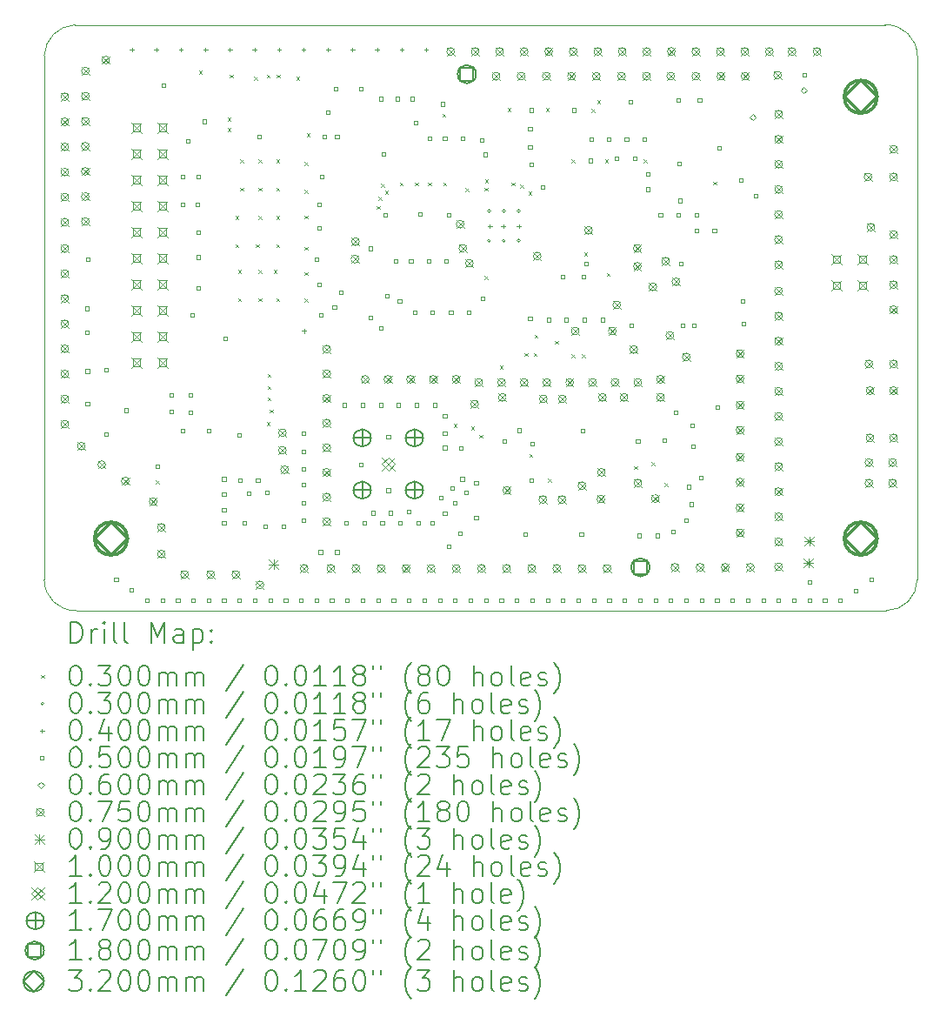
<source format=gbr>
%TF.GenerationSoftware,KiCad,Pcbnew,8.0.9-8.0.9-0~ubuntu22.04.1*%
%TF.CreationDate,2026-02-07T13:51:32+01:00*%
%TF.ProjectId,HW_0008_PrestoLO_rev01b,48575f30-3030-4385-9f50-726573746f4c,rev?*%
%TF.SameCoordinates,Original*%
%TF.FileFunction,Drillmap*%
%TF.FilePolarity,Positive*%
%FSLAX45Y45*%
G04 Gerber Fmt 4.5, Leading zero omitted, Abs format (unit mm)*
G04 Created by KiCad (PCBNEW 8.0.9-8.0.9-0~ubuntu22.04.1) date 2026-02-07 13:51:32*
%MOMM*%
%LPD*%
G01*
G04 APERTURE LIST*
%ADD10C,0.050000*%
%ADD11C,0.200000*%
%ADD12C,0.100000*%
%ADD13C,0.120000*%
%ADD14C,0.170000*%
%ADD15C,0.180000*%
%ADD16C,0.320000*%
G04 APERTURE END LIST*
D10*
X6299774Y-3600235D02*
G75*
G02*
X6600000Y-3300000I312365J-12130D01*
G01*
X14487878Y-3300000D02*
G75*
G02*
X14800005Y-3599755I12122J-299760D01*
G01*
X14800000Y-8700000D02*
G75*
G02*
X14500000Y-9000000I-300000J0D01*
G01*
X14500000Y-9000000D02*
X6612132Y-9000000D01*
X6300000Y-8700000D02*
X6300000Y-3600000D01*
X14800000Y-3600000D02*
X14800000Y-8700000D01*
X6600000Y-3299755D02*
X14487878Y-3300000D01*
X6612132Y-9000000D02*
G75*
G02*
X6299755Y-8700000I-12132J300000D01*
G01*
D11*
D12*
X7385000Y-7735000D02*
X7415000Y-7765000D01*
X7415000Y-7735000D02*
X7385000Y-7765000D01*
X7805000Y-3745000D02*
X7835000Y-3775000D01*
X7835000Y-3745000D02*
X7805000Y-3775000D01*
X8085000Y-4205000D02*
X8115000Y-4235000D01*
X8115000Y-4205000D02*
X8085000Y-4235000D01*
X8085000Y-4305000D02*
X8115000Y-4335000D01*
X8115000Y-4305000D02*
X8085000Y-4335000D01*
X8105328Y-3784496D02*
X8135328Y-3814496D01*
X8135328Y-3784496D02*
X8105328Y-3814496D01*
X8160000Y-5160000D02*
X8190000Y-5190000D01*
X8190000Y-5160000D02*
X8160000Y-5190000D01*
X8160000Y-5435000D02*
X8190000Y-5465000D01*
X8190000Y-5435000D02*
X8160000Y-5465000D01*
X8185000Y-5685000D02*
X8215000Y-5715000D01*
X8215000Y-5685000D02*
X8185000Y-5715000D01*
X8185000Y-5960000D02*
X8215000Y-5990000D01*
X8215000Y-5960000D02*
X8185000Y-5990000D01*
X8210000Y-4610000D02*
X8240000Y-4640000D01*
X8240000Y-4610000D02*
X8210000Y-4640000D01*
X8210000Y-4885000D02*
X8240000Y-4915000D01*
X8240000Y-4885000D02*
X8210000Y-4915000D01*
X8345000Y-3805000D02*
X8375000Y-3835000D01*
X8375000Y-3805000D02*
X8345000Y-3835000D01*
X8360000Y-5435000D02*
X8390000Y-5465000D01*
X8390000Y-5435000D02*
X8360000Y-5465000D01*
X8385000Y-4610000D02*
X8415000Y-4640000D01*
X8415000Y-4610000D02*
X8385000Y-4640000D01*
X8385000Y-4885000D02*
X8415000Y-4915000D01*
X8415000Y-4885000D02*
X8385000Y-4915000D01*
X8385000Y-5160000D02*
X8415000Y-5190000D01*
X8415000Y-5160000D02*
X8385000Y-5190000D01*
X8385000Y-5685000D02*
X8415000Y-5715000D01*
X8415000Y-5685000D02*
X8385000Y-5715000D01*
X8385000Y-5960000D02*
X8415000Y-5990000D01*
X8415000Y-5960000D02*
X8385000Y-5990000D01*
X8465000Y-3785000D02*
X8495000Y-3815000D01*
X8495000Y-3785000D02*
X8465000Y-3815000D01*
X8465000Y-7165000D02*
X8495000Y-7195000D01*
X8495000Y-7165000D02*
X8465000Y-7195000D01*
X8475000Y-6695000D02*
X8505000Y-6725000D01*
X8505000Y-6695000D02*
X8475000Y-6725000D01*
X8475000Y-6815000D02*
X8505000Y-6845000D01*
X8505000Y-6815000D02*
X8475000Y-6845000D01*
X8475000Y-6925000D02*
X8505000Y-6955000D01*
X8505000Y-6925000D02*
X8475000Y-6955000D01*
X8495000Y-7045000D02*
X8525000Y-7075000D01*
X8525000Y-7045000D02*
X8495000Y-7075000D01*
X8535000Y-5685000D02*
X8565000Y-5715000D01*
X8565000Y-5685000D02*
X8535000Y-5715000D01*
X8560000Y-4610000D02*
X8590000Y-4640000D01*
X8590000Y-4610000D02*
X8560000Y-4640000D01*
X8560000Y-4885000D02*
X8590000Y-4915000D01*
X8590000Y-4885000D02*
X8560000Y-4915000D01*
X8560000Y-5160000D02*
X8590000Y-5190000D01*
X8590000Y-5160000D02*
X8560000Y-5190000D01*
X8560000Y-5435000D02*
X8590000Y-5465000D01*
X8590000Y-5435000D02*
X8560000Y-5465000D01*
X8560000Y-5960000D02*
X8590000Y-5990000D01*
X8590000Y-5960000D02*
X8560000Y-5990000D01*
X8565000Y-3785000D02*
X8595000Y-3815000D01*
X8595000Y-3785000D02*
X8565000Y-3815000D01*
X8755230Y-3807300D02*
X8785230Y-3837300D01*
X8785230Y-3807300D02*
X8755230Y-3837300D01*
X8835000Y-4635000D02*
X8865000Y-4665000D01*
X8865000Y-4635000D02*
X8835000Y-4665000D01*
X8835000Y-4905000D02*
X8865000Y-4935000D01*
X8865000Y-4905000D02*
X8835000Y-4935000D01*
X8835000Y-5155000D02*
X8865000Y-5185000D01*
X8865000Y-5155000D02*
X8835000Y-5185000D01*
X8835000Y-5460000D02*
X8865000Y-5490000D01*
X8865000Y-5460000D02*
X8835000Y-5490000D01*
X8835000Y-5705000D02*
X8865000Y-5735000D01*
X8865000Y-5705000D02*
X8835000Y-5735000D01*
X8835000Y-5965000D02*
X8865000Y-5995000D01*
X8865000Y-5965000D02*
X8835000Y-5995000D01*
X8855000Y-4355000D02*
X8885000Y-4385000D01*
X8885000Y-4355000D02*
X8855000Y-4385000D01*
X9539490Y-5061345D02*
X9569490Y-5091345D01*
X9569490Y-5061345D02*
X9539490Y-5091345D01*
X9553542Y-4975000D02*
X9583542Y-5005000D01*
X9583542Y-4975000D02*
X9553542Y-5005000D01*
X9579514Y-4845321D02*
X9609514Y-4875321D01*
X9609514Y-4845321D02*
X9579514Y-4875321D01*
X9618819Y-4915000D02*
X9648819Y-4945000D01*
X9648819Y-4915000D02*
X9618819Y-4945000D01*
X9760000Y-4835000D02*
X9790000Y-4865000D01*
X9790000Y-4835000D02*
X9760000Y-4865000D01*
X9910000Y-4835000D02*
X9940000Y-4865000D01*
X9940000Y-4835000D02*
X9910000Y-4865000D01*
X10035000Y-4835000D02*
X10065000Y-4865000D01*
X10065000Y-4835000D02*
X10035000Y-4865000D01*
X10175000Y-4165000D02*
X10205000Y-4195000D01*
X10205000Y-4165000D02*
X10175000Y-4195000D01*
X10185000Y-4835000D02*
X10215000Y-4865000D01*
X10215000Y-4835000D02*
X10185000Y-4865000D01*
X10285000Y-7185000D02*
X10315000Y-7215000D01*
X10315000Y-7185000D02*
X10285000Y-7215000D01*
X10399172Y-4887707D02*
X10429172Y-4917707D01*
X10429172Y-4887707D02*
X10399172Y-4917707D01*
X10455000Y-7210000D02*
X10485000Y-7240000D01*
X10485000Y-7210000D02*
X10455000Y-7240000D01*
X10535000Y-7290000D02*
X10565000Y-7320000D01*
X10565000Y-7290000D02*
X10535000Y-7320000D01*
X10585000Y-4885000D02*
X10615000Y-4915000D01*
X10615000Y-4885000D02*
X10585000Y-4915000D01*
X10585000Y-5745000D02*
X10615000Y-5775000D01*
X10615000Y-5745000D02*
X10585000Y-5775000D01*
X10589862Y-4805138D02*
X10619862Y-4835138D01*
X10619862Y-4805138D02*
X10589862Y-4835138D01*
X10735000Y-6615000D02*
X10765000Y-6645000D01*
X10765000Y-6615000D02*
X10735000Y-6645000D01*
X10810000Y-4110000D02*
X10840000Y-4140000D01*
X10840000Y-4110000D02*
X10810000Y-4140000D01*
X10847700Y-4835000D02*
X10877700Y-4865000D01*
X10877700Y-4835000D02*
X10847700Y-4865000D01*
X10935000Y-4855000D02*
X10965000Y-4885000D01*
X10965000Y-4855000D02*
X10935000Y-4885000D01*
X10975000Y-6495000D02*
X11005000Y-6525000D01*
X11005000Y-6495000D02*
X10975000Y-6525000D01*
X11016314Y-4924196D02*
X11046314Y-4954196D01*
X11046314Y-4924196D02*
X11016314Y-4954196D01*
X11025000Y-7475000D02*
X11055000Y-7505000D01*
X11055000Y-7475000D02*
X11025000Y-7505000D01*
X11065000Y-6495000D02*
X11095000Y-6525000D01*
X11095000Y-6495000D02*
X11065000Y-6525000D01*
X11075000Y-6315000D02*
X11105000Y-6345000D01*
X11105000Y-6315000D02*
X11075000Y-6345000D01*
X11185000Y-4110000D02*
X11215000Y-4140000D01*
X11215000Y-4110000D02*
X11185000Y-4140000D01*
X11205000Y-7715000D02*
X11235000Y-7745000D01*
X11235000Y-7715000D02*
X11205000Y-7745000D01*
X11275000Y-6375000D02*
X11305000Y-6405000D01*
X11305000Y-6375000D02*
X11275000Y-6405000D01*
X11435000Y-4610000D02*
X11465000Y-4640000D01*
X11465000Y-4610000D02*
X11435000Y-4640000D01*
X11435000Y-6505000D02*
X11465000Y-6535000D01*
X11465000Y-6505000D02*
X11435000Y-6535000D01*
X11535000Y-6505000D02*
X11565000Y-6535000D01*
X11565000Y-6505000D02*
X11535000Y-6535000D01*
X11555000Y-5515000D02*
X11585000Y-5545000D01*
X11585000Y-5515000D02*
X11555000Y-5545000D01*
X11630000Y-4120000D02*
X11660000Y-4150000D01*
X11660000Y-4120000D02*
X11630000Y-4150000D01*
X11685000Y-4035000D02*
X11715000Y-4065000D01*
X11715000Y-4035000D02*
X11685000Y-4065000D01*
X11760000Y-4610000D02*
X11790000Y-4640000D01*
X11790000Y-4610000D02*
X11760000Y-4640000D01*
X11775000Y-5715000D02*
X11805000Y-5745000D01*
X11805000Y-5715000D02*
X11775000Y-5745000D01*
X12045000Y-7595000D02*
X12075000Y-7625000D01*
X12075000Y-7595000D02*
X12045000Y-7625000D01*
X12135000Y-4610000D02*
X12165000Y-4640000D01*
X12165000Y-4610000D02*
X12135000Y-4640000D01*
X12215000Y-7555000D02*
X12245000Y-7585000D01*
X12245000Y-7555000D02*
X12215000Y-7585000D01*
X12340000Y-7760000D02*
X12370000Y-7790000D01*
X12370000Y-7760000D02*
X12340000Y-7790000D01*
X12815000Y-4825000D02*
X12845000Y-4855000D01*
X12845000Y-4825000D02*
X12815000Y-4855000D01*
X10645000Y-5111250D02*
G75*
G02*
X10615000Y-5111250I-15000J0D01*
G01*
X10615000Y-5111250D02*
G75*
G02*
X10645000Y-5111250I15000J0D01*
G01*
X10645000Y-5401250D02*
G75*
G02*
X10615000Y-5401250I-15000J0D01*
G01*
X10615000Y-5401250D02*
G75*
G02*
X10645000Y-5401250I15000J0D01*
G01*
X10790000Y-5111250D02*
G75*
G02*
X10760000Y-5111250I-15000J0D01*
G01*
X10760000Y-5111250D02*
G75*
G02*
X10790000Y-5111250I15000J0D01*
G01*
X10790000Y-5401250D02*
G75*
G02*
X10760000Y-5401250I-15000J0D01*
G01*
X10760000Y-5401250D02*
G75*
G02*
X10790000Y-5401250I15000J0D01*
G01*
X10935000Y-5111250D02*
G75*
G02*
X10905000Y-5111250I-15000J0D01*
G01*
X10905000Y-5111250D02*
G75*
G02*
X10935000Y-5111250I15000J0D01*
G01*
X10935000Y-5401250D02*
G75*
G02*
X10905000Y-5401250I-15000J0D01*
G01*
X10905000Y-5401250D02*
G75*
G02*
X10935000Y-5401250I15000J0D01*
G01*
X7153242Y-3520000D02*
X7153242Y-3560000D01*
X7133242Y-3540000D02*
X7173242Y-3540000D01*
X7392038Y-3520000D02*
X7392038Y-3560000D01*
X7372038Y-3540000D02*
X7412038Y-3540000D01*
X7630834Y-3520000D02*
X7630834Y-3560000D01*
X7610834Y-3540000D02*
X7650834Y-3540000D01*
X7869630Y-3520000D02*
X7869630Y-3560000D01*
X7849630Y-3540000D02*
X7889630Y-3540000D01*
X8108427Y-3520000D02*
X8108427Y-3560000D01*
X8088427Y-3540000D02*
X8128427Y-3540000D01*
X8347223Y-3520000D02*
X8347223Y-3560000D01*
X8327223Y-3540000D02*
X8367223Y-3540000D01*
X8586019Y-3520000D02*
X8586019Y-3560000D01*
X8566019Y-3540000D02*
X8606019Y-3540000D01*
X8824815Y-3520000D02*
X8824815Y-3560000D01*
X8804815Y-3540000D02*
X8844815Y-3540000D01*
X8830000Y-6260000D02*
X8830000Y-6300000D01*
X8810000Y-6280000D02*
X8850000Y-6280000D01*
X9063611Y-3520000D02*
X9063611Y-3560000D01*
X9043611Y-3540000D02*
X9083611Y-3540000D01*
X9302408Y-3520000D02*
X9302408Y-3560000D01*
X9282408Y-3540000D02*
X9322408Y-3540000D01*
X9541204Y-3520000D02*
X9541204Y-3560000D01*
X9521204Y-3540000D02*
X9561204Y-3540000D01*
X9780000Y-3520000D02*
X9780000Y-3560000D01*
X9760000Y-3540000D02*
X9800000Y-3540000D01*
X10018796Y-3520000D02*
X10018796Y-3560000D01*
X9998796Y-3540000D02*
X10038796Y-3540000D01*
X10640000Y-5240000D02*
X10640000Y-5280000D01*
X10620000Y-5260000D02*
X10660000Y-5260000D01*
X10770000Y-5240000D02*
X10770000Y-5280000D01*
X10750000Y-5260000D02*
X10790000Y-5260000D01*
X10920000Y-5240000D02*
X10920000Y-5280000D01*
X10900000Y-5260000D02*
X10940000Y-5260000D01*
X6730178Y-6077678D02*
X6730178Y-6042322D01*
X6694822Y-6042322D01*
X6694822Y-6077678D01*
X6730178Y-6077678D01*
X6730178Y-6307678D02*
X6730178Y-6272322D01*
X6694822Y-6272322D01*
X6694822Y-6307678D01*
X6730178Y-6307678D01*
X6737678Y-6687678D02*
X6737678Y-6652322D01*
X6702322Y-6652322D01*
X6702322Y-6687678D01*
X6737678Y-6687678D01*
X6737678Y-7007678D02*
X6737678Y-6972322D01*
X6702322Y-6972322D01*
X6702322Y-7007678D01*
X6737678Y-7007678D01*
X6740178Y-5597678D02*
X6740178Y-5562322D01*
X6704822Y-5562322D01*
X6704822Y-5597678D01*
X6740178Y-5597678D01*
X6917678Y-7297678D02*
X6917678Y-7262322D01*
X6882322Y-7262322D01*
X6882322Y-7297678D01*
X6917678Y-7297678D01*
X6921428Y-6677678D02*
X6921428Y-6642322D01*
X6886072Y-6642322D01*
X6886072Y-6677678D01*
X6921428Y-6677678D01*
X7017678Y-8717678D02*
X7017678Y-8682322D01*
X6982322Y-8682322D01*
X6982322Y-8717678D01*
X7017678Y-8717678D01*
X7117678Y-7067678D02*
X7117678Y-7032322D01*
X7082322Y-7032322D01*
X7082322Y-7067678D01*
X7117678Y-7067678D01*
X7167678Y-8817678D02*
X7167678Y-8782322D01*
X7132322Y-8782322D01*
X7132322Y-8817678D01*
X7167678Y-8817678D01*
X7317678Y-8917678D02*
X7317678Y-8882322D01*
X7282322Y-8882322D01*
X7282322Y-8917678D01*
X7317678Y-8917678D01*
X7417678Y-7617678D02*
X7417678Y-7582322D01*
X7382322Y-7582322D01*
X7382322Y-7617678D01*
X7417678Y-7617678D01*
X7467678Y-8917678D02*
X7467678Y-8882322D01*
X7432322Y-8882322D01*
X7432322Y-8917678D01*
X7467678Y-8917678D01*
X7477678Y-3903928D02*
X7477678Y-3868572D01*
X7442322Y-3868572D01*
X7442322Y-3903928D01*
X7477678Y-3903928D01*
X7557678Y-6917678D02*
X7557678Y-6882322D01*
X7522322Y-6882322D01*
X7522322Y-6917678D01*
X7557678Y-6917678D01*
X7557678Y-7077678D02*
X7557678Y-7042322D01*
X7522322Y-7042322D01*
X7522322Y-7077678D01*
X7557678Y-7077678D01*
X7617678Y-8917678D02*
X7617678Y-8882322D01*
X7582322Y-8882322D01*
X7582322Y-8917678D01*
X7617678Y-8917678D01*
X7667678Y-4792678D02*
X7667678Y-4757322D01*
X7632322Y-4757322D01*
X7632322Y-4792678D01*
X7667678Y-4792678D01*
X7667678Y-5067678D02*
X7667678Y-5032322D01*
X7632322Y-5032322D01*
X7632322Y-5067678D01*
X7667678Y-5067678D01*
X7667678Y-7267678D02*
X7667678Y-7232322D01*
X7632322Y-7232322D01*
X7632322Y-7267678D01*
X7667678Y-7267678D01*
X7717678Y-4447678D02*
X7717678Y-4412322D01*
X7682322Y-4412322D01*
X7682322Y-4447678D01*
X7717678Y-4447678D01*
X7742678Y-6917678D02*
X7742678Y-6882322D01*
X7707322Y-6882322D01*
X7707322Y-6917678D01*
X7742678Y-6917678D01*
X7742678Y-7092678D02*
X7742678Y-7057322D01*
X7707322Y-7057322D01*
X7707322Y-7092678D01*
X7742678Y-7092678D01*
X7757678Y-6137678D02*
X7757678Y-6102322D01*
X7722322Y-6102322D01*
X7722322Y-6137678D01*
X7757678Y-6137678D01*
X7767678Y-8917678D02*
X7767678Y-8882322D01*
X7732322Y-8882322D01*
X7732322Y-8917678D01*
X7767678Y-8917678D01*
X7806428Y-5067678D02*
X7806428Y-5032322D01*
X7771072Y-5032322D01*
X7771072Y-5067678D01*
X7806428Y-5067678D01*
X7816428Y-5337678D02*
X7816428Y-5302322D01*
X7781072Y-5302322D01*
X7781072Y-5337678D01*
X7816428Y-5337678D01*
X7817678Y-4797678D02*
X7817678Y-4762322D01*
X7782322Y-4762322D01*
X7782322Y-4797678D01*
X7817678Y-4797678D01*
X7817678Y-5577678D02*
X7817678Y-5542322D01*
X7782322Y-5542322D01*
X7782322Y-5577678D01*
X7817678Y-5577678D01*
X7817678Y-5877678D02*
X7817678Y-5842322D01*
X7782322Y-5842322D01*
X7782322Y-5877678D01*
X7817678Y-5877678D01*
X7877678Y-4257678D02*
X7877678Y-4222322D01*
X7842322Y-4222322D01*
X7842322Y-4257678D01*
X7877678Y-4257678D01*
X7917678Y-7267678D02*
X7917678Y-7232322D01*
X7882322Y-7232322D01*
X7882322Y-7267678D01*
X7917678Y-7267678D01*
X7917678Y-8917678D02*
X7917678Y-8882322D01*
X7882322Y-8882322D01*
X7882322Y-8917678D01*
X7917678Y-8917678D01*
X8067678Y-7737678D02*
X8067678Y-7702322D01*
X8032322Y-7702322D01*
X8032322Y-7737678D01*
X8067678Y-7737678D01*
X8067678Y-7887678D02*
X8067678Y-7852322D01*
X8032322Y-7852322D01*
X8032322Y-7887678D01*
X8067678Y-7887678D01*
X8067678Y-8037678D02*
X8067678Y-8002322D01*
X8032322Y-8002322D01*
X8032322Y-8037678D01*
X8067678Y-8037678D01*
X8067678Y-8167678D02*
X8067678Y-8132322D01*
X8032322Y-8132322D01*
X8032322Y-8167678D01*
X8067678Y-8167678D01*
X8067678Y-8917678D02*
X8067678Y-8882322D01*
X8032322Y-8882322D01*
X8032322Y-8917678D01*
X8067678Y-8917678D01*
X8077678Y-6367678D02*
X8077678Y-6332322D01*
X8042322Y-6332322D01*
X8042322Y-6367678D01*
X8077678Y-6367678D01*
X8217678Y-7307678D02*
X8217678Y-7272322D01*
X8182322Y-7272322D01*
X8182322Y-7307678D01*
X8217678Y-7307678D01*
X8217678Y-8917678D02*
X8217678Y-8882322D01*
X8182322Y-8882322D01*
X8182322Y-8917678D01*
X8217678Y-8917678D01*
X8222678Y-7747678D02*
X8222678Y-7712322D01*
X8187322Y-7712322D01*
X8187322Y-7747678D01*
X8222678Y-7747678D01*
X8267678Y-8167678D02*
X8267678Y-8132322D01*
X8232322Y-8132322D01*
X8232322Y-8167678D01*
X8267678Y-8167678D01*
X8307678Y-7877678D02*
X8307678Y-7842322D01*
X8272322Y-7842322D01*
X8272322Y-7877678D01*
X8307678Y-7877678D01*
X8367678Y-8917678D02*
X8367678Y-8882322D01*
X8332322Y-8882322D01*
X8332322Y-8917678D01*
X8367678Y-8917678D01*
X8397678Y-7747678D02*
X8397678Y-7712322D01*
X8362322Y-7712322D01*
X8362322Y-7747678D01*
X8397678Y-7747678D01*
X8407678Y-4407678D02*
X8407678Y-4372322D01*
X8372322Y-4372322D01*
X8372322Y-4407678D01*
X8407678Y-4407678D01*
X8467678Y-8197678D02*
X8467678Y-8162322D01*
X8432322Y-8162322D01*
X8432322Y-8197678D01*
X8467678Y-8197678D01*
X8487678Y-7867678D02*
X8487678Y-7832322D01*
X8452322Y-7832322D01*
X8452322Y-7867678D01*
X8487678Y-7867678D01*
X8517678Y-8917678D02*
X8517678Y-8882322D01*
X8482322Y-8882322D01*
X8482322Y-8917678D01*
X8517678Y-8917678D01*
X8647678Y-8197678D02*
X8647678Y-8162322D01*
X8612322Y-8162322D01*
X8612322Y-8197678D01*
X8647678Y-8197678D01*
X8667678Y-8917678D02*
X8667678Y-8882322D01*
X8632322Y-8882322D01*
X8632322Y-8917678D01*
X8667678Y-8917678D01*
X8817678Y-8917678D02*
X8817678Y-8882322D01*
X8782322Y-8882322D01*
X8782322Y-8917678D01*
X8817678Y-8917678D01*
X8842678Y-7292678D02*
X8842678Y-7257322D01*
X8807322Y-7257322D01*
X8807322Y-7292678D01*
X8842678Y-7292678D01*
X8842678Y-7467678D02*
X8842678Y-7432322D01*
X8807322Y-7432322D01*
X8807322Y-7467678D01*
X8842678Y-7467678D01*
X8842678Y-7642678D02*
X8842678Y-7607322D01*
X8807322Y-7607322D01*
X8807322Y-7642678D01*
X8842678Y-7642678D01*
X8842678Y-7792678D02*
X8842678Y-7757322D01*
X8807322Y-7757322D01*
X8807322Y-7792678D01*
X8842678Y-7792678D01*
X8842678Y-7967678D02*
X8842678Y-7932322D01*
X8807322Y-7932322D01*
X8807322Y-7967678D01*
X8842678Y-7967678D01*
X8842678Y-8142678D02*
X8842678Y-8107322D01*
X8807322Y-8107322D01*
X8807322Y-8142678D01*
X8842678Y-8142678D01*
X8967678Y-5597678D02*
X8967678Y-5562322D01*
X8932322Y-5562322D01*
X8932322Y-5597678D01*
X8967678Y-5597678D01*
X8967678Y-8917678D02*
X8967678Y-8882322D01*
X8932322Y-8882322D01*
X8932322Y-8917678D01*
X8967678Y-8917678D01*
X8992678Y-5067678D02*
X8992678Y-5032322D01*
X8957322Y-5032322D01*
X8957322Y-5067678D01*
X8992678Y-5067678D01*
X8992678Y-5292678D02*
X8992678Y-5257322D01*
X8957322Y-5257322D01*
X8957322Y-5292678D01*
X8992678Y-5292678D01*
X8997678Y-5842678D02*
X8997678Y-5807322D01*
X8962322Y-5807322D01*
X8962322Y-5842678D01*
X8997678Y-5842678D01*
X9007678Y-8447678D02*
X9007678Y-8412322D01*
X8972322Y-8412322D01*
X8972322Y-8447678D01*
X9007678Y-8447678D01*
X9008928Y-6137678D02*
X9008928Y-6102322D01*
X8973572Y-6102322D01*
X8973572Y-6137678D01*
X9008928Y-6137678D01*
X9017678Y-4792678D02*
X9017678Y-4757322D01*
X8982322Y-4757322D01*
X8982322Y-4792678D01*
X9017678Y-4792678D01*
X9047678Y-4407678D02*
X9047678Y-4372322D01*
X9012322Y-4372322D01*
X9012322Y-4407678D01*
X9047678Y-4407678D01*
X9077678Y-4167678D02*
X9077678Y-4132322D01*
X9042322Y-4132322D01*
X9042322Y-4167678D01*
X9077678Y-4167678D01*
X9117678Y-8917678D02*
X9117678Y-8882322D01*
X9082322Y-8882322D01*
X9082322Y-8917678D01*
X9117678Y-8917678D01*
X9142678Y-6067678D02*
X9142678Y-6032322D01*
X9107322Y-6032322D01*
X9107322Y-6067678D01*
X9142678Y-6067678D01*
X9157678Y-3937678D02*
X9157678Y-3902322D01*
X9122322Y-3902322D01*
X9122322Y-3937678D01*
X9157678Y-3937678D01*
X9167678Y-4407678D02*
X9167678Y-4372322D01*
X9132322Y-4372322D01*
X9132322Y-4407678D01*
X9167678Y-4407678D01*
X9167678Y-8447678D02*
X9167678Y-8412322D01*
X9132322Y-8412322D01*
X9132322Y-8447678D01*
X9167678Y-8447678D01*
X9207678Y-5917678D02*
X9207678Y-5882322D01*
X9172322Y-5882322D01*
X9172322Y-5917678D01*
X9207678Y-5917678D01*
X9242678Y-7017678D02*
X9242678Y-6982322D01*
X9207322Y-6982322D01*
X9207322Y-7017678D01*
X9242678Y-7017678D01*
X9257678Y-8167678D02*
X9257678Y-8132322D01*
X9222322Y-8132322D01*
X9222322Y-8167678D01*
X9257678Y-8167678D01*
X9267678Y-8917678D02*
X9267678Y-8882322D01*
X9232322Y-8882322D01*
X9232322Y-8917678D01*
X9267678Y-8917678D01*
X9397678Y-3937678D02*
X9397678Y-3902322D01*
X9362322Y-3902322D01*
X9362322Y-3937678D01*
X9397678Y-3937678D01*
X9397678Y-7597678D02*
X9397678Y-7562322D01*
X9362322Y-7562322D01*
X9362322Y-7597678D01*
X9397678Y-7597678D01*
X9417678Y-7017678D02*
X9417678Y-6982322D01*
X9382322Y-6982322D01*
X9382322Y-7017678D01*
X9417678Y-7017678D01*
X9417678Y-8917678D02*
X9417678Y-8882322D01*
X9382322Y-8882322D01*
X9382322Y-8917678D01*
X9417678Y-8917678D01*
X9432678Y-8167678D02*
X9432678Y-8132322D01*
X9397322Y-8132322D01*
X9397322Y-8167678D01*
X9432678Y-8167678D01*
X9492678Y-5492678D02*
X9492678Y-5457322D01*
X9457322Y-5457322D01*
X9457322Y-5492678D01*
X9492678Y-5492678D01*
X9492678Y-6167678D02*
X9492678Y-6132322D01*
X9457322Y-6132322D01*
X9457322Y-6167678D01*
X9492678Y-6167678D01*
X9517678Y-8067678D02*
X9517678Y-8032322D01*
X9482322Y-8032322D01*
X9482322Y-8067678D01*
X9517678Y-8067678D01*
X9567678Y-8917678D02*
X9567678Y-8882322D01*
X9532322Y-8882322D01*
X9532322Y-8917678D01*
X9567678Y-8917678D01*
X9592678Y-6267678D02*
X9592678Y-6232322D01*
X9557322Y-6232322D01*
X9557322Y-6267678D01*
X9592678Y-6267678D01*
X9592678Y-7017678D02*
X9592678Y-6982322D01*
X9557322Y-6982322D01*
X9557322Y-7017678D01*
X9592678Y-7017678D01*
X9597678Y-4037678D02*
X9597678Y-4002322D01*
X9562322Y-4002322D01*
X9562322Y-4037678D01*
X9597678Y-4037678D01*
X9607678Y-8167678D02*
X9607678Y-8132322D01*
X9572322Y-8132322D01*
X9572322Y-8167678D01*
X9607678Y-8167678D01*
X9617678Y-4577678D02*
X9617678Y-4542322D01*
X9582322Y-4542322D01*
X9582322Y-4577678D01*
X9617678Y-4577678D01*
X9637678Y-5169578D02*
X9637678Y-5134222D01*
X9602322Y-5134222D01*
X9602322Y-5169578D01*
X9637678Y-5169578D01*
X9657678Y-5957678D02*
X9657678Y-5922322D01*
X9622322Y-5922322D01*
X9622322Y-5957678D01*
X9657678Y-5957678D01*
X9667678Y-7327678D02*
X9667678Y-7292322D01*
X9632322Y-7292322D01*
X9632322Y-7327678D01*
X9667678Y-7327678D01*
X9667678Y-7847678D02*
X9667678Y-7812322D01*
X9632322Y-7812322D01*
X9632322Y-7847678D01*
X9667678Y-7847678D01*
X9687678Y-8067678D02*
X9687678Y-8032322D01*
X9652322Y-8032322D01*
X9652322Y-8067678D01*
X9687678Y-8067678D01*
X9717678Y-8917678D02*
X9717678Y-8882322D01*
X9682322Y-8882322D01*
X9682322Y-8917678D01*
X9717678Y-8917678D01*
X9737678Y-5617678D02*
X9737678Y-5582322D01*
X9702322Y-5582322D01*
X9702322Y-5617678D01*
X9737678Y-5617678D01*
X9757678Y-4037678D02*
X9757678Y-4002322D01*
X9722322Y-4002322D01*
X9722322Y-4037678D01*
X9757678Y-4037678D01*
X9767678Y-7017678D02*
X9767678Y-6982322D01*
X9732322Y-6982322D01*
X9732322Y-7017678D01*
X9767678Y-7017678D01*
X9777678Y-6007678D02*
X9777678Y-5972322D01*
X9742322Y-5972322D01*
X9742322Y-6007678D01*
X9777678Y-6007678D01*
X9782678Y-8167678D02*
X9782678Y-8132322D01*
X9747322Y-8132322D01*
X9747322Y-8167678D01*
X9782678Y-8167678D01*
X9867678Y-8057678D02*
X9867678Y-8022322D01*
X9832322Y-8022322D01*
X9832322Y-8057678D01*
X9867678Y-8057678D01*
X9867678Y-8917678D02*
X9867678Y-8882322D01*
X9832322Y-8882322D01*
X9832322Y-8917678D01*
X9867678Y-8917678D01*
X9887678Y-5617678D02*
X9887678Y-5582322D01*
X9852322Y-5582322D01*
X9852322Y-5617678D01*
X9887678Y-5617678D01*
X9897678Y-4037678D02*
X9897678Y-4002322D01*
X9862322Y-4002322D01*
X9862322Y-4037678D01*
X9897678Y-4037678D01*
X9927678Y-6117678D02*
X9927678Y-6082322D01*
X9892322Y-6082322D01*
X9892322Y-6117678D01*
X9927678Y-6117678D01*
X9930846Y-4270816D02*
X9930846Y-4235460D01*
X9895490Y-4235460D01*
X9895490Y-4270816D01*
X9930846Y-4270816D01*
X9942678Y-7017678D02*
X9942678Y-6982322D01*
X9907322Y-6982322D01*
X9907322Y-7017678D01*
X9942678Y-7017678D01*
X9957678Y-8167678D02*
X9957678Y-8132322D01*
X9922322Y-8132322D01*
X9922322Y-8167678D01*
X9957678Y-8167678D01*
X9977678Y-5157678D02*
X9977678Y-5122322D01*
X9942322Y-5122322D01*
X9942322Y-5157678D01*
X9977678Y-5157678D01*
X10017678Y-8917678D02*
X10017678Y-8882322D01*
X9982322Y-8882322D01*
X9982322Y-8917678D01*
X10017678Y-8917678D01*
X10057678Y-5617678D02*
X10057678Y-5582322D01*
X10022322Y-5582322D01*
X10022322Y-5617678D01*
X10057678Y-5617678D01*
X10067678Y-4423928D02*
X10067678Y-4388572D01*
X10032322Y-4388572D01*
X10032322Y-4423928D01*
X10067678Y-4423928D01*
X10097678Y-6117678D02*
X10097678Y-6082322D01*
X10062322Y-6082322D01*
X10062322Y-6117678D01*
X10097678Y-6117678D01*
X10097678Y-8167678D02*
X10097678Y-8132322D01*
X10062322Y-8132322D01*
X10062322Y-8167678D01*
X10097678Y-8167678D01*
X10117678Y-7017678D02*
X10117678Y-6982322D01*
X10082322Y-6982322D01*
X10082322Y-7017678D01*
X10117678Y-7017678D01*
X10167678Y-8917678D02*
X10167678Y-8882322D01*
X10132322Y-8882322D01*
X10132322Y-8917678D01*
X10167678Y-8917678D01*
X10177678Y-7917678D02*
X10177678Y-7882322D01*
X10142322Y-7882322D01*
X10142322Y-7917678D01*
X10177678Y-7917678D01*
X10197678Y-4087678D02*
X10197678Y-4052322D01*
X10162322Y-4052322D01*
X10162322Y-4087678D01*
X10197678Y-4087678D01*
X10217678Y-4423928D02*
X10217678Y-4388572D01*
X10182322Y-4388572D01*
X10182322Y-4423928D01*
X10217678Y-4423928D01*
X10217678Y-7122678D02*
X10217678Y-7087322D01*
X10182322Y-7087322D01*
X10182322Y-7122678D01*
X10217678Y-7122678D01*
X10217678Y-7292678D02*
X10217678Y-7257322D01*
X10182322Y-7257322D01*
X10182322Y-7292678D01*
X10217678Y-7292678D01*
X10217678Y-7432678D02*
X10217678Y-7397322D01*
X10182322Y-7397322D01*
X10182322Y-7432678D01*
X10217678Y-7432678D01*
X10217678Y-8072678D02*
X10217678Y-8037322D01*
X10182322Y-8037322D01*
X10182322Y-8072678D01*
X10217678Y-8072678D01*
X10227678Y-5617678D02*
X10227678Y-5582322D01*
X10192322Y-5582322D01*
X10192322Y-5617678D01*
X10227678Y-5617678D01*
X10252678Y-8392678D02*
X10252678Y-8357322D01*
X10217322Y-8357322D01*
X10217322Y-8392678D01*
X10252678Y-8392678D01*
X10257678Y-5167678D02*
X10257678Y-5132322D01*
X10222322Y-5132322D01*
X10222322Y-5167678D01*
X10257678Y-5167678D01*
X10277678Y-6117678D02*
X10277678Y-6082322D01*
X10242322Y-6082322D01*
X10242322Y-6117678D01*
X10277678Y-6117678D01*
X10287678Y-7827678D02*
X10287678Y-7792322D01*
X10252322Y-7792322D01*
X10252322Y-7827678D01*
X10287678Y-7827678D01*
X10317678Y-7967678D02*
X10317678Y-7932322D01*
X10282322Y-7932322D01*
X10282322Y-7967678D01*
X10317678Y-7967678D01*
X10317678Y-8917678D02*
X10317678Y-8882322D01*
X10282322Y-8882322D01*
X10282322Y-8917678D01*
X10317678Y-8917678D01*
X10367678Y-8267678D02*
X10367678Y-8232322D01*
X10332322Y-8232322D01*
X10332322Y-8267678D01*
X10367678Y-8267678D01*
X10377678Y-7437678D02*
X10377678Y-7402322D01*
X10342322Y-7402322D01*
X10342322Y-7437678D01*
X10377678Y-7437678D01*
X10387678Y-7737678D02*
X10387678Y-7702322D01*
X10352322Y-7702322D01*
X10352322Y-7737678D01*
X10387678Y-7737678D01*
X10392678Y-4423928D02*
X10392678Y-4388572D01*
X10357322Y-4388572D01*
X10357322Y-4423928D01*
X10392678Y-4423928D01*
X10422678Y-7867678D02*
X10422678Y-7832322D01*
X10387322Y-7832322D01*
X10387322Y-7867678D01*
X10422678Y-7867678D01*
X10447678Y-6117678D02*
X10447678Y-6082322D01*
X10412322Y-6082322D01*
X10412322Y-6117678D01*
X10447678Y-6117678D01*
X10467678Y-8917678D02*
X10467678Y-8882322D01*
X10432322Y-8882322D01*
X10432322Y-8917678D01*
X10467678Y-8917678D01*
X10522678Y-7772678D02*
X10522678Y-7737322D01*
X10487322Y-7737322D01*
X10487322Y-7772678D01*
X10522678Y-7772678D01*
X10522678Y-8112678D02*
X10522678Y-8077322D01*
X10487322Y-8077322D01*
X10487322Y-8112678D01*
X10522678Y-8112678D01*
X10577678Y-4437678D02*
X10577678Y-4402322D01*
X10542322Y-4402322D01*
X10542322Y-4437678D01*
X10577678Y-4437678D01*
X10587678Y-5977678D02*
X10587678Y-5942322D01*
X10552322Y-5942322D01*
X10552322Y-5977678D01*
X10587678Y-5977678D01*
X10610178Y-4579578D02*
X10610178Y-4544222D01*
X10574822Y-4544222D01*
X10574822Y-4579578D01*
X10610178Y-4579578D01*
X10617678Y-8917678D02*
X10617678Y-8882322D01*
X10582322Y-8882322D01*
X10582322Y-8917678D01*
X10617678Y-8917678D01*
X10767678Y-8917678D02*
X10767678Y-8882322D01*
X10732322Y-8882322D01*
X10732322Y-8917678D01*
X10767678Y-8917678D01*
X10797678Y-7367678D02*
X10797678Y-7332322D01*
X10762322Y-7332322D01*
X10762322Y-7367678D01*
X10797678Y-7367678D01*
X10917678Y-8917678D02*
X10917678Y-8882322D01*
X10882322Y-8882322D01*
X10882322Y-8917678D01*
X10917678Y-8917678D01*
X10942678Y-7262678D02*
X10942678Y-7227322D01*
X10907322Y-7227322D01*
X10907322Y-7262678D01*
X10942678Y-7262678D01*
X10997678Y-8277678D02*
X10997678Y-8242322D01*
X10962322Y-8242322D01*
X10962322Y-8277678D01*
X10997678Y-8277678D01*
X11047678Y-4327678D02*
X11047678Y-4292322D01*
X11012322Y-4292322D01*
X11012322Y-4327678D01*
X11047678Y-4327678D01*
X11047678Y-4507678D02*
X11047678Y-4472322D01*
X11012322Y-4472322D01*
X11012322Y-4507678D01*
X11047678Y-4507678D01*
X11047678Y-6177678D02*
X11047678Y-6142322D01*
X11012322Y-6142322D01*
X11012322Y-6177678D01*
X11047678Y-6177678D01*
X11057678Y-4147678D02*
X11057678Y-4112322D01*
X11022322Y-4112322D01*
X11022322Y-4147678D01*
X11057678Y-4147678D01*
X11057678Y-4677678D02*
X11057678Y-4642322D01*
X11022322Y-4642322D01*
X11022322Y-4677678D01*
X11057678Y-4677678D01*
X11057678Y-7747678D02*
X11057678Y-7712322D01*
X11022322Y-7712322D01*
X11022322Y-7747678D01*
X11057678Y-7747678D01*
X11067678Y-7392678D02*
X11067678Y-7357322D01*
X11032322Y-7357322D01*
X11032322Y-7392678D01*
X11067678Y-7392678D01*
X11067678Y-8917678D02*
X11067678Y-8882322D01*
X11032322Y-8882322D01*
X11032322Y-8917678D01*
X11067678Y-8917678D01*
X11167678Y-4897678D02*
X11167678Y-4862322D01*
X11132322Y-4862322D01*
X11132322Y-4897678D01*
X11167678Y-4897678D01*
X11217678Y-8917678D02*
X11217678Y-8882322D01*
X11182322Y-8882322D01*
X11182322Y-8917678D01*
X11217678Y-8917678D01*
X11227678Y-6187678D02*
X11227678Y-6152322D01*
X11192322Y-6152322D01*
X11192322Y-6187678D01*
X11227678Y-6187678D01*
X11367678Y-5767678D02*
X11367678Y-5732322D01*
X11332322Y-5732322D01*
X11332322Y-5767678D01*
X11367678Y-5767678D01*
X11367678Y-8917678D02*
X11367678Y-8882322D01*
X11332322Y-8882322D01*
X11332322Y-8917678D01*
X11367678Y-8917678D01*
X11397678Y-6187678D02*
X11397678Y-6152322D01*
X11362322Y-6152322D01*
X11362322Y-6187678D01*
X11397678Y-6187678D01*
X11477678Y-4147678D02*
X11477678Y-4112322D01*
X11442322Y-4112322D01*
X11442322Y-4147678D01*
X11477678Y-4147678D01*
X11517678Y-8917678D02*
X11517678Y-8882322D01*
X11482322Y-8882322D01*
X11482322Y-8917678D01*
X11517678Y-8917678D01*
X11547678Y-8277678D02*
X11547678Y-8242322D01*
X11512322Y-8242322D01*
X11512322Y-8277678D01*
X11547678Y-8277678D01*
X11557678Y-7267678D02*
X11557678Y-7232322D01*
X11522322Y-7232322D01*
X11522322Y-7267678D01*
X11557678Y-7267678D01*
X11567678Y-5767678D02*
X11567678Y-5732322D01*
X11532322Y-5732322D01*
X11532322Y-5767678D01*
X11567678Y-5767678D01*
X11577678Y-6187678D02*
X11577678Y-6152322D01*
X11542322Y-6152322D01*
X11542322Y-6187678D01*
X11577678Y-6187678D01*
X11592678Y-5642678D02*
X11592678Y-5607322D01*
X11557322Y-5607322D01*
X11557322Y-5642678D01*
X11592678Y-5642678D01*
X11637678Y-4637678D02*
X11637678Y-4602322D01*
X11602322Y-4602322D01*
X11602322Y-4637678D01*
X11637678Y-4637678D01*
X11647678Y-4427678D02*
X11647678Y-4392322D01*
X11612322Y-4392322D01*
X11612322Y-4427678D01*
X11647678Y-4427678D01*
X11667678Y-8917678D02*
X11667678Y-8882322D01*
X11632322Y-8882322D01*
X11632322Y-8917678D01*
X11667678Y-8917678D01*
X11757678Y-6187678D02*
X11757678Y-6152322D01*
X11722322Y-6152322D01*
X11722322Y-6187678D01*
X11757678Y-6187678D01*
X11812678Y-4427678D02*
X11812678Y-4392322D01*
X11777322Y-4392322D01*
X11777322Y-4427678D01*
X11812678Y-4427678D01*
X11817678Y-8917678D02*
X11817678Y-8882322D01*
X11782322Y-8882322D01*
X11782322Y-8917678D01*
X11817678Y-8917678D01*
X11892678Y-4617678D02*
X11892678Y-4582322D01*
X11857322Y-4582322D01*
X11857322Y-4617678D01*
X11892678Y-4617678D01*
X11967678Y-8917678D02*
X11967678Y-8882322D01*
X11932322Y-8882322D01*
X11932322Y-8917678D01*
X11967678Y-8917678D01*
X11987678Y-4427678D02*
X11987678Y-4392322D01*
X11952322Y-4392322D01*
X11952322Y-4427678D01*
X11987678Y-4427678D01*
X12027678Y-4067678D02*
X12027678Y-4032322D01*
X11992322Y-4032322D01*
X11992322Y-4067678D01*
X12027678Y-4067678D01*
X12034648Y-6240708D02*
X12034648Y-6205352D01*
X11999292Y-6205352D01*
X11999292Y-6240708D01*
X12034648Y-6240708D01*
X12067678Y-4617678D02*
X12067678Y-4582322D01*
X12032322Y-4582322D01*
X12032322Y-4617678D01*
X12067678Y-4617678D01*
X12097678Y-7367678D02*
X12097678Y-7332322D01*
X12062322Y-7332322D01*
X12062322Y-7367678D01*
X12097678Y-7367678D01*
X12112678Y-8287678D02*
X12112678Y-8252322D01*
X12077322Y-8252322D01*
X12077322Y-8287678D01*
X12112678Y-8287678D01*
X12117678Y-8917678D02*
X12117678Y-8882322D01*
X12082322Y-8882322D01*
X12082322Y-8917678D01*
X12117678Y-8917678D01*
X12157678Y-4427678D02*
X12157678Y-4392322D01*
X12122322Y-4392322D01*
X12122322Y-4427678D01*
X12157678Y-4427678D01*
X12192678Y-4767678D02*
X12192678Y-4732322D01*
X12157322Y-4732322D01*
X12157322Y-4767678D01*
X12192678Y-4767678D01*
X12192678Y-4917678D02*
X12192678Y-4882322D01*
X12157322Y-4882322D01*
X12157322Y-4917678D01*
X12192678Y-4917678D01*
X12267678Y-8917678D02*
X12267678Y-8882322D01*
X12232322Y-8882322D01*
X12232322Y-8917678D01*
X12267678Y-8917678D01*
X12287678Y-8287678D02*
X12287678Y-8252322D01*
X12252322Y-8252322D01*
X12252322Y-8287678D01*
X12287678Y-8287678D01*
X12317678Y-5167678D02*
X12317678Y-5132322D01*
X12282322Y-5132322D01*
X12282322Y-5167678D01*
X12317678Y-5167678D01*
X12352678Y-7362678D02*
X12352678Y-7327322D01*
X12317322Y-7327322D01*
X12317322Y-7362678D01*
X12352678Y-7362678D01*
X12417678Y-8917678D02*
X12417678Y-8882322D01*
X12382322Y-8882322D01*
X12382322Y-8917678D01*
X12417678Y-8917678D01*
X12442678Y-8252678D02*
X12442678Y-8217322D01*
X12407322Y-8217322D01*
X12407322Y-8252678D01*
X12442678Y-8252678D01*
X12467678Y-7092678D02*
X12467678Y-7057322D01*
X12432322Y-7057322D01*
X12432322Y-7092678D01*
X12467678Y-7092678D01*
X12487678Y-4047678D02*
X12487678Y-4012322D01*
X12452322Y-4012322D01*
X12452322Y-4047678D01*
X12487678Y-4047678D01*
X12492678Y-5167678D02*
X12492678Y-5132322D01*
X12457322Y-5132322D01*
X12457322Y-5167678D01*
X12492678Y-5167678D01*
X12497678Y-4667678D02*
X12497678Y-4632322D01*
X12462322Y-4632322D01*
X12462322Y-4667678D01*
X12497678Y-4667678D01*
X12507678Y-5027678D02*
X12507678Y-4992322D01*
X12472322Y-4992322D01*
X12472322Y-5027678D01*
X12507678Y-5027678D01*
X12517678Y-5642678D02*
X12517678Y-5607322D01*
X12482322Y-5607322D01*
X12482322Y-5642678D01*
X12517678Y-5642678D01*
X12534648Y-6240708D02*
X12534648Y-6205352D01*
X12499292Y-6205352D01*
X12499292Y-6240708D01*
X12534648Y-6240708D01*
X12567678Y-8137678D02*
X12567678Y-8102322D01*
X12532322Y-8102322D01*
X12532322Y-8137678D01*
X12567678Y-8137678D01*
X12567678Y-8917678D02*
X12567678Y-8882322D01*
X12532322Y-8882322D01*
X12532322Y-8917678D01*
X12567678Y-8917678D01*
X12592678Y-7812678D02*
X12592678Y-7777322D01*
X12557322Y-7777322D01*
X12557322Y-7812678D01*
X12592678Y-7812678D01*
X12617678Y-7982678D02*
X12617678Y-7947322D01*
X12582322Y-7947322D01*
X12582322Y-7982678D01*
X12617678Y-7982678D01*
X12627678Y-7217678D02*
X12627678Y-7182322D01*
X12592322Y-7182322D01*
X12592322Y-7217678D01*
X12627678Y-7217678D01*
X12637678Y-7422678D02*
X12637678Y-7387322D01*
X12602322Y-7387322D01*
X12602322Y-7422678D01*
X12637678Y-7422678D01*
X12642678Y-6242678D02*
X12642678Y-6207322D01*
X12607322Y-6207322D01*
X12607322Y-6242678D01*
X12642678Y-6242678D01*
X12667678Y-5167678D02*
X12667678Y-5132322D01*
X12632322Y-5132322D01*
X12632322Y-5167678D01*
X12667678Y-5167678D01*
X12667678Y-5317678D02*
X12667678Y-5282322D01*
X12632322Y-5282322D01*
X12632322Y-5317678D01*
X12667678Y-5317678D01*
X12697678Y-4047678D02*
X12697678Y-4012322D01*
X12662322Y-4012322D01*
X12662322Y-4047678D01*
X12697678Y-4047678D01*
X12712678Y-7727678D02*
X12712678Y-7692322D01*
X12677322Y-7692322D01*
X12677322Y-7727678D01*
X12712678Y-7727678D01*
X12717678Y-8917678D02*
X12717678Y-8882322D01*
X12682322Y-8882322D01*
X12682322Y-8917678D01*
X12717678Y-8917678D01*
X12842678Y-5317678D02*
X12842678Y-5282322D01*
X12807322Y-5282322D01*
X12807322Y-5317678D01*
X12842678Y-5317678D01*
X12867678Y-8917678D02*
X12867678Y-8882322D01*
X12832322Y-8882322D01*
X12832322Y-8917678D01*
X12867678Y-8917678D01*
X12872678Y-7037678D02*
X12872678Y-7002322D01*
X12837322Y-7002322D01*
X12837322Y-7037678D01*
X12872678Y-7037678D01*
X12887678Y-4517678D02*
X12887678Y-4482322D01*
X12852322Y-4482322D01*
X12852322Y-4517678D01*
X12887678Y-4517678D01*
X13017678Y-8917678D02*
X13017678Y-8882322D01*
X12982322Y-8882322D01*
X12982322Y-8917678D01*
X13017678Y-8917678D01*
X13097678Y-4827678D02*
X13097678Y-4792322D01*
X13062322Y-4792322D01*
X13062322Y-4827678D01*
X13097678Y-4827678D01*
X13117678Y-6002678D02*
X13117678Y-5967322D01*
X13082322Y-5967322D01*
X13082322Y-6002678D01*
X13117678Y-6002678D01*
X13122678Y-6227678D02*
X13122678Y-6192322D01*
X13087322Y-6192322D01*
X13087322Y-6227678D01*
X13122678Y-6227678D01*
X13167678Y-8917678D02*
X13167678Y-8882322D01*
X13132322Y-8882322D01*
X13132322Y-8917678D01*
X13167678Y-8917678D01*
X13247678Y-4977678D02*
X13247678Y-4942322D01*
X13212322Y-4942322D01*
X13212322Y-4977678D01*
X13247678Y-4977678D01*
X13317678Y-8917678D02*
X13317678Y-8882322D01*
X13282322Y-8882322D01*
X13282322Y-8917678D01*
X13317678Y-8917678D01*
X13467678Y-8917678D02*
X13467678Y-8882322D01*
X13432322Y-8882322D01*
X13432322Y-8917678D01*
X13467678Y-8917678D01*
X13617678Y-8917678D02*
X13617678Y-8882322D01*
X13582322Y-8882322D01*
X13582322Y-8917678D01*
X13617678Y-8917678D01*
X13717678Y-3807678D02*
X13717678Y-3772322D01*
X13682322Y-3772322D01*
X13682322Y-3807678D01*
X13717678Y-3807678D01*
X13767678Y-8737678D02*
X13767678Y-8702322D01*
X13732322Y-8702322D01*
X13732322Y-8737678D01*
X13767678Y-8737678D01*
X13767678Y-8917678D02*
X13767678Y-8882322D01*
X13732322Y-8882322D01*
X13732322Y-8917678D01*
X13767678Y-8917678D01*
X13917678Y-8917678D02*
X13917678Y-8882322D01*
X13882322Y-8882322D01*
X13882322Y-8917678D01*
X13917678Y-8917678D01*
X14067678Y-8917678D02*
X14067678Y-8882322D01*
X14032322Y-8882322D01*
X14032322Y-8917678D01*
X14067678Y-8917678D01*
X14217678Y-8827678D02*
X14217678Y-8792322D01*
X14182322Y-8792322D01*
X14182322Y-8827678D01*
X14217678Y-8827678D01*
X14367678Y-8717678D02*
X14367678Y-8682322D01*
X14332322Y-8682322D01*
X14332322Y-8717678D01*
X14367678Y-8717678D01*
X13200000Y-4230000D02*
X13230000Y-4200000D01*
X13200000Y-4170000D01*
X13170000Y-4200000D01*
X13200000Y-4230000D01*
X13695000Y-3965000D02*
X13725000Y-3935000D01*
X13695000Y-3905000D01*
X13665000Y-3935000D01*
X13695000Y-3965000D01*
X6462500Y-3962500D02*
X6537500Y-4037500D01*
X6537500Y-3962500D02*
X6462500Y-4037500D01*
X6537500Y-4000000D02*
G75*
G02*
X6462500Y-4000000I-37500J0D01*
G01*
X6462500Y-4000000D02*
G75*
G02*
X6537500Y-4000000I37500J0D01*
G01*
X6462500Y-4206618D02*
X6537500Y-4281618D01*
X6537500Y-4206618D02*
X6462500Y-4281618D01*
X6537500Y-4244118D02*
G75*
G02*
X6462500Y-4244118I-37500J0D01*
G01*
X6462500Y-4244118D02*
G75*
G02*
X6537500Y-4244118I37500J0D01*
G01*
X6462500Y-4450735D02*
X6537500Y-4525735D01*
X6537500Y-4450735D02*
X6462500Y-4525735D01*
X6537500Y-4488235D02*
G75*
G02*
X6462500Y-4488235I-37500J0D01*
G01*
X6462500Y-4488235D02*
G75*
G02*
X6537500Y-4488235I37500J0D01*
G01*
X6462500Y-4694853D02*
X6537500Y-4769853D01*
X6537500Y-4694853D02*
X6462500Y-4769853D01*
X6537500Y-4732353D02*
G75*
G02*
X6462500Y-4732353I-37500J0D01*
G01*
X6462500Y-4732353D02*
G75*
G02*
X6537500Y-4732353I37500J0D01*
G01*
X6462500Y-4938970D02*
X6537500Y-5013970D01*
X6537500Y-4938970D02*
X6462500Y-5013970D01*
X6537500Y-4976470D02*
G75*
G02*
X6462500Y-4976470I-37500J0D01*
G01*
X6462500Y-4976470D02*
G75*
G02*
X6537500Y-4976470I37500J0D01*
G01*
X6462500Y-5183088D02*
X6537500Y-5258088D01*
X6537500Y-5183088D02*
X6462500Y-5258088D01*
X6537500Y-5220588D02*
G75*
G02*
X6462500Y-5220588I-37500J0D01*
G01*
X6462500Y-5220588D02*
G75*
G02*
X6537500Y-5220588I37500J0D01*
G01*
X6462500Y-5438971D02*
X6537500Y-5513971D01*
X6537500Y-5438971D02*
X6462500Y-5513971D01*
X6537500Y-5476471D02*
G75*
G02*
X6462500Y-5476471I-37500J0D01*
G01*
X6462500Y-5476471D02*
G75*
G02*
X6537500Y-5476471I37500J0D01*
G01*
X6462500Y-5683089D02*
X6537500Y-5758089D01*
X6537500Y-5683089D02*
X6462500Y-5758089D01*
X6537500Y-5720589D02*
G75*
G02*
X6462500Y-5720589I-37500J0D01*
G01*
X6462500Y-5720589D02*
G75*
G02*
X6537500Y-5720589I37500J0D01*
G01*
X6462500Y-5927206D02*
X6537500Y-6002206D01*
X6537500Y-5927206D02*
X6462500Y-6002206D01*
X6537500Y-5964706D02*
G75*
G02*
X6462500Y-5964706I-37500J0D01*
G01*
X6462500Y-5964706D02*
G75*
G02*
X6537500Y-5964706I37500J0D01*
G01*
X6462500Y-6171324D02*
X6537500Y-6246324D01*
X6537500Y-6171324D02*
X6462500Y-6246324D01*
X6537500Y-6208824D02*
G75*
G02*
X6462500Y-6208824I-37500J0D01*
G01*
X6462500Y-6208824D02*
G75*
G02*
X6537500Y-6208824I37500J0D01*
G01*
X6462500Y-6415442D02*
X6537500Y-6490442D01*
X6537500Y-6415442D02*
X6462500Y-6490442D01*
X6537500Y-6452942D02*
G75*
G02*
X6462500Y-6452942I-37500J0D01*
G01*
X6462500Y-6452942D02*
G75*
G02*
X6537500Y-6452942I37500J0D01*
G01*
X6462500Y-6659559D02*
X6537500Y-6734559D01*
X6537500Y-6659559D02*
X6462500Y-6734559D01*
X6537500Y-6697059D02*
G75*
G02*
X6462500Y-6697059I-37500J0D01*
G01*
X6462500Y-6697059D02*
G75*
G02*
X6537500Y-6697059I37500J0D01*
G01*
X6462500Y-6903677D02*
X6537500Y-6978677D01*
X6537500Y-6903677D02*
X6462500Y-6978677D01*
X6537500Y-6941177D02*
G75*
G02*
X6462500Y-6941177I-37500J0D01*
G01*
X6462500Y-6941177D02*
G75*
G02*
X6537500Y-6941177I37500J0D01*
G01*
X6462500Y-7147794D02*
X6537500Y-7222794D01*
X6537500Y-7147794D02*
X6462500Y-7222794D01*
X6537500Y-7185294D02*
G75*
G02*
X6462500Y-7185294I-37500J0D01*
G01*
X6462500Y-7185294D02*
G75*
G02*
X6537500Y-7185294I37500J0D01*
G01*
X6622500Y-7362500D02*
X6697500Y-7437500D01*
X6697500Y-7362500D02*
X6622500Y-7437500D01*
X6697500Y-7400000D02*
G75*
G02*
X6622500Y-7400000I-37500J0D01*
G01*
X6622500Y-7400000D02*
G75*
G02*
X6697500Y-7400000I37500J0D01*
G01*
X6662500Y-3712500D02*
X6737500Y-3787500D01*
X6737500Y-3712500D02*
X6662500Y-3787500D01*
X6737500Y-3750000D02*
G75*
G02*
X6662500Y-3750000I-37500J0D01*
G01*
X6662500Y-3750000D02*
G75*
G02*
X6737500Y-3750000I37500J0D01*
G01*
X6662500Y-3956618D02*
X6737500Y-4031618D01*
X6737500Y-3956618D02*
X6662500Y-4031618D01*
X6737500Y-3994118D02*
G75*
G02*
X6662500Y-3994118I-37500J0D01*
G01*
X6662500Y-3994118D02*
G75*
G02*
X6737500Y-3994118I37500J0D01*
G01*
X6662500Y-4200735D02*
X6737500Y-4275735D01*
X6737500Y-4200735D02*
X6662500Y-4275735D01*
X6737500Y-4238235D02*
G75*
G02*
X6662500Y-4238235I-37500J0D01*
G01*
X6662500Y-4238235D02*
G75*
G02*
X6737500Y-4238235I37500J0D01*
G01*
X6662500Y-4444853D02*
X6737500Y-4519853D01*
X6737500Y-4444853D02*
X6662500Y-4519853D01*
X6737500Y-4482353D02*
G75*
G02*
X6662500Y-4482353I-37500J0D01*
G01*
X6662500Y-4482353D02*
G75*
G02*
X6737500Y-4482353I37500J0D01*
G01*
X6662500Y-4688970D02*
X6737500Y-4763970D01*
X6737500Y-4688970D02*
X6662500Y-4763970D01*
X6737500Y-4726470D02*
G75*
G02*
X6662500Y-4726470I-37500J0D01*
G01*
X6662500Y-4726470D02*
G75*
G02*
X6737500Y-4726470I37500J0D01*
G01*
X6662500Y-4933088D02*
X6737500Y-5008088D01*
X6737500Y-4933088D02*
X6662500Y-5008088D01*
X6737500Y-4970588D02*
G75*
G02*
X6662500Y-4970588I-37500J0D01*
G01*
X6662500Y-4970588D02*
G75*
G02*
X6737500Y-4970588I37500J0D01*
G01*
X6662500Y-5177206D02*
X6737500Y-5252206D01*
X6737500Y-5177206D02*
X6662500Y-5252206D01*
X6737500Y-5214706D02*
G75*
G02*
X6662500Y-5214706I-37500J0D01*
G01*
X6662500Y-5214706D02*
G75*
G02*
X6737500Y-5214706I37500J0D01*
G01*
X6822500Y-7542500D02*
X6897500Y-7617500D01*
X6897500Y-7542500D02*
X6822500Y-7617500D01*
X6897500Y-7580000D02*
G75*
G02*
X6822500Y-7580000I-37500J0D01*
G01*
X6822500Y-7580000D02*
G75*
G02*
X6897500Y-7580000I37500J0D01*
G01*
X6862500Y-3605147D02*
X6937500Y-3680147D01*
X6937500Y-3605147D02*
X6862500Y-3680147D01*
X6937500Y-3642647D02*
G75*
G02*
X6862500Y-3642647I-37500J0D01*
G01*
X6862500Y-3642647D02*
G75*
G02*
X6937500Y-3642647I37500J0D01*
G01*
X7052500Y-7702500D02*
X7127500Y-7777500D01*
X7127500Y-7702500D02*
X7052500Y-7777500D01*
X7127500Y-7740000D02*
G75*
G02*
X7052500Y-7740000I-37500J0D01*
G01*
X7052500Y-7740000D02*
G75*
G02*
X7127500Y-7740000I37500J0D01*
G01*
X7322500Y-7902500D02*
X7397500Y-7977500D01*
X7397500Y-7902500D02*
X7322500Y-7977500D01*
X7397500Y-7940000D02*
G75*
G02*
X7322500Y-7940000I-37500J0D01*
G01*
X7322500Y-7940000D02*
G75*
G02*
X7397500Y-7940000I37500J0D01*
G01*
X7402500Y-8152500D02*
X7477500Y-8227500D01*
X7477500Y-8152500D02*
X7402500Y-8227500D01*
X7477500Y-8190000D02*
G75*
G02*
X7402500Y-8190000I-37500J0D01*
G01*
X7402500Y-8190000D02*
G75*
G02*
X7477500Y-8190000I37500J0D01*
G01*
X7402500Y-8412500D02*
X7477500Y-8487500D01*
X7477500Y-8412500D02*
X7402500Y-8487500D01*
X7477500Y-8450000D02*
G75*
G02*
X7402500Y-8450000I-37500J0D01*
G01*
X7402500Y-8450000D02*
G75*
G02*
X7477500Y-8450000I37500J0D01*
G01*
X7627500Y-8612500D02*
X7702500Y-8687500D01*
X7702500Y-8612500D02*
X7627500Y-8687500D01*
X7702500Y-8650000D02*
G75*
G02*
X7627500Y-8650000I-37500J0D01*
G01*
X7627500Y-8650000D02*
G75*
G02*
X7702500Y-8650000I37500J0D01*
G01*
X7882313Y-8612500D02*
X7957313Y-8687500D01*
X7957313Y-8612500D02*
X7882313Y-8687500D01*
X7957313Y-8650000D02*
G75*
G02*
X7882313Y-8650000I-37500J0D01*
G01*
X7882313Y-8650000D02*
G75*
G02*
X7957313Y-8650000I37500J0D01*
G01*
X8127500Y-8612500D02*
X8202500Y-8687500D01*
X8202500Y-8612500D02*
X8127500Y-8687500D01*
X8202500Y-8650000D02*
G75*
G02*
X8127500Y-8650000I-37500J0D01*
G01*
X8127500Y-8650000D02*
G75*
G02*
X8202500Y-8650000I37500J0D01*
G01*
X8362500Y-8712500D02*
X8437500Y-8787500D01*
X8437500Y-8712500D02*
X8362500Y-8787500D01*
X8437500Y-8750000D02*
G75*
G02*
X8362500Y-8750000I-37500J0D01*
G01*
X8362500Y-8750000D02*
G75*
G02*
X8437500Y-8750000I37500J0D01*
G01*
X8582500Y-7232500D02*
X8657500Y-7307500D01*
X8657500Y-7232500D02*
X8582500Y-7307500D01*
X8657500Y-7270000D02*
G75*
G02*
X8582500Y-7270000I-37500J0D01*
G01*
X8582500Y-7270000D02*
G75*
G02*
X8657500Y-7270000I37500J0D01*
G01*
X8582500Y-7402500D02*
X8657500Y-7477500D01*
X8657500Y-7402500D02*
X8582500Y-7477500D01*
X8657500Y-7440000D02*
G75*
G02*
X8582500Y-7440000I-37500J0D01*
G01*
X8582500Y-7440000D02*
G75*
G02*
X8657500Y-7440000I37500J0D01*
G01*
X8602500Y-7591875D02*
X8677500Y-7666875D01*
X8677500Y-7591875D02*
X8602500Y-7666875D01*
X8677500Y-7629375D02*
G75*
G02*
X8602500Y-7629375I-37500J0D01*
G01*
X8602500Y-7629375D02*
G75*
G02*
X8677500Y-7629375I37500J0D01*
G01*
X8792500Y-8552500D02*
X8867500Y-8627500D01*
X8867500Y-8552500D02*
X8792500Y-8627500D01*
X8867500Y-8590000D02*
G75*
G02*
X8792500Y-8590000I-37500J0D01*
G01*
X8792500Y-8590000D02*
G75*
G02*
X8867500Y-8590000I37500J0D01*
G01*
X9012500Y-6418382D02*
X9087500Y-6493382D01*
X9087500Y-6418382D02*
X9012500Y-6493382D01*
X9087500Y-6455882D02*
G75*
G02*
X9012500Y-6455882I-37500J0D01*
G01*
X9012500Y-6455882D02*
G75*
G02*
X9087500Y-6455882I37500J0D01*
G01*
X9012500Y-6658272D02*
X9087500Y-6733272D01*
X9087500Y-6658272D02*
X9012500Y-6733272D01*
X9087500Y-6695772D02*
G75*
G02*
X9012500Y-6695772I-37500J0D01*
G01*
X9012500Y-6695772D02*
G75*
G02*
X9087500Y-6695772I37500J0D01*
G01*
X9012500Y-6898162D02*
X9087500Y-6973162D01*
X9087500Y-6898162D02*
X9012500Y-6973162D01*
X9087500Y-6935662D02*
G75*
G02*
X9012500Y-6935662I-37500J0D01*
G01*
X9012500Y-6935662D02*
G75*
G02*
X9087500Y-6935662I37500J0D01*
G01*
X9012500Y-7138051D02*
X9087500Y-7213051D01*
X9087500Y-7138051D02*
X9012500Y-7213051D01*
X9087500Y-7175551D02*
G75*
G02*
X9012500Y-7175551I-37500J0D01*
G01*
X9012500Y-7175551D02*
G75*
G02*
X9087500Y-7175551I37500J0D01*
G01*
X9012500Y-7377941D02*
X9087500Y-7452941D01*
X9087500Y-7377941D02*
X9012500Y-7452941D01*
X9087500Y-7415441D02*
G75*
G02*
X9012500Y-7415441I-37500J0D01*
G01*
X9012500Y-7415441D02*
G75*
G02*
X9087500Y-7415441I37500J0D01*
G01*
X9012500Y-7617831D02*
X9087500Y-7692831D01*
X9087500Y-7617831D02*
X9012500Y-7692831D01*
X9087500Y-7655331D02*
G75*
G02*
X9012500Y-7655331I-37500J0D01*
G01*
X9012500Y-7655331D02*
G75*
G02*
X9087500Y-7655331I37500J0D01*
G01*
X9012500Y-7857721D02*
X9087500Y-7932721D01*
X9087500Y-7857721D02*
X9012500Y-7932721D01*
X9087500Y-7895221D02*
G75*
G02*
X9012500Y-7895221I-37500J0D01*
G01*
X9012500Y-7895221D02*
G75*
G02*
X9087500Y-7895221I37500J0D01*
G01*
X9012500Y-8097610D02*
X9087500Y-8172610D01*
X9087500Y-8097610D02*
X9012500Y-8172610D01*
X9087500Y-8135110D02*
G75*
G02*
X9012500Y-8135110I-37500J0D01*
G01*
X9012500Y-8135110D02*
G75*
G02*
X9087500Y-8135110I37500J0D01*
G01*
X9052500Y-8552500D02*
X9127500Y-8627500D01*
X9127500Y-8552500D02*
X9052500Y-8627500D01*
X9127500Y-8590000D02*
G75*
G02*
X9052500Y-8590000I-37500J0D01*
G01*
X9052500Y-8590000D02*
G75*
G02*
X9127500Y-8590000I37500J0D01*
G01*
X9287500Y-5542500D02*
X9362500Y-5617500D01*
X9362500Y-5542500D02*
X9287500Y-5617500D01*
X9362500Y-5580000D02*
G75*
G02*
X9287500Y-5580000I-37500J0D01*
G01*
X9287500Y-5580000D02*
G75*
G02*
X9362500Y-5580000I37500J0D01*
G01*
X9292500Y-5372500D02*
X9367500Y-5447500D01*
X9367500Y-5372500D02*
X9292500Y-5447500D01*
X9367500Y-5410000D02*
G75*
G02*
X9292500Y-5410000I-37500J0D01*
G01*
X9292500Y-5410000D02*
G75*
G02*
X9367500Y-5410000I37500J0D01*
G01*
X9297019Y-8552500D02*
X9372019Y-8627500D01*
X9372019Y-8552500D02*
X9297019Y-8627500D01*
X9372019Y-8590000D02*
G75*
G02*
X9297019Y-8590000I-37500J0D01*
G01*
X9297019Y-8590000D02*
G75*
G02*
X9372019Y-8590000I37500J0D01*
G01*
X9387500Y-6712500D02*
X9462500Y-6787500D01*
X9462500Y-6712500D02*
X9387500Y-6787500D01*
X9462500Y-6750000D02*
G75*
G02*
X9387500Y-6750000I-37500J0D01*
G01*
X9387500Y-6750000D02*
G75*
G02*
X9462500Y-6750000I37500J0D01*
G01*
X9541537Y-8552500D02*
X9616537Y-8627500D01*
X9616537Y-8552500D02*
X9541537Y-8627500D01*
X9616537Y-8590000D02*
G75*
G02*
X9541537Y-8590000I-37500J0D01*
G01*
X9541537Y-8590000D02*
G75*
G02*
X9616537Y-8590000I37500J0D01*
G01*
X9608654Y-6712500D02*
X9683654Y-6787500D01*
X9683654Y-6712500D02*
X9608654Y-6787500D01*
X9683654Y-6750000D02*
G75*
G02*
X9608654Y-6750000I-37500J0D01*
G01*
X9608654Y-6750000D02*
G75*
G02*
X9683654Y-6750000I37500J0D01*
G01*
X9786056Y-8552500D02*
X9861056Y-8627500D01*
X9861056Y-8552500D02*
X9786056Y-8627500D01*
X9861056Y-8590000D02*
G75*
G02*
X9786056Y-8590000I-37500J0D01*
G01*
X9786056Y-8590000D02*
G75*
G02*
X9861056Y-8590000I37500J0D01*
G01*
X9829808Y-6712500D02*
X9904808Y-6787500D01*
X9904808Y-6712500D02*
X9829808Y-6787500D01*
X9904808Y-6750000D02*
G75*
G02*
X9829808Y-6750000I-37500J0D01*
G01*
X9829808Y-6750000D02*
G75*
G02*
X9904808Y-6750000I37500J0D01*
G01*
X10030575Y-8552500D02*
X10105575Y-8627500D01*
X10105575Y-8552500D02*
X10030575Y-8627500D01*
X10105575Y-8590000D02*
G75*
G02*
X10030575Y-8590000I-37500J0D01*
G01*
X10030575Y-8590000D02*
G75*
G02*
X10105575Y-8590000I37500J0D01*
G01*
X10050961Y-6712500D02*
X10125961Y-6787500D01*
X10125961Y-6712500D02*
X10050961Y-6787500D01*
X10125961Y-6750000D02*
G75*
G02*
X10050961Y-6750000I-37500J0D01*
G01*
X10050961Y-6750000D02*
G75*
G02*
X10125961Y-6750000I37500J0D01*
G01*
X10218889Y-3522500D02*
X10293889Y-3597500D01*
X10293889Y-3522500D02*
X10218889Y-3597500D01*
X10293889Y-3560000D02*
G75*
G02*
X10218889Y-3560000I-37500J0D01*
G01*
X10218889Y-3560000D02*
G75*
G02*
X10293889Y-3560000I37500J0D01*
G01*
X10272115Y-6712500D02*
X10347115Y-6787500D01*
X10347115Y-6712500D02*
X10272115Y-6787500D01*
X10347115Y-6750000D02*
G75*
G02*
X10272115Y-6750000I-37500J0D01*
G01*
X10272115Y-6750000D02*
G75*
G02*
X10347115Y-6750000I37500J0D01*
G01*
X10275094Y-8552500D02*
X10350094Y-8627500D01*
X10350094Y-8552500D02*
X10275094Y-8627500D01*
X10350094Y-8590000D02*
G75*
G02*
X10275094Y-8590000I-37500J0D01*
G01*
X10275094Y-8590000D02*
G75*
G02*
X10350094Y-8590000I37500J0D01*
G01*
X10312133Y-5202868D02*
X10387133Y-5277868D01*
X10387133Y-5202868D02*
X10312133Y-5277868D01*
X10387133Y-5240368D02*
G75*
G02*
X10312133Y-5240368I-37500J0D01*
G01*
X10312133Y-5240368D02*
G75*
G02*
X10387133Y-5240368I37500J0D01*
G01*
X10337500Y-5437500D02*
X10412500Y-5512500D01*
X10412500Y-5437500D02*
X10337500Y-5512500D01*
X10412500Y-5475000D02*
G75*
G02*
X10337500Y-5475000I-37500J0D01*
G01*
X10337500Y-5475000D02*
G75*
G02*
X10412500Y-5475000I37500J0D01*
G01*
X10402500Y-5582500D02*
X10477500Y-5657500D01*
X10477500Y-5582500D02*
X10402500Y-5657500D01*
X10477500Y-5620000D02*
G75*
G02*
X10402500Y-5620000I-37500J0D01*
G01*
X10402500Y-5620000D02*
G75*
G02*
X10477500Y-5620000I37500J0D01*
G01*
X10452500Y-6952500D02*
X10527500Y-7027500D01*
X10527500Y-6952500D02*
X10452500Y-7027500D01*
X10527500Y-6990000D02*
G75*
G02*
X10452500Y-6990000I-37500J0D01*
G01*
X10452500Y-6990000D02*
G75*
G02*
X10527500Y-6990000I37500J0D01*
G01*
X10457685Y-3522500D02*
X10532685Y-3597500D01*
X10532685Y-3522500D02*
X10457685Y-3597500D01*
X10532685Y-3560000D02*
G75*
G02*
X10457685Y-3560000I-37500J0D01*
G01*
X10457685Y-3560000D02*
G75*
G02*
X10532685Y-3560000I37500J0D01*
G01*
X10493269Y-6742500D02*
X10568269Y-6817500D01*
X10568269Y-6742500D02*
X10493269Y-6817500D01*
X10568269Y-6780000D02*
G75*
G02*
X10493269Y-6780000I-37500J0D01*
G01*
X10493269Y-6780000D02*
G75*
G02*
X10568269Y-6780000I37500J0D01*
G01*
X10519612Y-8552500D02*
X10594612Y-8627500D01*
X10594612Y-8552500D02*
X10519612Y-8627500D01*
X10594612Y-8590000D02*
G75*
G02*
X10519612Y-8590000I-37500J0D01*
G01*
X10519612Y-8590000D02*
G75*
G02*
X10594612Y-8590000I37500J0D01*
G01*
X10662500Y-3762500D02*
X10737500Y-3837500D01*
X10737500Y-3762500D02*
X10662500Y-3837500D01*
X10737500Y-3800000D02*
G75*
G02*
X10662500Y-3800000I-37500J0D01*
G01*
X10662500Y-3800000D02*
G75*
G02*
X10737500Y-3800000I37500J0D01*
G01*
X10696481Y-3522500D02*
X10771481Y-3597500D01*
X10771481Y-3522500D02*
X10696481Y-3597500D01*
X10771481Y-3560000D02*
G75*
G02*
X10696481Y-3560000I-37500J0D01*
G01*
X10696481Y-3560000D02*
G75*
G02*
X10771481Y-3560000I37500J0D01*
G01*
X10714423Y-6742500D02*
X10789423Y-6817500D01*
X10789423Y-6742500D02*
X10714423Y-6817500D01*
X10789423Y-6780000D02*
G75*
G02*
X10714423Y-6780000I-37500J0D01*
G01*
X10714423Y-6780000D02*
G75*
G02*
X10789423Y-6780000I37500J0D01*
G01*
X10722500Y-6887500D02*
X10797500Y-6962500D01*
X10797500Y-6887500D02*
X10722500Y-6962500D01*
X10797500Y-6925000D02*
G75*
G02*
X10722500Y-6925000I-37500J0D01*
G01*
X10722500Y-6925000D02*
G75*
G02*
X10797500Y-6925000I37500J0D01*
G01*
X10764131Y-8552500D02*
X10839131Y-8627500D01*
X10839131Y-8552500D02*
X10764131Y-8627500D01*
X10839131Y-8590000D02*
G75*
G02*
X10764131Y-8590000I-37500J0D01*
G01*
X10764131Y-8590000D02*
G75*
G02*
X10839131Y-8590000I37500J0D01*
G01*
X10767500Y-7792500D02*
X10842500Y-7867500D01*
X10842500Y-7792500D02*
X10767500Y-7867500D01*
X10842500Y-7830000D02*
G75*
G02*
X10767500Y-7830000I-37500J0D01*
G01*
X10767500Y-7830000D02*
G75*
G02*
X10842500Y-7830000I37500J0D01*
G01*
X10906618Y-3762500D02*
X10981618Y-3837500D01*
X10981618Y-3762500D02*
X10906618Y-3837500D01*
X10981618Y-3800000D02*
G75*
G02*
X10906618Y-3800000I-37500J0D01*
G01*
X10906618Y-3800000D02*
G75*
G02*
X10981618Y-3800000I37500J0D01*
G01*
X10935277Y-3522500D02*
X11010277Y-3597500D01*
X11010277Y-3522500D02*
X10935277Y-3597500D01*
X11010277Y-3560000D02*
G75*
G02*
X10935277Y-3560000I-37500J0D01*
G01*
X10935277Y-3560000D02*
G75*
G02*
X11010277Y-3560000I37500J0D01*
G01*
X10935577Y-6742500D02*
X11010577Y-6817500D01*
X11010577Y-6742500D02*
X10935577Y-6817500D01*
X11010577Y-6780000D02*
G75*
G02*
X10935577Y-6780000I-37500J0D01*
G01*
X10935577Y-6780000D02*
G75*
G02*
X11010577Y-6780000I37500J0D01*
G01*
X11008650Y-8552500D02*
X11083650Y-8627500D01*
X11083650Y-8552500D02*
X11008650Y-8627500D01*
X11083650Y-8590000D02*
G75*
G02*
X11008650Y-8590000I-37500J0D01*
G01*
X11008650Y-8590000D02*
G75*
G02*
X11083650Y-8590000I37500J0D01*
G01*
X11062500Y-5512500D02*
X11137500Y-5587500D01*
X11137500Y-5512500D02*
X11062500Y-5587500D01*
X11137500Y-5550000D02*
G75*
G02*
X11062500Y-5550000I-37500J0D01*
G01*
X11062500Y-5550000D02*
G75*
G02*
X11137500Y-5550000I37500J0D01*
G01*
X11117500Y-7882500D02*
X11192500Y-7957500D01*
X11192500Y-7882500D02*
X11117500Y-7957500D01*
X11192500Y-7920000D02*
G75*
G02*
X11117500Y-7920000I-37500J0D01*
G01*
X11117500Y-7920000D02*
G75*
G02*
X11192500Y-7920000I37500J0D01*
G01*
X11122500Y-6902500D02*
X11197500Y-6977500D01*
X11197500Y-6902500D02*
X11122500Y-6977500D01*
X11197500Y-6940000D02*
G75*
G02*
X11122500Y-6940000I-37500J0D01*
G01*
X11122500Y-6940000D02*
G75*
G02*
X11197500Y-6940000I37500J0D01*
G01*
X11150735Y-3762500D02*
X11225735Y-3837500D01*
X11225735Y-3762500D02*
X11150735Y-3837500D01*
X11225735Y-3800000D02*
G75*
G02*
X11150735Y-3800000I-37500J0D01*
G01*
X11150735Y-3800000D02*
G75*
G02*
X11225735Y-3800000I37500J0D01*
G01*
X11156730Y-6742500D02*
X11231730Y-6817500D01*
X11231730Y-6742500D02*
X11156730Y-6817500D01*
X11231730Y-6780000D02*
G75*
G02*
X11156730Y-6780000I-37500J0D01*
G01*
X11156730Y-6780000D02*
G75*
G02*
X11231730Y-6780000I37500J0D01*
G01*
X11174073Y-3522500D02*
X11249073Y-3597500D01*
X11249073Y-3522500D02*
X11174073Y-3597500D01*
X11249073Y-3560000D02*
G75*
G02*
X11174073Y-3560000I-37500J0D01*
G01*
X11174073Y-3560000D02*
G75*
G02*
X11249073Y-3560000I37500J0D01*
G01*
X11253168Y-8552500D02*
X11328168Y-8627500D01*
X11328168Y-8552500D02*
X11253168Y-8627500D01*
X11328168Y-8590000D02*
G75*
G02*
X11253168Y-8590000I-37500J0D01*
G01*
X11253168Y-8590000D02*
G75*
G02*
X11328168Y-8590000I37500J0D01*
G01*
X11302500Y-7882500D02*
X11377500Y-7957500D01*
X11377500Y-7882500D02*
X11302500Y-7957500D01*
X11377500Y-7920000D02*
G75*
G02*
X11302500Y-7920000I-37500J0D01*
G01*
X11302500Y-7920000D02*
G75*
G02*
X11377500Y-7920000I37500J0D01*
G01*
X11307500Y-6902500D02*
X11382500Y-6977500D01*
X11382500Y-6902500D02*
X11307500Y-6977500D01*
X11382500Y-6940000D02*
G75*
G02*
X11307500Y-6940000I-37500J0D01*
G01*
X11307500Y-6940000D02*
G75*
G02*
X11382500Y-6940000I37500J0D01*
G01*
X11377884Y-6742500D02*
X11452884Y-6817500D01*
X11452884Y-6742500D02*
X11377884Y-6817500D01*
X11452884Y-6780000D02*
G75*
G02*
X11377884Y-6780000I-37500J0D01*
G01*
X11377884Y-6780000D02*
G75*
G02*
X11452884Y-6780000I37500J0D01*
G01*
X11394853Y-3762500D02*
X11469853Y-3837500D01*
X11469853Y-3762500D02*
X11394853Y-3837500D01*
X11469853Y-3800000D02*
G75*
G02*
X11394853Y-3800000I-37500J0D01*
G01*
X11394853Y-3800000D02*
G75*
G02*
X11469853Y-3800000I37500J0D01*
G01*
X11412870Y-3522500D02*
X11487870Y-3597500D01*
X11487870Y-3522500D02*
X11412870Y-3597500D01*
X11487870Y-3560000D02*
G75*
G02*
X11412870Y-3560000I-37500J0D01*
G01*
X11412870Y-3560000D02*
G75*
G02*
X11487870Y-3560000I37500J0D01*
G01*
X11432500Y-6242500D02*
X11507500Y-6317500D01*
X11507500Y-6242500D02*
X11432500Y-6317500D01*
X11507500Y-6280000D02*
G75*
G02*
X11432500Y-6280000I-37500J0D01*
G01*
X11432500Y-6280000D02*
G75*
G02*
X11507500Y-6280000I37500J0D01*
G01*
X11497500Y-7747500D02*
X11572500Y-7822500D01*
X11572500Y-7747500D02*
X11497500Y-7822500D01*
X11572500Y-7785000D02*
G75*
G02*
X11497500Y-7785000I-37500J0D01*
G01*
X11497500Y-7785000D02*
G75*
G02*
X11572500Y-7785000I37500J0D01*
G01*
X11497687Y-8552500D02*
X11572687Y-8627500D01*
X11572687Y-8552500D02*
X11497687Y-8627500D01*
X11572687Y-8590000D02*
G75*
G02*
X11497687Y-8590000I-37500J0D01*
G01*
X11497687Y-8590000D02*
G75*
G02*
X11572687Y-8590000I37500J0D01*
G01*
X11562500Y-5262500D02*
X11637500Y-5337500D01*
X11637500Y-5262500D02*
X11562500Y-5337500D01*
X11637500Y-5300000D02*
G75*
G02*
X11562500Y-5300000I-37500J0D01*
G01*
X11562500Y-5300000D02*
G75*
G02*
X11637500Y-5300000I37500J0D01*
G01*
X11599038Y-6742500D02*
X11674038Y-6817500D01*
X11674038Y-6742500D02*
X11599038Y-6817500D01*
X11674038Y-6780000D02*
G75*
G02*
X11599038Y-6780000I-37500J0D01*
G01*
X11599038Y-6780000D02*
G75*
G02*
X11674038Y-6780000I37500J0D01*
G01*
X11638970Y-3762500D02*
X11713970Y-3837500D01*
X11713970Y-3762500D02*
X11638970Y-3837500D01*
X11713970Y-3800000D02*
G75*
G02*
X11638970Y-3800000I-37500J0D01*
G01*
X11638970Y-3800000D02*
G75*
G02*
X11713970Y-3800000I37500J0D01*
G01*
X11651666Y-3522500D02*
X11726666Y-3597500D01*
X11726666Y-3522500D02*
X11651666Y-3597500D01*
X11726666Y-3560000D02*
G75*
G02*
X11651666Y-3560000I-37500J0D01*
G01*
X11651666Y-3560000D02*
G75*
G02*
X11726666Y-3560000I37500J0D01*
G01*
X11682500Y-7877500D02*
X11757500Y-7952500D01*
X11757500Y-7877500D02*
X11682500Y-7952500D01*
X11757500Y-7915000D02*
G75*
G02*
X11682500Y-7915000I-37500J0D01*
G01*
X11682500Y-7915000D02*
G75*
G02*
X11757500Y-7915000I37500J0D01*
G01*
X11687500Y-7617500D02*
X11762500Y-7692500D01*
X11762500Y-7617500D02*
X11687500Y-7692500D01*
X11762500Y-7655000D02*
G75*
G02*
X11687500Y-7655000I-37500J0D01*
G01*
X11687500Y-7655000D02*
G75*
G02*
X11762500Y-7655000I37500J0D01*
G01*
X11697500Y-6887500D02*
X11772500Y-6962500D01*
X11772500Y-6887500D02*
X11697500Y-6962500D01*
X11772500Y-6925000D02*
G75*
G02*
X11697500Y-6925000I-37500J0D01*
G01*
X11697500Y-6925000D02*
G75*
G02*
X11772500Y-6925000I37500J0D01*
G01*
X11742206Y-8552500D02*
X11817206Y-8627500D01*
X11817206Y-8552500D02*
X11742206Y-8627500D01*
X11817206Y-8590000D02*
G75*
G02*
X11742206Y-8590000I-37500J0D01*
G01*
X11742206Y-8590000D02*
G75*
G02*
X11817206Y-8590000I37500J0D01*
G01*
X11792500Y-6242500D02*
X11867500Y-6317500D01*
X11867500Y-6242500D02*
X11792500Y-6317500D01*
X11867500Y-6280000D02*
G75*
G02*
X11792500Y-6280000I-37500J0D01*
G01*
X11792500Y-6280000D02*
G75*
G02*
X11867500Y-6280000I37500J0D01*
G01*
X11820192Y-6742500D02*
X11895192Y-6817500D01*
X11895192Y-6742500D02*
X11820192Y-6817500D01*
X11895192Y-6780000D02*
G75*
G02*
X11820192Y-6780000I-37500J0D01*
G01*
X11820192Y-6780000D02*
G75*
G02*
X11895192Y-6780000I37500J0D01*
G01*
X11837500Y-5987500D02*
X11912500Y-6062500D01*
X11912500Y-5987500D02*
X11837500Y-6062500D01*
X11912500Y-6025000D02*
G75*
G02*
X11837500Y-6025000I-37500J0D01*
G01*
X11837500Y-6025000D02*
G75*
G02*
X11912500Y-6025000I37500J0D01*
G01*
X11883088Y-3762500D02*
X11958088Y-3837500D01*
X11958088Y-3762500D02*
X11883088Y-3837500D01*
X11958088Y-3800000D02*
G75*
G02*
X11883088Y-3800000I-37500J0D01*
G01*
X11883088Y-3800000D02*
G75*
G02*
X11958088Y-3800000I37500J0D01*
G01*
X11890462Y-3522500D02*
X11965462Y-3597500D01*
X11965462Y-3522500D02*
X11890462Y-3597500D01*
X11965462Y-3560000D02*
G75*
G02*
X11890462Y-3560000I-37500J0D01*
G01*
X11890462Y-3560000D02*
G75*
G02*
X11965462Y-3560000I37500J0D01*
G01*
X11907500Y-6887500D02*
X11982500Y-6962500D01*
X11982500Y-6887500D02*
X11907500Y-6962500D01*
X11982500Y-6925000D02*
G75*
G02*
X11907500Y-6925000I-37500J0D01*
G01*
X11907500Y-6925000D02*
G75*
G02*
X11982500Y-6925000I37500J0D01*
G01*
X12002500Y-6422500D02*
X12077500Y-6497500D01*
X12077500Y-6422500D02*
X12002500Y-6497500D01*
X12077500Y-6460000D02*
G75*
G02*
X12002500Y-6460000I-37500J0D01*
G01*
X12002500Y-6460000D02*
G75*
G02*
X12077500Y-6460000I37500J0D01*
G01*
X12037500Y-5437500D02*
X12112500Y-5512500D01*
X12112500Y-5437500D02*
X12037500Y-5512500D01*
X12112500Y-5475000D02*
G75*
G02*
X12037500Y-5475000I-37500J0D01*
G01*
X12037500Y-5475000D02*
G75*
G02*
X12112500Y-5475000I37500J0D01*
G01*
X12037500Y-5612500D02*
X12112500Y-5687500D01*
X12112500Y-5612500D02*
X12037500Y-5687500D01*
X12112500Y-5650000D02*
G75*
G02*
X12037500Y-5650000I-37500J0D01*
G01*
X12037500Y-5650000D02*
G75*
G02*
X12112500Y-5650000I37500J0D01*
G01*
X12041346Y-6742500D02*
X12116346Y-6817500D01*
X12116346Y-6742500D02*
X12041346Y-6817500D01*
X12116346Y-6780000D02*
G75*
G02*
X12041346Y-6780000I-37500J0D01*
G01*
X12041346Y-6780000D02*
G75*
G02*
X12116346Y-6780000I37500J0D01*
G01*
X12042500Y-7722500D02*
X12117500Y-7797500D01*
X12117500Y-7722500D02*
X12042500Y-7797500D01*
X12117500Y-7760000D02*
G75*
G02*
X12042500Y-7760000I-37500J0D01*
G01*
X12042500Y-7760000D02*
G75*
G02*
X12117500Y-7760000I37500J0D01*
G01*
X12127206Y-3762500D02*
X12202206Y-3837500D01*
X12202206Y-3762500D02*
X12127206Y-3837500D01*
X12202206Y-3800000D02*
G75*
G02*
X12127206Y-3800000I-37500J0D01*
G01*
X12127206Y-3800000D02*
G75*
G02*
X12202206Y-3800000I37500J0D01*
G01*
X12129258Y-3522500D02*
X12204258Y-3597500D01*
X12204258Y-3522500D02*
X12129258Y-3597500D01*
X12204258Y-3560000D02*
G75*
G02*
X12129258Y-3560000I-37500J0D01*
G01*
X12129258Y-3560000D02*
G75*
G02*
X12204258Y-3560000I37500J0D01*
G01*
X12187500Y-5812500D02*
X12262500Y-5887500D01*
X12262500Y-5812500D02*
X12187500Y-5887500D01*
X12262500Y-5850000D02*
G75*
G02*
X12187500Y-5850000I-37500J0D01*
G01*
X12187500Y-5850000D02*
G75*
G02*
X12262500Y-5850000I37500J0D01*
G01*
X12212500Y-7872500D02*
X12287500Y-7947500D01*
X12287500Y-7872500D02*
X12212500Y-7947500D01*
X12287500Y-7910000D02*
G75*
G02*
X12212500Y-7910000I-37500J0D01*
G01*
X12212500Y-7910000D02*
G75*
G02*
X12287500Y-7910000I37500J0D01*
G01*
X12262500Y-6712500D02*
X12337500Y-6787500D01*
X12337500Y-6712500D02*
X12262500Y-6787500D01*
X12337500Y-6750000D02*
G75*
G02*
X12262500Y-6750000I-37500J0D01*
G01*
X12262500Y-6750000D02*
G75*
G02*
X12337500Y-6750000I37500J0D01*
G01*
X12262500Y-6887500D02*
X12337500Y-6962500D01*
X12337500Y-6887500D02*
X12262500Y-6962500D01*
X12337500Y-6925000D02*
G75*
G02*
X12262500Y-6925000I-37500J0D01*
G01*
X12262500Y-6925000D02*
G75*
G02*
X12337500Y-6925000I37500J0D01*
G01*
X12312500Y-5562500D02*
X12387500Y-5637500D01*
X12387500Y-5562500D02*
X12312500Y-5637500D01*
X12387500Y-5600000D02*
G75*
G02*
X12312500Y-5600000I-37500J0D01*
G01*
X12312500Y-5600000D02*
G75*
G02*
X12387500Y-5600000I37500J0D01*
G01*
X12354470Y-6285530D02*
X12429470Y-6360530D01*
X12429470Y-6285530D02*
X12354470Y-6360530D01*
X12429470Y-6323030D02*
G75*
G02*
X12354470Y-6323030I-37500J0D01*
G01*
X12354470Y-6323030D02*
G75*
G02*
X12429470Y-6323030I37500J0D01*
G01*
X12362500Y-3762500D02*
X12437500Y-3837500D01*
X12437500Y-3762500D02*
X12362500Y-3837500D01*
X12437500Y-3800000D02*
G75*
G02*
X12362500Y-3800000I-37500J0D01*
G01*
X12362500Y-3800000D02*
G75*
G02*
X12437500Y-3800000I37500J0D01*
G01*
X12368054Y-3522500D02*
X12443054Y-3597500D01*
X12443054Y-3522500D02*
X12368054Y-3597500D01*
X12443054Y-3560000D02*
G75*
G02*
X12368054Y-3560000I-37500J0D01*
G01*
X12368054Y-3560000D02*
G75*
G02*
X12443054Y-3560000I37500J0D01*
G01*
X12403943Y-8542500D02*
X12478943Y-8617500D01*
X12478943Y-8542500D02*
X12403943Y-8617500D01*
X12478943Y-8580000D02*
G75*
G02*
X12403943Y-8580000I-37500J0D01*
G01*
X12403943Y-8580000D02*
G75*
G02*
X12478943Y-8580000I37500J0D01*
G01*
X12412500Y-5762500D02*
X12487500Y-5837500D01*
X12487500Y-5762500D02*
X12412500Y-5837500D01*
X12487500Y-5800000D02*
G75*
G02*
X12412500Y-5800000I-37500J0D01*
G01*
X12412500Y-5800000D02*
G75*
G02*
X12487500Y-5800000I37500J0D01*
G01*
X12514106Y-6494530D02*
X12589106Y-6569530D01*
X12589106Y-6494530D02*
X12514106Y-6569530D01*
X12589106Y-6532030D02*
G75*
G02*
X12514106Y-6532030I-37500J0D01*
G01*
X12514106Y-6532030D02*
G75*
G02*
X12589106Y-6532030I37500J0D01*
G01*
X12606618Y-3762500D02*
X12681618Y-3837500D01*
X12681618Y-3762500D02*
X12606618Y-3837500D01*
X12681618Y-3800000D02*
G75*
G02*
X12606618Y-3800000I-37500J0D01*
G01*
X12606618Y-3800000D02*
G75*
G02*
X12681618Y-3800000I37500J0D01*
G01*
X12606851Y-3522500D02*
X12681851Y-3597500D01*
X12681851Y-3522500D02*
X12606851Y-3597500D01*
X12681851Y-3560000D02*
G75*
G02*
X12606851Y-3560000I-37500J0D01*
G01*
X12606851Y-3560000D02*
G75*
G02*
X12681851Y-3560000I37500J0D01*
G01*
X12648462Y-8542500D02*
X12723462Y-8617500D01*
X12723462Y-8542500D02*
X12648462Y-8617500D01*
X12723462Y-8580000D02*
G75*
G02*
X12648462Y-8580000I-37500J0D01*
G01*
X12648462Y-8580000D02*
G75*
G02*
X12723462Y-8580000I37500J0D01*
G01*
X12845647Y-3522500D02*
X12920647Y-3597500D01*
X12920647Y-3522500D02*
X12845647Y-3597500D01*
X12920647Y-3560000D02*
G75*
G02*
X12845647Y-3560000I-37500J0D01*
G01*
X12845647Y-3560000D02*
G75*
G02*
X12920647Y-3560000I37500J0D01*
G01*
X12850736Y-3762500D02*
X12925736Y-3837500D01*
X12925736Y-3762500D02*
X12850736Y-3837500D01*
X12925736Y-3800000D02*
G75*
G02*
X12850736Y-3800000I-37500J0D01*
G01*
X12850736Y-3800000D02*
G75*
G02*
X12925736Y-3800000I37500J0D01*
G01*
X12892981Y-8542500D02*
X12967981Y-8617500D01*
X12967981Y-8542500D02*
X12892981Y-8617500D01*
X12967981Y-8580000D02*
G75*
G02*
X12892981Y-8580000I-37500J0D01*
G01*
X12892981Y-8580000D02*
G75*
G02*
X12967981Y-8580000I37500J0D01*
G01*
X13037500Y-6462500D02*
X13112500Y-6537500D01*
X13112500Y-6462500D02*
X13037500Y-6537500D01*
X13112500Y-6500000D02*
G75*
G02*
X13037500Y-6500000I-37500J0D01*
G01*
X13037500Y-6500000D02*
G75*
G02*
X13112500Y-6500000I37500J0D01*
G01*
X13037500Y-6706618D02*
X13112500Y-6781618D01*
X13112500Y-6706618D02*
X13037500Y-6781618D01*
X13112500Y-6744118D02*
G75*
G02*
X13037500Y-6744118I-37500J0D01*
G01*
X13037500Y-6744118D02*
G75*
G02*
X13112500Y-6744118I37500J0D01*
G01*
X13037500Y-6962500D02*
X13112500Y-7037500D01*
X13112500Y-6962500D02*
X13037500Y-7037500D01*
X13112500Y-7000000D02*
G75*
G02*
X13037500Y-7000000I-37500J0D01*
G01*
X13037500Y-7000000D02*
G75*
G02*
X13112500Y-7000000I37500J0D01*
G01*
X13037500Y-7206618D02*
X13112500Y-7281618D01*
X13112500Y-7206618D02*
X13037500Y-7281618D01*
X13112500Y-7244118D02*
G75*
G02*
X13037500Y-7244118I-37500J0D01*
G01*
X13037500Y-7244118D02*
G75*
G02*
X13112500Y-7244118I37500J0D01*
G01*
X13037500Y-7468382D02*
X13112500Y-7543382D01*
X13112500Y-7468382D02*
X13037500Y-7543382D01*
X13112500Y-7505882D02*
G75*
G02*
X13037500Y-7505882I-37500J0D01*
G01*
X13037500Y-7505882D02*
G75*
G02*
X13112500Y-7505882I37500J0D01*
G01*
X13037500Y-7712500D02*
X13112500Y-7787500D01*
X13112500Y-7712500D02*
X13037500Y-7787500D01*
X13112500Y-7750000D02*
G75*
G02*
X13037500Y-7750000I-37500J0D01*
G01*
X13037500Y-7750000D02*
G75*
G02*
X13112500Y-7750000I37500J0D01*
G01*
X13037500Y-7962500D02*
X13112500Y-8037500D01*
X13112500Y-7962500D02*
X13037500Y-8037500D01*
X13112500Y-8000000D02*
G75*
G02*
X13037500Y-8000000I-37500J0D01*
G01*
X13037500Y-8000000D02*
G75*
G02*
X13112500Y-8000000I37500J0D01*
G01*
X13037500Y-8206618D02*
X13112500Y-8281618D01*
X13112500Y-8206618D02*
X13037500Y-8281618D01*
X13112500Y-8244118D02*
G75*
G02*
X13037500Y-8244118I-37500J0D01*
G01*
X13037500Y-8244118D02*
G75*
G02*
X13112500Y-8244118I37500J0D01*
G01*
X13084443Y-3522500D02*
X13159443Y-3597500D01*
X13159443Y-3522500D02*
X13084443Y-3597500D01*
X13159443Y-3560000D02*
G75*
G02*
X13084443Y-3560000I-37500J0D01*
G01*
X13084443Y-3560000D02*
G75*
G02*
X13159443Y-3560000I37500J0D01*
G01*
X13087500Y-3762500D02*
X13162500Y-3837500D01*
X13162500Y-3762500D02*
X13087500Y-3837500D01*
X13162500Y-3800000D02*
G75*
G02*
X13087500Y-3800000I-37500J0D01*
G01*
X13087500Y-3800000D02*
G75*
G02*
X13162500Y-3800000I37500J0D01*
G01*
X13137500Y-8542500D02*
X13212500Y-8617500D01*
X13212500Y-8542500D02*
X13137500Y-8617500D01*
X13212500Y-8580000D02*
G75*
G02*
X13137500Y-8580000I-37500J0D01*
G01*
X13137500Y-8580000D02*
G75*
G02*
X13212500Y-8580000I37500J0D01*
G01*
X13323239Y-3522500D02*
X13398239Y-3597500D01*
X13398239Y-3522500D02*
X13323239Y-3597500D01*
X13398239Y-3560000D02*
G75*
G02*
X13323239Y-3560000I-37500J0D01*
G01*
X13323239Y-3560000D02*
G75*
G02*
X13398239Y-3560000I37500J0D01*
G01*
X13402500Y-3752500D02*
X13477500Y-3827500D01*
X13477500Y-3752500D02*
X13402500Y-3827500D01*
X13477500Y-3790000D02*
G75*
G02*
X13402500Y-3790000I-37500J0D01*
G01*
X13402500Y-3790000D02*
G75*
G02*
X13477500Y-3790000I37500J0D01*
G01*
X13412500Y-4131618D02*
X13487500Y-4206618D01*
X13487500Y-4131618D02*
X13412500Y-4206618D01*
X13487500Y-4169118D02*
G75*
G02*
X13412500Y-4169118I-37500J0D01*
G01*
X13412500Y-4169118D02*
G75*
G02*
X13487500Y-4169118I37500J0D01*
G01*
X13412500Y-4375735D02*
X13487500Y-4450735D01*
X13487500Y-4375735D02*
X13412500Y-4450735D01*
X13487500Y-4413235D02*
G75*
G02*
X13412500Y-4413235I-37500J0D01*
G01*
X13412500Y-4413235D02*
G75*
G02*
X13487500Y-4413235I37500J0D01*
G01*
X13412500Y-4619853D02*
X13487500Y-4694853D01*
X13487500Y-4619853D02*
X13412500Y-4694853D01*
X13487500Y-4657353D02*
G75*
G02*
X13412500Y-4657353I-37500J0D01*
G01*
X13412500Y-4657353D02*
G75*
G02*
X13487500Y-4657353I37500J0D01*
G01*
X13412500Y-4863970D02*
X13487500Y-4938970D01*
X13487500Y-4863970D02*
X13412500Y-4938970D01*
X13487500Y-4901470D02*
G75*
G02*
X13412500Y-4901470I-37500J0D01*
G01*
X13412500Y-4901470D02*
G75*
G02*
X13487500Y-4901470I37500J0D01*
G01*
X13412500Y-5108088D02*
X13487500Y-5183088D01*
X13487500Y-5108088D02*
X13412500Y-5183088D01*
X13487500Y-5145588D02*
G75*
G02*
X13412500Y-5145588I-37500J0D01*
G01*
X13412500Y-5145588D02*
G75*
G02*
X13487500Y-5145588I37500J0D01*
G01*
X13412500Y-5352206D02*
X13487500Y-5427206D01*
X13487500Y-5352206D02*
X13412500Y-5427206D01*
X13487500Y-5389706D02*
G75*
G02*
X13412500Y-5389706I-37500J0D01*
G01*
X13412500Y-5389706D02*
G75*
G02*
X13487500Y-5389706I37500J0D01*
G01*
X13412500Y-5596323D02*
X13487500Y-5671323D01*
X13487500Y-5596323D02*
X13412500Y-5671323D01*
X13487500Y-5633823D02*
G75*
G02*
X13412500Y-5633823I-37500J0D01*
G01*
X13412500Y-5633823D02*
G75*
G02*
X13487500Y-5633823I37500J0D01*
G01*
X13412500Y-5852206D02*
X13487500Y-5927206D01*
X13487500Y-5852206D02*
X13412500Y-5927206D01*
X13487500Y-5889706D02*
G75*
G02*
X13412500Y-5889706I-37500J0D01*
G01*
X13412500Y-5889706D02*
G75*
G02*
X13487500Y-5889706I37500J0D01*
G01*
X13412500Y-6096324D02*
X13487500Y-6171324D01*
X13487500Y-6096324D02*
X13412500Y-6171324D01*
X13487500Y-6133824D02*
G75*
G02*
X13412500Y-6133824I-37500J0D01*
G01*
X13412500Y-6133824D02*
G75*
G02*
X13487500Y-6133824I37500J0D01*
G01*
X13412500Y-6340442D02*
X13487500Y-6415442D01*
X13487500Y-6340442D02*
X13412500Y-6415442D01*
X13487500Y-6377942D02*
G75*
G02*
X13412500Y-6377942I-37500J0D01*
G01*
X13412500Y-6377942D02*
G75*
G02*
X13487500Y-6377942I37500J0D01*
G01*
X13412500Y-6584559D02*
X13487500Y-6659559D01*
X13487500Y-6584559D02*
X13412500Y-6659559D01*
X13487500Y-6622059D02*
G75*
G02*
X13412500Y-6622059I-37500J0D01*
G01*
X13412500Y-6622059D02*
G75*
G02*
X13487500Y-6622059I37500J0D01*
G01*
X13412500Y-6828677D02*
X13487500Y-6903677D01*
X13487500Y-6828677D02*
X13412500Y-6903677D01*
X13487500Y-6866177D02*
G75*
G02*
X13412500Y-6866177I-37500J0D01*
G01*
X13412500Y-6866177D02*
G75*
G02*
X13487500Y-6866177I37500J0D01*
G01*
X13412500Y-7072794D02*
X13487500Y-7147794D01*
X13487500Y-7072794D02*
X13412500Y-7147794D01*
X13487500Y-7110294D02*
G75*
G02*
X13412500Y-7110294I-37500J0D01*
G01*
X13412500Y-7110294D02*
G75*
G02*
X13487500Y-7110294I37500J0D01*
G01*
X13412500Y-7316912D02*
X13487500Y-7391912D01*
X13487500Y-7316912D02*
X13412500Y-7391912D01*
X13487500Y-7354412D02*
G75*
G02*
X13412500Y-7354412I-37500J0D01*
G01*
X13412500Y-7354412D02*
G75*
G02*
X13487500Y-7354412I37500J0D01*
G01*
X13412500Y-7561030D02*
X13487500Y-7636030D01*
X13487500Y-7561030D02*
X13412500Y-7636030D01*
X13487500Y-7598530D02*
G75*
G02*
X13412500Y-7598530I-37500J0D01*
G01*
X13412500Y-7598530D02*
G75*
G02*
X13487500Y-7598530I37500J0D01*
G01*
X13412500Y-7805147D02*
X13487500Y-7880147D01*
X13487500Y-7805147D02*
X13412500Y-7880147D01*
X13487500Y-7842647D02*
G75*
G02*
X13412500Y-7842647I-37500J0D01*
G01*
X13412500Y-7842647D02*
G75*
G02*
X13487500Y-7842647I37500J0D01*
G01*
X13412500Y-8049265D02*
X13487500Y-8124265D01*
X13487500Y-8049265D02*
X13412500Y-8124265D01*
X13487500Y-8086765D02*
G75*
G02*
X13412500Y-8086765I-37500J0D01*
G01*
X13412500Y-8086765D02*
G75*
G02*
X13487500Y-8086765I37500J0D01*
G01*
X13412500Y-8293382D02*
X13487500Y-8368382D01*
X13487500Y-8293382D02*
X13412500Y-8368382D01*
X13487500Y-8330882D02*
G75*
G02*
X13412500Y-8330882I-37500J0D01*
G01*
X13412500Y-8330882D02*
G75*
G02*
X13487500Y-8330882I37500J0D01*
G01*
X13412500Y-8537500D02*
X13487500Y-8612500D01*
X13487500Y-8537500D02*
X13412500Y-8612500D01*
X13487500Y-8575000D02*
G75*
G02*
X13412500Y-8575000I-37500J0D01*
G01*
X13412500Y-8575000D02*
G75*
G02*
X13487500Y-8575000I37500J0D01*
G01*
X13542500Y-3522500D02*
X13617500Y-3597500D01*
X13617500Y-3522500D02*
X13542500Y-3597500D01*
X13617500Y-3560000D02*
G75*
G02*
X13542500Y-3560000I-37500J0D01*
G01*
X13542500Y-3560000D02*
G75*
G02*
X13617500Y-3560000I37500J0D01*
G01*
X13786618Y-3522500D02*
X13861618Y-3597500D01*
X13861618Y-3522500D02*
X13786618Y-3597500D01*
X13861618Y-3560000D02*
G75*
G02*
X13786618Y-3560000I-37500J0D01*
G01*
X13786618Y-3560000D02*
G75*
G02*
X13861618Y-3560000I37500J0D01*
G01*
X14282500Y-4742500D02*
X14357500Y-4817500D01*
X14357500Y-4742500D02*
X14282500Y-4817500D01*
X14357500Y-4780000D02*
G75*
G02*
X14282500Y-4780000I-37500J0D01*
G01*
X14282500Y-4780000D02*
G75*
G02*
X14357500Y-4780000I37500J0D01*
G01*
X14292500Y-6562500D02*
X14367500Y-6637500D01*
X14367500Y-6562500D02*
X14292500Y-6637500D01*
X14367500Y-6600000D02*
G75*
G02*
X14292500Y-6600000I-37500J0D01*
G01*
X14292500Y-6600000D02*
G75*
G02*
X14367500Y-6600000I37500J0D01*
G01*
X14292500Y-7522500D02*
X14367500Y-7597500D01*
X14367500Y-7522500D02*
X14292500Y-7597500D01*
X14367500Y-7560000D02*
G75*
G02*
X14292500Y-7560000I-37500J0D01*
G01*
X14292500Y-7560000D02*
G75*
G02*
X14367500Y-7560000I37500J0D01*
G01*
X14292500Y-7722500D02*
X14367500Y-7797500D01*
X14367500Y-7722500D02*
X14292500Y-7797500D01*
X14367500Y-7760000D02*
G75*
G02*
X14292500Y-7760000I-37500J0D01*
G01*
X14292500Y-7760000D02*
G75*
G02*
X14367500Y-7760000I37500J0D01*
G01*
X14302500Y-6822500D02*
X14377500Y-6897500D01*
X14377500Y-6822500D02*
X14302500Y-6897500D01*
X14377500Y-6860000D02*
G75*
G02*
X14302500Y-6860000I-37500J0D01*
G01*
X14302500Y-6860000D02*
G75*
G02*
X14377500Y-6860000I37500J0D01*
G01*
X14302500Y-7282500D02*
X14377500Y-7357500D01*
X14377500Y-7282500D02*
X14302500Y-7357500D01*
X14377500Y-7320000D02*
G75*
G02*
X14302500Y-7320000I-37500J0D01*
G01*
X14302500Y-7320000D02*
G75*
G02*
X14377500Y-7320000I37500J0D01*
G01*
X14312500Y-5232500D02*
X14387500Y-5307500D01*
X14387500Y-5232500D02*
X14312500Y-5307500D01*
X14387500Y-5270000D02*
G75*
G02*
X14312500Y-5270000I-37500J0D01*
G01*
X14312500Y-5270000D02*
G75*
G02*
X14387500Y-5270000I37500J0D01*
G01*
X14522500Y-7522500D02*
X14597500Y-7597500D01*
X14597500Y-7522500D02*
X14522500Y-7597500D01*
X14597500Y-7560000D02*
G75*
G02*
X14522500Y-7560000I-37500J0D01*
G01*
X14522500Y-7560000D02*
G75*
G02*
X14597500Y-7560000I37500J0D01*
G01*
X14522500Y-7722500D02*
X14597500Y-7797500D01*
X14597500Y-7722500D02*
X14522500Y-7797500D01*
X14597500Y-7760000D02*
G75*
G02*
X14522500Y-7760000I-37500J0D01*
G01*
X14522500Y-7760000D02*
G75*
G02*
X14597500Y-7760000I37500J0D01*
G01*
X14532500Y-4472500D02*
X14607500Y-4547500D01*
X14607500Y-4472500D02*
X14532500Y-4547500D01*
X14607500Y-4510000D02*
G75*
G02*
X14532500Y-4510000I-37500J0D01*
G01*
X14532500Y-4510000D02*
G75*
G02*
X14607500Y-4510000I37500J0D01*
G01*
X14532500Y-4742500D02*
X14607500Y-4817500D01*
X14607500Y-4742500D02*
X14532500Y-4817500D01*
X14607500Y-4780000D02*
G75*
G02*
X14532500Y-4780000I-37500J0D01*
G01*
X14532500Y-4780000D02*
G75*
G02*
X14607500Y-4780000I37500J0D01*
G01*
X14532500Y-5302500D02*
X14607500Y-5377500D01*
X14607500Y-5302500D02*
X14532500Y-5377500D01*
X14607500Y-5340000D02*
G75*
G02*
X14532500Y-5340000I-37500J0D01*
G01*
X14532500Y-5340000D02*
G75*
G02*
X14607500Y-5340000I37500J0D01*
G01*
X14532500Y-5546618D02*
X14607500Y-5621618D01*
X14607500Y-5546618D02*
X14532500Y-5621618D01*
X14607500Y-5584118D02*
G75*
G02*
X14532500Y-5584118I-37500J0D01*
G01*
X14532500Y-5584118D02*
G75*
G02*
X14607500Y-5584118I37500J0D01*
G01*
X14532500Y-5790735D02*
X14607500Y-5865735D01*
X14607500Y-5790735D02*
X14532500Y-5865735D01*
X14607500Y-5828235D02*
G75*
G02*
X14532500Y-5828235I-37500J0D01*
G01*
X14532500Y-5828235D02*
G75*
G02*
X14607500Y-5828235I37500J0D01*
G01*
X14532500Y-6034853D02*
X14607500Y-6109853D01*
X14607500Y-6034853D02*
X14532500Y-6109853D01*
X14607500Y-6072353D02*
G75*
G02*
X14532500Y-6072353I-37500J0D01*
G01*
X14532500Y-6072353D02*
G75*
G02*
X14607500Y-6072353I37500J0D01*
G01*
X14532500Y-6562500D02*
X14607500Y-6637500D01*
X14607500Y-6562500D02*
X14532500Y-6637500D01*
X14607500Y-6600000D02*
G75*
G02*
X14532500Y-6600000I-37500J0D01*
G01*
X14532500Y-6600000D02*
G75*
G02*
X14607500Y-6600000I37500J0D01*
G01*
X14532500Y-6822500D02*
X14607500Y-6897500D01*
X14607500Y-6822500D02*
X14532500Y-6897500D01*
X14607500Y-6860000D02*
G75*
G02*
X14532500Y-6860000I-37500J0D01*
G01*
X14532500Y-6860000D02*
G75*
G02*
X14607500Y-6860000I37500J0D01*
G01*
X14532500Y-7282500D02*
X14607500Y-7357500D01*
X14607500Y-7282500D02*
X14532500Y-7357500D01*
X14607500Y-7320000D02*
G75*
G02*
X14532500Y-7320000I-37500J0D01*
G01*
X14532500Y-7320000D02*
G75*
G02*
X14607500Y-7320000I37500J0D01*
G01*
X8488614Y-8505000D02*
X8578614Y-8595000D01*
X8578614Y-8505000D02*
X8488614Y-8595000D01*
X8533614Y-8505000D02*
X8533614Y-8595000D01*
X8488614Y-8550000D02*
X8578614Y-8550000D01*
X13695000Y-8490000D02*
X13785000Y-8580000D01*
X13785000Y-8490000D02*
X13695000Y-8580000D01*
X13740000Y-8490000D02*
X13740000Y-8580000D01*
X13695000Y-8535000D02*
X13785000Y-8535000D01*
X13705000Y-8280000D02*
X13795000Y-8370000D01*
X13795000Y-8280000D02*
X13705000Y-8370000D01*
X13750000Y-8280000D02*
X13750000Y-8370000D01*
X13705000Y-8325000D02*
X13795000Y-8325000D01*
X7150000Y-4250000D02*
X7250000Y-4350000D01*
X7250000Y-4250000D02*
X7150000Y-4350000D01*
X7235356Y-4335356D02*
X7235356Y-4264644D01*
X7164644Y-4264644D01*
X7164644Y-4335356D01*
X7235356Y-4335356D01*
X7150000Y-4504000D02*
X7250000Y-4604000D01*
X7250000Y-4504000D02*
X7150000Y-4604000D01*
X7235356Y-4589356D02*
X7235356Y-4518644D01*
X7164644Y-4518644D01*
X7164644Y-4589356D01*
X7235356Y-4589356D01*
X7150000Y-4758000D02*
X7250000Y-4858000D01*
X7250000Y-4758000D02*
X7150000Y-4858000D01*
X7235356Y-4843356D02*
X7235356Y-4772644D01*
X7164644Y-4772644D01*
X7164644Y-4843356D01*
X7235356Y-4843356D01*
X7150000Y-5012000D02*
X7250000Y-5112000D01*
X7250000Y-5012000D02*
X7150000Y-5112000D01*
X7235356Y-5097356D02*
X7235356Y-5026644D01*
X7164644Y-5026644D01*
X7164644Y-5097356D01*
X7235356Y-5097356D01*
X7150000Y-5266000D02*
X7250000Y-5366000D01*
X7250000Y-5266000D02*
X7150000Y-5366000D01*
X7235356Y-5351356D02*
X7235356Y-5280644D01*
X7164644Y-5280644D01*
X7164644Y-5351356D01*
X7235356Y-5351356D01*
X7150000Y-5520000D02*
X7250000Y-5620000D01*
X7250000Y-5520000D02*
X7150000Y-5620000D01*
X7235356Y-5605356D02*
X7235356Y-5534644D01*
X7164644Y-5534644D01*
X7164644Y-5605356D01*
X7235356Y-5605356D01*
X7150000Y-5774000D02*
X7250000Y-5874000D01*
X7250000Y-5774000D02*
X7150000Y-5874000D01*
X7235356Y-5859356D02*
X7235356Y-5788644D01*
X7164644Y-5788644D01*
X7164644Y-5859356D01*
X7235356Y-5859356D01*
X7150000Y-6028000D02*
X7250000Y-6128000D01*
X7250000Y-6028000D02*
X7150000Y-6128000D01*
X7235356Y-6113356D02*
X7235356Y-6042644D01*
X7164644Y-6042644D01*
X7164644Y-6113356D01*
X7235356Y-6113356D01*
X7150000Y-6282000D02*
X7250000Y-6382000D01*
X7250000Y-6282000D02*
X7150000Y-6382000D01*
X7235356Y-6367356D02*
X7235356Y-6296644D01*
X7164644Y-6296644D01*
X7164644Y-6367356D01*
X7235356Y-6367356D01*
X7150000Y-6536000D02*
X7250000Y-6636000D01*
X7250000Y-6536000D02*
X7150000Y-6636000D01*
X7235356Y-6621356D02*
X7235356Y-6550644D01*
X7164644Y-6550644D01*
X7164644Y-6621356D01*
X7235356Y-6621356D01*
X7404000Y-4250000D02*
X7504000Y-4350000D01*
X7504000Y-4250000D02*
X7404000Y-4350000D01*
X7489356Y-4335356D02*
X7489356Y-4264644D01*
X7418644Y-4264644D01*
X7418644Y-4335356D01*
X7489356Y-4335356D01*
X7404000Y-4504000D02*
X7504000Y-4604000D01*
X7504000Y-4504000D02*
X7404000Y-4604000D01*
X7489356Y-4589356D02*
X7489356Y-4518644D01*
X7418644Y-4518644D01*
X7418644Y-4589356D01*
X7489356Y-4589356D01*
X7404000Y-4758000D02*
X7504000Y-4858000D01*
X7504000Y-4758000D02*
X7404000Y-4858000D01*
X7489356Y-4843356D02*
X7489356Y-4772644D01*
X7418644Y-4772644D01*
X7418644Y-4843356D01*
X7489356Y-4843356D01*
X7404000Y-5012000D02*
X7504000Y-5112000D01*
X7504000Y-5012000D02*
X7404000Y-5112000D01*
X7489356Y-5097356D02*
X7489356Y-5026644D01*
X7418644Y-5026644D01*
X7418644Y-5097356D01*
X7489356Y-5097356D01*
X7404000Y-5266000D02*
X7504000Y-5366000D01*
X7504000Y-5266000D02*
X7404000Y-5366000D01*
X7489356Y-5351356D02*
X7489356Y-5280644D01*
X7418644Y-5280644D01*
X7418644Y-5351356D01*
X7489356Y-5351356D01*
X7404000Y-5520000D02*
X7504000Y-5620000D01*
X7504000Y-5520000D02*
X7404000Y-5620000D01*
X7489356Y-5605356D02*
X7489356Y-5534644D01*
X7418644Y-5534644D01*
X7418644Y-5605356D01*
X7489356Y-5605356D01*
X7404000Y-5774000D02*
X7504000Y-5874000D01*
X7504000Y-5774000D02*
X7404000Y-5874000D01*
X7489356Y-5859356D02*
X7489356Y-5788644D01*
X7418644Y-5788644D01*
X7418644Y-5859356D01*
X7489356Y-5859356D01*
X7404000Y-6028000D02*
X7504000Y-6128000D01*
X7504000Y-6028000D02*
X7404000Y-6128000D01*
X7489356Y-6113356D02*
X7489356Y-6042644D01*
X7418644Y-6042644D01*
X7418644Y-6113356D01*
X7489356Y-6113356D01*
X7404000Y-6282000D02*
X7504000Y-6382000D01*
X7504000Y-6282000D02*
X7404000Y-6382000D01*
X7489356Y-6367356D02*
X7489356Y-6296644D01*
X7418644Y-6296644D01*
X7418644Y-6367356D01*
X7489356Y-6367356D01*
X7404000Y-6536000D02*
X7504000Y-6636000D01*
X7504000Y-6536000D02*
X7404000Y-6636000D01*
X7489356Y-6621356D02*
X7489356Y-6550644D01*
X7418644Y-6550644D01*
X7418644Y-6621356D01*
X7489356Y-6621356D01*
X13963500Y-5533500D02*
X14063500Y-5633500D01*
X14063500Y-5533500D02*
X13963500Y-5633500D01*
X14048856Y-5618856D02*
X14048856Y-5548144D01*
X13978144Y-5548144D01*
X13978144Y-5618856D01*
X14048856Y-5618856D01*
X13963500Y-5787500D02*
X14063500Y-5887500D01*
X14063500Y-5787500D02*
X13963500Y-5887500D01*
X14048856Y-5872856D02*
X14048856Y-5802144D01*
X13978144Y-5802144D01*
X13978144Y-5872856D01*
X14048856Y-5872856D01*
X14217500Y-5533500D02*
X14317500Y-5633500D01*
X14317500Y-5533500D02*
X14217500Y-5633500D01*
X14302856Y-5618856D02*
X14302856Y-5548144D01*
X14232144Y-5548144D01*
X14232144Y-5618856D01*
X14302856Y-5618856D01*
X14217500Y-5787500D02*
X14317500Y-5887500D01*
X14317500Y-5787500D02*
X14217500Y-5887500D01*
X14302856Y-5872856D02*
X14302856Y-5802144D01*
X14232144Y-5802144D01*
X14232144Y-5872856D01*
X14302856Y-5872856D01*
D13*
X9590000Y-7515000D02*
X9710000Y-7635000D01*
X9710000Y-7515000D02*
X9590000Y-7635000D01*
X9650000Y-7635000D02*
X9710000Y-7575000D01*
X9650000Y-7515000D01*
X9590000Y-7575000D01*
X9650000Y-7635000D01*
D14*
X9396000Y-7236000D02*
X9396000Y-7406000D01*
X9311000Y-7321000D02*
X9481000Y-7321000D01*
X9481000Y-7321000D02*
G75*
G02*
X9311000Y-7321000I-85000J0D01*
G01*
X9311000Y-7321000D02*
G75*
G02*
X9481000Y-7321000I85000J0D01*
G01*
X9396000Y-7744000D02*
X9396000Y-7914000D01*
X9311000Y-7829000D02*
X9481000Y-7829000D01*
X9481000Y-7829000D02*
G75*
G02*
X9311000Y-7829000I-85000J0D01*
G01*
X9311000Y-7829000D02*
G75*
G02*
X9481000Y-7829000I85000J0D01*
G01*
X9904000Y-7236000D02*
X9904000Y-7406000D01*
X9819000Y-7321000D02*
X9989000Y-7321000D01*
X9989000Y-7321000D02*
G75*
G02*
X9819000Y-7321000I-85000J0D01*
G01*
X9819000Y-7321000D02*
G75*
G02*
X9989000Y-7321000I85000J0D01*
G01*
X9904000Y-7744000D02*
X9904000Y-7914000D01*
X9819000Y-7829000D02*
X9989000Y-7829000D01*
X9989000Y-7829000D02*
G75*
G02*
X9819000Y-7829000I-85000J0D01*
G01*
X9819000Y-7829000D02*
G75*
G02*
X9989000Y-7829000I85000J0D01*
G01*
D15*
X10478640Y-3843640D02*
X10478640Y-3716360D01*
X10351360Y-3716360D01*
X10351360Y-3843640D01*
X10478640Y-3843640D01*
X10505000Y-3780000D02*
G75*
G02*
X10325000Y-3780000I-90000J0D01*
G01*
X10325000Y-3780000D02*
G75*
G02*
X10505000Y-3780000I90000J0D01*
G01*
X12168640Y-8643640D02*
X12168640Y-8516360D01*
X12041360Y-8516360D01*
X12041360Y-8643640D01*
X12168640Y-8643640D01*
X12195000Y-8580000D02*
G75*
G02*
X12015000Y-8580000I-90000J0D01*
G01*
X12015000Y-8580000D02*
G75*
G02*
X12195000Y-8580000I90000J0D01*
G01*
D16*
X6950000Y-8460000D02*
X7110000Y-8300000D01*
X6950000Y-8140000D01*
X6790000Y-8300000D01*
X6950000Y-8460000D01*
X7110000Y-8300000D02*
G75*
G02*
X6790000Y-8300000I-160000J0D01*
G01*
X6790000Y-8300000D02*
G75*
G02*
X7110000Y-8300000I160000J0D01*
G01*
X14250000Y-4160000D02*
X14410000Y-4000000D01*
X14250000Y-3840000D01*
X14090000Y-4000000D01*
X14250000Y-4160000D01*
X14410000Y-4000000D02*
G75*
G02*
X14090000Y-4000000I-160000J0D01*
G01*
X14090000Y-4000000D02*
G75*
G02*
X14410000Y-4000000I160000J0D01*
G01*
X14250000Y-8460000D02*
X14410000Y-8300000D01*
X14250000Y-8140000D01*
X14090000Y-8300000D01*
X14250000Y-8460000D01*
X14410000Y-8300000D02*
G75*
G02*
X14090000Y-8300000I-160000J0D01*
G01*
X14090000Y-8300000D02*
G75*
G02*
X14410000Y-8300000I160000J0D01*
G01*
D11*
X6558032Y-9314229D02*
X6558032Y-9114229D01*
X6558032Y-9114229D02*
X6605651Y-9114229D01*
X6605651Y-9114229D02*
X6634222Y-9123753D01*
X6634222Y-9123753D02*
X6653270Y-9142800D01*
X6653270Y-9142800D02*
X6662793Y-9161848D01*
X6662793Y-9161848D02*
X6672317Y-9199943D01*
X6672317Y-9199943D02*
X6672317Y-9228515D01*
X6672317Y-9228515D02*
X6662793Y-9266610D01*
X6662793Y-9266610D02*
X6653270Y-9285658D01*
X6653270Y-9285658D02*
X6634222Y-9304705D01*
X6634222Y-9304705D02*
X6605651Y-9314229D01*
X6605651Y-9314229D02*
X6558032Y-9314229D01*
X6758032Y-9314229D02*
X6758032Y-9180896D01*
X6758032Y-9218991D02*
X6767555Y-9199943D01*
X6767555Y-9199943D02*
X6777079Y-9190419D01*
X6777079Y-9190419D02*
X6796127Y-9180896D01*
X6796127Y-9180896D02*
X6815174Y-9180896D01*
X6881841Y-9314229D02*
X6881841Y-9180896D01*
X6881841Y-9114229D02*
X6872317Y-9123753D01*
X6872317Y-9123753D02*
X6881841Y-9133277D01*
X6881841Y-9133277D02*
X6891365Y-9123753D01*
X6891365Y-9123753D02*
X6881841Y-9114229D01*
X6881841Y-9114229D02*
X6881841Y-9133277D01*
X7005651Y-9314229D02*
X6986603Y-9304705D01*
X6986603Y-9304705D02*
X6977079Y-9285658D01*
X6977079Y-9285658D02*
X6977079Y-9114229D01*
X7110412Y-9314229D02*
X7091365Y-9304705D01*
X7091365Y-9304705D02*
X7081841Y-9285658D01*
X7081841Y-9285658D02*
X7081841Y-9114229D01*
X7338984Y-9314229D02*
X7338984Y-9114229D01*
X7338984Y-9114229D02*
X7405651Y-9257086D01*
X7405651Y-9257086D02*
X7472317Y-9114229D01*
X7472317Y-9114229D02*
X7472317Y-9314229D01*
X7653270Y-9314229D02*
X7653270Y-9209467D01*
X7653270Y-9209467D02*
X7643746Y-9190419D01*
X7643746Y-9190419D02*
X7624698Y-9180896D01*
X7624698Y-9180896D02*
X7586603Y-9180896D01*
X7586603Y-9180896D02*
X7567555Y-9190419D01*
X7653270Y-9304705D02*
X7634222Y-9314229D01*
X7634222Y-9314229D02*
X7586603Y-9314229D01*
X7586603Y-9314229D02*
X7567555Y-9304705D01*
X7567555Y-9304705D02*
X7558032Y-9285658D01*
X7558032Y-9285658D02*
X7558032Y-9266610D01*
X7558032Y-9266610D02*
X7567555Y-9247562D01*
X7567555Y-9247562D02*
X7586603Y-9238039D01*
X7586603Y-9238039D02*
X7634222Y-9238039D01*
X7634222Y-9238039D02*
X7653270Y-9228515D01*
X7748508Y-9180896D02*
X7748508Y-9380896D01*
X7748508Y-9190419D02*
X7767555Y-9180896D01*
X7767555Y-9180896D02*
X7805651Y-9180896D01*
X7805651Y-9180896D02*
X7824698Y-9190419D01*
X7824698Y-9190419D02*
X7834222Y-9199943D01*
X7834222Y-9199943D02*
X7843746Y-9218991D01*
X7843746Y-9218991D02*
X7843746Y-9276134D01*
X7843746Y-9276134D02*
X7834222Y-9295181D01*
X7834222Y-9295181D02*
X7824698Y-9304705D01*
X7824698Y-9304705D02*
X7805651Y-9314229D01*
X7805651Y-9314229D02*
X7767555Y-9314229D01*
X7767555Y-9314229D02*
X7748508Y-9304705D01*
X7929460Y-9295181D02*
X7938984Y-9304705D01*
X7938984Y-9304705D02*
X7929460Y-9314229D01*
X7929460Y-9314229D02*
X7919936Y-9304705D01*
X7919936Y-9304705D02*
X7929460Y-9295181D01*
X7929460Y-9295181D02*
X7929460Y-9314229D01*
X7929460Y-9190419D02*
X7938984Y-9199943D01*
X7938984Y-9199943D02*
X7929460Y-9209467D01*
X7929460Y-9209467D02*
X7919936Y-9199943D01*
X7919936Y-9199943D02*
X7929460Y-9190419D01*
X7929460Y-9190419D02*
X7929460Y-9209467D01*
D12*
X6267255Y-9627745D02*
X6297255Y-9657745D01*
X6297255Y-9627745D02*
X6267255Y-9657745D01*
D11*
X6596127Y-9534229D02*
X6615174Y-9534229D01*
X6615174Y-9534229D02*
X6634222Y-9543753D01*
X6634222Y-9543753D02*
X6643746Y-9553277D01*
X6643746Y-9553277D02*
X6653270Y-9572324D01*
X6653270Y-9572324D02*
X6662793Y-9610419D01*
X6662793Y-9610419D02*
X6662793Y-9658039D01*
X6662793Y-9658039D02*
X6653270Y-9696134D01*
X6653270Y-9696134D02*
X6643746Y-9715181D01*
X6643746Y-9715181D02*
X6634222Y-9724705D01*
X6634222Y-9724705D02*
X6615174Y-9734229D01*
X6615174Y-9734229D02*
X6596127Y-9734229D01*
X6596127Y-9734229D02*
X6577079Y-9724705D01*
X6577079Y-9724705D02*
X6567555Y-9715181D01*
X6567555Y-9715181D02*
X6558032Y-9696134D01*
X6558032Y-9696134D02*
X6548508Y-9658039D01*
X6548508Y-9658039D02*
X6548508Y-9610419D01*
X6548508Y-9610419D02*
X6558032Y-9572324D01*
X6558032Y-9572324D02*
X6567555Y-9553277D01*
X6567555Y-9553277D02*
X6577079Y-9543753D01*
X6577079Y-9543753D02*
X6596127Y-9534229D01*
X6748508Y-9715181D02*
X6758032Y-9724705D01*
X6758032Y-9724705D02*
X6748508Y-9734229D01*
X6748508Y-9734229D02*
X6738984Y-9724705D01*
X6738984Y-9724705D02*
X6748508Y-9715181D01*
X6748508Y-9715181D02*
X6748508Y-9734229D01*
X6824698Y-9534229D02*
X6948508Y-9534229D01*
X6948508Y-9534229D02*
X6881841Y-9610419D01*
X6881841Y-9610419D02*
X6910413Y-9610419D01*
X6910413Y-9610419D02*
X6929460Y-9619943D01*
X6929460Y-9619943D02*
X6938984Y-9629467D01*
X6938984Y-9629467D02*
X6948508Y-9648515D01*
X6948508Y-9648515D02*
X6948508Y-9696134D01*
X6948508Y-9696134D02*
X6938984Y-9715181D01*
X6938984Y-9715181D02*
X6929460Y-9724705D01*
X6929460Y-9724705D02*
X6910413Y-9734229D01*
X6910413Y-9734229D02*
X6853270Y-9734229D01*
X6853270Y-9734229D02*
X6834222Y-9724705D01*
X6834222Y-9724705D02*
X6824698Y-9715181D01*
X7072317Y-9534229D02*
X7091365Y-9534229D01*
X7091365Y-9534229D02*
X7110413Y-9543753D01*
X7110413Y-9543753D02*
X7119936Y-9553277D01*
X7119936Y-9553277D02*
X7129460Y-9572324D01*
X7129460Y-9572324D02*
X7138984Y-9610419D01*
X7138984Y-9610419D02*
X7138984Y-9658039D01*
X7138984Y-9658039D02*
X7129460Y-9696134D01*
X7129460Y-9696134D02*
X7119936Y-9715181D01*
X7119936Y-9715181D02*
X7110413Y-9724705D01*
X7110413Y-9724705D02*
X7091365Y-9734229D01*
X7091365Y-9734229D02*
X7072317Y-9734229D01*
X7072317Y-9734229D02*
X7053270Y-9724705D01*
X7053270Y-9724705D02*
X7043746Y-9715181D01*
X7043746Y-9715181D02*
X7034222Y-9696134D01*
X7034222Y-9696134D02*
X7024698Y-9658039D01*
X7024698Y-9658039D02*
X7024698Y-9610419D01*
X7024698Y-9610419D02*
X7034222Y-9572324D01*
X7034222Y-9572324D02*
X7043746Y-9553277D01*
X7043746Y-9553277D02*
X7053270Y-9543753D01*
X7053270Y-9543753D02*
X7072317Y-9534229D01*
X7262793Y-9534229D02*
X7281841Y-9534229D01*
X7281841Y-9534229D02*
X7300889Y-9543753D01*
X7300889Y-9543753D02*
X7310413Y-9553277D01*
X7310413Y-9553277D02*
X7319936Y-9572324D01*
X7319936Y-9572324D02*
X7329460Y-9610419D01*
X7329460Y-9610419D02*
X7329460Y-9658039D01*
X7329460Y-9658039D02*
X7319936Y-9696134D01*
X7319936Y-9696134D02*
X7310413Y-9715181D01*
X7310413Y-9715181D02*
X7300889Y-9724705D01*
X7300889Y-9724705D02*
X7281841Y-9734229D01*
X7281841Y-9734229D02*
X7262793Y-9734229D01*
X7262793Y-9734229D02*
X7243746Y-9724705D01*
X7243746Y-9724705D02*
X7234222Y-9715181D01*
X7234222Y-9715181D02*
X7224698Y-9696134D01*
X7224698Y-9696134D02*
X7215174Y-9658039D01*
X7215174Y-9658039D02*
X7215174Y-9610419D01*
X7215174Y-9610419D02*
X7224698Y-9572324D01*
X7224698Y-9572324D02*
X7234222Y-9553277D01*
X7234222Y-9553277D02*
X7243746Y-9543753D01*
X7243746Y-9543753D02*
X7262793Y-9534229D01*
X7415174Y-9734229D02*
X7415174Y-9600896D01*
X7415174Y-9619943D02*
X7424698Y-9610419D01*
X7424698Y-9610419D02*
X7443746Y-9600896D01*
X7443746Y-9600896D02*
X7472317Y-9600896D01*
X7472317Y-9600896D02*
X7491365Y-9610419D01*
X7491365Y-9610419D02*
X7500889Y-9629467D01*
X7500889Y-9629467D02*
X7500889Y-9734229D01*
X7500889Y-9629467D02*
X7510413Y-9610419D01*
X7510413Y-9610419D02*
X7529460Y-9600896D01*
X7529460Y-9600896D02*
X7558032Y-9600896D01*
X7558032Y-9600896D02*
X7577079Y-9610419D01*
X7577079Y-9610419D02*
X7586603Y-9629467D01*
X7586603Y-9629467D02*
X7586603Y-9734229D01*
X7681841Y-9734229D02*
X7681841Y-9600896D01*
X7681841Y-9619943D02*
X7691365Y-9610419D01*
X7691365Y-9610419D02*
X7710413Y-9600896D01*
X7710413Y-9600896D02*
X7738984Y-9600896D01*
X7738984Y-9600896D02*
X7758032Y-9610419D01*
X7758032Y-9610419D02*
X7767555Y-9629467D01*
X7767555Y-9629467D02*
X7767555Y-9734229D01*
X7767555Y-9629467D02*
X7777079Y-9610419D01*
X7777079Y-9610419D02*
X7796127Y-9600896D01*
X7796127Y-9600896D02*
X7824698Y-9600896D01*
X7824698Y-9600896D02*
X7843746Y-9610419D01*
X7843746Y-9610419D02*
X7853270Y-9629467D01*
X7853270Y-9629467D02*
X7853270Y-9734229D01*
X8243746Y-9524705D02*
X8072317Y-9781848D01*
X8500889Y-9534229D02*
X8519937Y-9534229D01*
X8519937Y-9534229D02*
X8538984Y-9543753D01*
X8538984Y-9543753D02*
X8548508Y-9553277D01*
X8548508Y-9553277D02*
X8558032Y-9572324D01*
X8558032Y-9572324D02*
X8567556Y-9610419D01*
X8567556Y-9610419D02*
X8567556Y-9658039D01*
X8567556Y-9658039D02*
X8558032Y-9696134D01*
X8558032Y-9696134D02*
X8548508Y-9715181D01*
X8548508Y-9715181D02*
X8538984Y-9724705D01*
X8538984Y-9724705D02*
X8519937Y-9734229D01*
X8519937Y-9734229D02*
X8500889Y-9734229D01*
X8500889Y-9734229D02*
X8481841Y-9724705D01*
X8481841Y-9724705D02*
X8472318Y-9715181D01*
X8472318Y-9715181D02*
X8462794Y-9696134D01*
X8462794Y-9696134D02*
X8453270Y-9658039D01*
X8453270Y-9658039D02*
X8453270Y-9610419D01*
X8453270Y-9610419D02*
X8462794Y-9572324D01*
X8462794Y-9572324D02*
X8472318Y-9553277D01*
X8472318Y-9553277D02*
X8481841Y-9543753D01*
X8481841Y-9543753D02*
X8500889Y-9534229D01*
X8653270Y-9715181D02*
X8662794Y-9724705D01*
X8662794Y-9724705D02*
X8653270Y-9734229D01*
X8653270Y-9734229D02*
X8643746Y-9724705D01*
X8643746Y-9724705D02*
X8653270Y-9715181D01*
X8653270Y-9715181D02*
X8653270Y-9734229D01*
X8786603Y-9534229D02*
X8805651Y-9534229D01*
X8805651Y-9534229D02*
X8824699Y-9543753D01*
X8824699Y-9543753D02*
X8834222Y-9553277D01*
X8834222Y-9553277D02*
X8843746Y-9572324D01*
X8843746Y-9572324D02*
X8853270Y-9610419D01*
X8853270Y-9610419D02*
X8853270Y-9658039D01*
X8853270Y-9658039D02*
X8843746Y-9696134D01*
X8843746Y-9696134D02*
X8834222Y-9715181D01*
X8834222Y-9715181D02*
X8824699Y-9724705D01*
X8824699Y-9724705D02*
X8805651Y-9734229D01*
X8805651Y-9734229D02*
X8786603Y-9734229D01*
X8786603Y-9734229D02*
X8767556Y-9724705D01*
X8767556Y-9724705D02*
X8758032Y-9715181D01*
X8758032Y-9715181D02*
X8748508Y-9696134D01*
X8748508Y-9696134D02*
X8738984Y-9658039D01*
X8738984Y-9658039D02*
X8738984Y-9610419D01*
X8738984Y-9610419D02*
X8748508Y-9572324D01*
X8748508Y-9572324D02*
X8758032Y-9553277D01*
X8758032Y-9553277D02*
X8767556Y-9543753D01*
X8767556Y-9543753D02*
X8786603Y-9534229D01*
X9043746Y-9734229D02*
X8929460Y-9734229D01*
X8986603Y-9734229D02*
X8986603Y-9534229D01*
X8986603Y-9534229D02*
X8967556Y-9562800D01*
X8967556Y-9562800D02*
X8948508Y-9581848D01*
X8948508Y-9581848D02*
X8929460Y-9591372D01*
X9234222Y-9734229D02*
X9119937Y-9734229D01*
X9177079Y-9734229D02*
X9177079Y-9534229D01*
X9177079Y-9534229D02*
X9158032Y-9562800D01*
X9158032Y-9562800D02*
X9138984Y-9581848D01*
X9138984Y-9581848D02*
X9119937Y-9591372D01*
X9348508Y-9619943D02*
X9329460Y-9610419D01*
X9329460Y-9610419D02*
X9319937Y-9600896D01*
X9319937Y-9600896D02*
X9310413Y-9581848D01*
X9310413Y-9581848D02*
X9310413Y-9572324D01*
X9310413Y-9572324D02*
X9319937Y-9553277D01*
X9319937Y-9553277D02*
X9329460Y-9543753D01*
X9329460Y-9543753D02*
X9348508Y-9534229D01*
X9348508Y-9534229D02*
X9386603Y-9534229D01*
X9386603Y-9534229D02*
X9405651Y-9543753D01*
X9405651Y-9543753D02*
X9415175Y-9553277D01*
X9415175Y-9553277D02*
X9424699Y-9572324D01*
X9424699Y-9572324D02*
X9424699Y-9581848D01*
X9424699Y-9581848D02*
X9415175Y-9600896D01*
X9415175Y-9600896D02*
X9405651Y-9610419D01*
X9405651Y-9610419D02*
X9386603Y-9619943D01*
X9386603Y-9619943D02*
X9348508Y-9619943D01*
X9348508Y-9619943D02*
X9329460Y-9629467D01*
X9329460Y-9629467D02*
X9319937Y-9638991D01*
X9319937Y-9638991D02*
X9310413Y-9658039D01*
X9310413Y-9658039D02*
X9310413Y-9696134D01*
X9310413Y-9696134D02*
X9319937Y-9715181D01*
X9319937Y-9715181D02*
X9329460Y-9724705D01*
X9329460Y-9724705D02*
X9348508Y-9734229D01*
X9348508Y-9734229D02*
X9386603Y-9734229D01*
X9386603Y-9734229D02*
X9405651Y-9724705D01*
X9405651Y-9724705D02*
X9415175Y-9715181D01*
X9415175Y-9715181D02*
X9424699Y-9696134D01*
X9424699Y-9696134D02*
X9424699Y-9658039D01*
X9424699Y-9658039D02*
X9415175Y-9638991D01*
X9415175Y-9638991D02*
X9405651Y-9629467D01*
X9405651Y-9629467D02*
X9386603Y-9619943D01*
X9500889Y-9534229D02*
X9500889Y-9572324D01*
X9577080Y-9534229D02*
X9577080Y-9572324D01*
X9872318Y-9810419D02*
X9862794Y-9800896D01*
X9862794Y-9800896D02*
X9843746Y-9772324D01*
X9843746Y-9772324D02*
X9834222Y-9753277D01*
X9834222Y-9753277D02*
X9824699Y-9724705D01*
X9824699Y-9724705D02*
X9815175Y-9677086D01*
X9815175Y-9677086D02*
X9815175Y-9638991D01*
X9815175Y-9638991D02*
X9824699Y-9591372D01*
X9824699Y-9591372D02*
X9834222Y-9562800D01*
X9834222Y-9562800D02*
X9843746Y-9543753D01*
X9843746Y-9543753D02*
X9862794Y-9515181D01*
X9862794Y-9515181D02*
X9872318Y-9505658D01*
X9977080Y-9619943D02*
X9958032Y-9610419D01*
X9958032Y-9610419D02*
X9948508Y-9600896D01*
X9948508Y-9600896D02*
X9938984Y-9581848D01*
X9938984Y-9581848D02*
X9938984Y-9572324D01*
X9938984Y-9572324D02*
X9948508Y-9553277D01*
X9948508Y-9553277D02*
X9958032Y-9543753D01*
X9958032Y-9543753D02*
X9977080Y-9534229D01*
X9977080Y-9534229D02*
X10015175Y-9534229D01*
X10015175Y-9534229D02*
X10034222Y-9543753D01*
X10034222Y-9543753D02*
X10043746Y-9553277D01*
X10043746Y-9553277D02*
X10053270Y-9572324D01*
X10053270Y-9572324D02*
X10053270Y-9581848D01*
X10053270Y-9581848D02*
X10043746Y-9600896D01*
X10043746Y-9600896D02*
X10034222Y-9610419D01*
X10034222Y-9610419D02*
X10015175Y-9619943D01*
X10015175Y-9619943D02*
X9977080Y-9619943D01*
X9977080Y-9619943D02*
X9958032Y-9629467D01*
X9958032Y-9629467D02*
X9948508Y-9638991D01*
X9948508Y-9638991D02*
X9938984Y-9658039D01*
X9938984Y-9658039D02*
X9938984Y-9696134D01*
X9938984Y-9696134D02*
X9948508Y-9715181D01*
X9948508Y-9715181D02*
X9958032Y-9724705D01*
X9958032Y-9724705D02*
X9977080Y-9734229D01*
X9977080Y-9734229D02*
X10015175Y-9734229D01*
X10015175Y-9734229D02*
X10034222Y-9724705D01*
X10034222Y-9724705D02*
X10043746Y-9715181D01*
X10043746Y-9715181D02*
X10053270Y-9696134D01*
X10053270Y-9696134D02*
X10053270Y-9658039D01*
X10053270Y-9658039D02*
X10043746Y-9638991D01*
X10043746Y-9638991D02*
X10034222Y-9629467D01*
X10034222Y-9629467D02*
X10015175Y-9619943D01*
X10177080Y-9534229D02*
X10196127Y-9534229D01*
X10196127Y-9534229D02*
X10215175Y-9543753D01*
X10215175Y-9543753D02*
X10224699Y-9553277D01*
X10224699Y-9553277D02*
X10234222Y-9572324D01*
X10234222Y-9572324D02*
X10243746Y-9610419D01*
X10243746Y-9610419D02*
X10243746Y-9658039D01*
X10243746Y-9658039D02*
X10234222Y-9696134D01*
X10234222Y-9696134D02*
X10224699Y-9715181D01*
X10224699Y-9715181D02*
X10215175Y-9724705D01*
X10215175Y-9724705D02*
X10196127Y-9734229D01*
X10196127Y-9734229D02*
X10177080Y-9734229D01*
X10177080Y-9734229D02*
X10158032Y-9724705D01*
X10158032Y-9724705D02*
X10148508Y-9715181D01*
X10148508Y-9715181D02*
X10138984Y-9696134D01*
X10138984Y-9696134D02*
X10129461Y-9658039D01*
X10129461Y-9658039D02*
X10129461Y-9610419D01*
X10129461Y-9610419D02*
X10138984Y-9572324D01*
X10138984Y-9572324D02*
X10148508Y-9553277D01*
X10148508Y-9553277D02*
X10158032Y-9543753D01*
X10158032Y-9543753D02*
X10177080Y-9534229D01*
X10481842Y-9734229D02*
X10481842Y-9534229D01*
X10567556Y-9734229D02*
X10567556Y-9629467D01*
X10567556Y-9629467D02*
X10558032Y-9610419D01*
X10558032Y-9610419D02*
X10538984Y-9600896D01*
X10538984Y-9600896D02*
X10510413Y-9600896D01*
X10510413Y-9600896D02*
X10491365Y-9610419D01*
X10491365Y-9610419D02*
X10481842Y-9619943D01*
X10691365Y-9734229D02*
X10672318Y-9724705D01*
X10672318Y-9724705D02*
X10662794Y-9715181D01*
X10662794Y-9715181D02*
X10653270Y-9696134D01*
X10653270Y-9696134D02*
X10653270Y-9638991D01*
X10653270Y-9638991D02*
X10662794Y-9619943D01*
X10662794Y-9619943D02*
X10672318Y-9610419D01*
X10672318Y-9610419D02*
X10691365Y-9600896D01*
X10691365Y-9600896D02*
X10719937Y-9600896D01*
X10719937Y-9600896D02*
X10738984Y-9610419D01*
X10738984Y-9610419D02*
X10748508Y-9619943D01*
X10748508Y-9619943D02*
X10758032Y-9638991D01*
X10758032Y-9638991D02*
X10758032Y-9696134D01*
X10758032Y-9696134D02*
X10748508Y-9715181D01*
X10748508Y-9715181D02*
X10738984Y-9724705D01*
X10738984Y-9724705D02*
X10719937Y-9734229D01*
X10719937Y-9734229D02*
X10691365Y-9734229D01*
X10872318Y-9734229D02*
X10853270Y-9724705D01*
X10853270Y-9724705D02*
X10843746Y-9705658D01*
X10843746Y-9705658D02*
X10843746Y-9534229D01*
X11024699Y-9724705D02*
X11005651Y-9734229D01*
X11005651Y-9734229D02*
X10967556Y-9734229D01*
X10967556Y-9734229D02*
X10948508Y-9724705D01*
X10948508Y-9724705D02*
X10938984Y-9705658D01*
X10938984Y-9705658D02*
X10938984Y-9629467D01*
X10938984Y-9629467D02*
X10948508Y-9610419D01*
X10948508Y-9610419D02*
X10967556Y-9600896D01*
X10967556Y-9600896D02*
X11005651Y-9600896D01*
X11005651Y-9600896D02*
X11024699Y-9610419D01*
X11024699Y-9610419D02*
X11034223Y-9629467D01*
X11034223Y-9629467D02*
X11034223Y-9648515D01*
X11034223Y-9648515D02*
X10938984Y-9667562D01*
X11110413Y-9724705D02*
X11129461Y-9734229D01*
X11129461Y-9734229D02*
X11167556Y-9734229D01*
X11167556Y-9734229D02*
X11186603Y-9724705D01*
X11186603Y-9724705D02*
X11196127Y-9705658D01*
X11196127Y-9705658D02*
X11196127Y-9696134D01*
X11196127Y-9696134D02*
X11186603Y-9677086D01*
X11186603Y-9677086D02*
X11167556Y-9667562D01*
X11167556Y-9667562D02*
X11138984Y-9667562D01*
X11138984Y-9667562D02*
X11119937Y-9658039D01*
X11119937Y-9658039D02*
X11110413Y-9638991D01*
X11110413Y-9638991D02*
X11110413Y-9629467D01*
X11110413Y-9629467D02*
X11119937Y-9610419D01*
X11119937Y-9610419D02*
X11138984Y-9600896D01*
X11138984Y-9600896D02*
X11167556Y-9600896D01*
X11167556Y-9600896D02*
X11186603Y-9610419D01*
X11262794Y-9810419D02*
X11272318Y-9800896D01*
X11272318Y-9800896D02*
X11291365Y-9772324D01*
X11291365Y-9772324D02*
X11300889Y-9753277D01*
X11300889Y-9753277D02*
X11310413Y-9724705D01*
X11310413Y-9724705D02*
X11319937Y-9677086D01*
X11319937Y-9677086D02*
X11319937Y-9638991D01*
X11319937Y-9638991D02*
X11310413Y-9591372D01*
X11310413Y-9591372D02*
X11300889Y-9562800D01*
X11300889Y-9562800D02*
X11291365Y-9543753D01*
X11291365Y-9543753D02*
X11272318Y-9515181D01*
X11272318Y-9515181D02*
X11262794Y-9505658D01*
D12*
X6297255Y-9906745D02*
G75*
G02*
X6267255Y-9906745I-15000J0D01*
G01*
X6267255Y-9906745D02*
G75*
G02*
X6297255Y-9906745I15000J0D01*
G01*
D11*
X6596127Y-9798229D02*
X6615174Y-9798229D01*
X6615174Y-9798229D02*
X6634222Y-9807753D01*
X6634222Y-9807753D02*
X6643746Y-9817277D01*
X6643746Y-9817277D02*
X6653270Y-9836324D01*
X6653270Y-9836324D02*
X6662793Y-9874419D01*
X6662793Y-9874419D02*
X6662793Y-9922039D01*
X6662793Y-9922039D02*
X6653270Y-9960134D01*
X6653270Y-9960134D02*
X6643746Y-9979181D01*
X6643746Y-9979181D02*
X6634222Y-9988705D01*
X6634222Y-9988705D02*
X6615174Y-9998229D01*
X6615174Y-9998229D02*
X6596127Y-9998229D01*
X6596127Y-9998229D02*
X6577079Y-9988705D01*
X6577079Y-9988705D02*
X6567555Y-9979181D01*
X6567555Y-9979181D02*
X6558032Y-9960134D01*
X6558032Y-9960134D02*
X6548508Y-9922039D01*
X6548508Y-9922039D02*
X6548508Y-9874419D01*
X6548508Y-9874419D02*
X6558032Y-9836324D01*
X6558032Y-9836324D02*
X6567555Y-9817277D01*
X6567555Y-9817277D02*
X6577079Y-9807753D01*
X6577079Y-9807753D02*
X6596127Y-9798229D01*
X6748508Y-9979181D02*
X6758032Y-9988705D01*
X6758032Y-9988705D02*
X6748508Y-9998229D01*
X6748508Y-9998229D02*
X6738984Y-9988705D01*
X6738984Y-9988705D02*
X6748508Y-9979181D01*
X6748508Y-9979181D02*
X6748508Y-9998229D01*
X6824698Y-9798229D02*
X6948508Y-9798229D01*
X6948508Y-9798229D02*
X6881841Y-9874419D01*
X6881841Y-9874419D02*
X6910413Y-9874419D01*
X6910413Y-9874419D02*
X6929460Y-9883943D01*
X6929460Y-9883943D02*
X6938984Y-9893467D01*
X6938984Y-9893467D02*
X6948508Y-9912515D01*
X6948508Y-9912515D02*
X6948508Y-9960134D01*
X6948508Y-9960134D02*
X6938984Y-9979181D01*
X6938984Y-9979181D02*
X6929460Y-9988705D01*
X6929460Y-9988705D02*
X6910413Y-9998229D01*
X6910413Y-9998229D02*
X6853270Y-9998229D01*
X6853270Y-9998229D02*
X6834222Y-9988705D01*
X6834222Y-9988705D02*
X6824698Y-9979181D01*
X7072317Y-9798229D02*
X7091365Y-9798229D01*
X7091365Y-9798229D02*
X7110413Y-9807753D01*
X7110413Y-9807753D02*
X7119936Y-9817277D01*
X7119936Y-9817277D02*
X7129460Y-9836324D01*
X7129460Y-9836324D02*
X7138984Y-9874419D01*
X7138984Y-9874419D02*
X7138984Y-9922039D01*
X7138984Y-9922039D02*
X7129460Y-9960134D01*
X7129460Y-9960134D02*
X7119936Y-9979181D01*
X7119936Y-9979181D02*
X7110413Y-9988705D01*
X7110413Y-9988705D02*
X7091365Y-9998229D01*
X7091365Y-9998229D02*
X7072317Y-9998229D01*
X7072317Y-9998229D02*
X7053270Y-9988705D01*
X7053270Y-9988705D02*
X7043746Y-9979181D01*
X7043746Y-9979181D02*
X7034222Y-9960134D01*
X7034222Y-9960134D02*
X7024698Y-9922039D01*
X7024698Y-9922039D02*
X7024698Y-9874419D01*
X7024698Y-9874419D02*
X7034222Y-9836324D01*
X7034222Y-9836324D02*
X7043746Y-9817277D01*
X7043746Y-9817277D02*
X7053270Y-9807753D01*
X7053270Y-9807753D02*
X7072317Y-9798229D01*
X7262793Y-9798229D02*
X7281841Y-9798229D01*
X7281841Y-9798229D02*
X7300889Y-9807753D01*
X7300889Y-9807753D02*
X7310413Y-9817277D01*
X7310413Y-9817277D02*
X7319936Y-9836324D01*
X7319936Y-9836324D02*
X7329460Y-9874419D01*
X7329460Y-9874419D02*
X7329460Y-9922039D01*
X7329460Y-9922039D02*
X7319936Y-9960134D01*
X7319936Y-9960134D02*
X7310413Y-9979181D01*
X7310413Y-9979181D02*
X7300889Y-9988705D01*
X7300889Y-9988705D02*
X7281841Y-9998229D01*
X7281841Y-9998229D02*
X7262793Y-9998229D01*
X7262793Y-9998229D02*
X7243746Y-9988705D01*
X7243746Y-9988705D02*
X7234222Y-9979181D01*
X7234222Y-9979181D02*
X7224698Y-9960134D01*
X7224698Y-9960134D02*
X7215174Y-9922039D01*
X7215174Y-9922039D02*
X7215174Y-9874419D01*
X7215174Y-9874419D02*
X7224698Y-9836324D01*
X7224698Y-9836324D02*
X7234222Y-9817277D01*
X7234222Y-9817277D02*
X7243746Y-9807753D01*
X7243746Y-9807753D02*
X7262793Y-9798229D01*
X7415174Y-9998229D02*
X7415174Y-9864896D01*
X7415174Y-9883943D02*
X7424698Y-9874419D01*
X7424698Y-9874419D02*
X7443746Y-9864896D01*
X7443746Y-9864896D02*
X7472317Y-9864896D01*
X7472317Y-9864896D02*
X7491365Y-9874419D01*
X7491365Y-9874419D02*
X7500889Y-9893467D01*
X7500889Y-9893467D02*
X7500889Y-9998229D01*
X7500889Y-9893467D02*
X7510413Y-9874419D01*
X7510413Y-9874419D02*
X7529460Y-9864896D01*
X7529460Y-9864896D02*
X7558032Y-9864896D01*
X7558032Y-9864896D02*
X7577079Y-9874419D01*
X7577079Y-9874419D02*
X7586603Y-9893467D01*
X7586603Y-9893467D02*
X7586603Y-9998229D01*
X7681841Y-9998229D02*
X7681841Y-9864896D01*
X7681841Y-9883943D02*
X7691365Y-9874419D01*
X7691365Y-9874419D02*
X7710413Y-9864896D01*
X7710413Y-9864896D02*
X7738984Y-9864896D01*
X7738984Y-9864896D02*
X7758032Y-9874419D01*
X7758032Y-9874419D02*
X7767555Y-9893467D01*
X7767555Y-9893467D02*
X7767555Y-9998229D01*
X7767555Y-9893467D02*
X7777079Y-9874419D01*
X7777079Y-9874419D02*
X7796127Y-9864896D01*
X7796127Y-9864896D02*
X7824698Y-9864896D01*
X7824698Y-9864896D02*
X7843746Y-9874419D01*
X7843746Y-9874419D02*
X7853270Y-9893467D01*
X7853270Y-9893467D02*
X7853270Y-9998229D01*
X8243746Y-9788705D02*
X8072317Y-10045848D01*
X8500889Y-9798229D02*
X8519937Y-9798229D01*
X8519937Y-9798229D02*
X8538984Y-9807753D01*
X8538984Y-9807753D02*
X8548508Y-9817277D01*
X8548508Y-9817277D02*
X8558032Y-9836324D01*
X8558032Y-9836324D02*
X8567556Y-9874419D01*
X8567556Y-9874419D02*
X8567556Y-9922039D01*
X8567556Y-9922039D02*
X8558032Y-9960134D01*
X8558032Y-9960134D02*
X8548508Y-9979181D01*
X8548508Y-9979181D02*
X8538984Y-9988705D01*
X8538984Y-9988705D02*
X8519937Y-9998229D01*
X8519937Y-9998229D02*
X8500889Y-9998229D01*
X8500889Y-9998229D02*
X8481841Y-9988705D01*
X8481841Y-9988705D02*
X8472318Y-9979181D01*
X8472318Y-9979181D02*
X8462794Y-9960134D01*
X8462794Y-9960134D02*
X8453270Y-9922039D01*
X8453270Y-9922039D02*
X8453270Y-9874419D01*
X8453270Y-9874419D02*
X8462794Y-9836324D01*
X8462794Y-9836324D02*
X8472318Y-9817277D01*
X8472318Y-9817277D02*
X8481841Y-9807753D01*
X8481841Y-9807753D02*
X8500889Y-9798229D01*
X8653270Y-9979181D02*
X8662794Y-9988705D01*
X8662794Y-9988705D02*
X8653270Y-9998229D01*
X8653270Y-9998229D02*
X8643746Y-9988705D01*
X8643746Y-9988705D02*
X8653270Y-9979181D01*
X8653270Y-9979181D02*
X8653270Y-9998229D01*
X8786603Y-9798229D02*
X8805651Y-9798229D01*
X8805651Y-9798229D02*
X8824699Y-9807753D01*
X8824699Y-9807753D02*
X8834222Y-9817277D01*
X8834222Y-9817277D02*
X8843746Y-9836324D01*
X8843746Y-9836324D02*
X8853270Y-9874419D01*
X8853270Y-9874419D02*
X8853270Y-9922039D01*
X8853270Y-9922039D02*
X8843746Y-9960134D01*
X8843746Y-9960134D02*
X8834222Y-9979181D01*
X8834222Y-9979181D02*
X8824699Y-9988705D01*
X8824699Y-9988705D02*
X8805651Y-9998229D01*
X8805651Y-9998229D02*
X8786603Y-9998229D01*
X8786603Y-9998229D02*
X8767556Y-9988705D01*
X8767556Y-9988705D02*
X8758032Y-9979181D01*
X8758032Y-9979181D02*
X8748508Y-9960134D01*
X8748508Y-9960134D02*
X8738984Y-9922039D01*
X8738984Y-9922039D02*
X8738984Y-9874419D01*
X8738984Y-9874419D02*
X8748508Y-9836324D01*
X8748508Y-9836324D02*
X8758032Y-9817277D01*
X8758032Y-9817277D02*
X8767556Y-9807753D01*
X8767556Y-9807753D02*
X8786603Y-9798229D01*
X9043746Y-9998229D02*
X8929460Y-9998229D01*
X8986603Y-9998229D02*
X8986603Y-9798229D01*
X8986603Y-9798229D02*
X8967556Y-9826800D01*
X8967556Y-9826800D02*
X8948508Y-9845848D01*
X8948508Y-9845848D02*
X8929460Y-9855372D01*
X9234222Y-9998229D02*
X9119937Y-9998229D01*
X9177079Y-9998229D02*
X9177079Y-9798229D01*
X9177079Y-9798229D02*
X9158032Y-9826800D01*
X9158032Y-9826800D02*
X9138984Y-9845848D01*
X9138984Y-9845848D02*
X9119937Y-9855372D01*
X9348508Y-9883943D02*
X9329460Y-9874419D01*
X9329460Y-9874419D02*
X9319937Y-9864896D01*
X9319937Y-9864896D02*
X9310413Y-9845848D01*
X9310413Y-9845848D02*
X9310413Y-9836324D01*
X9310413Y-9836324D02*
X9319937Y-9817277D01*
X9319937Y-9817277D02*
X9329460Y-9807753D01*
X9329460Y-9807753D02*
X9348508Y-9798229D01*
X9348508Y-9798229D02*
X9386603Y-9798229D01*
X9386603Y-9798229D02*
X9405651Y-9807753D01*
X9405651Y-9807753D02*
X9415175Y-9817277D01*
X9415175Y-9817277D02*
X9424699Y-9836324D01*
X9424699Y-9836324D02*
X9424699Y-9845848D01*
X9424699Y-9845848D02*
X9415175Y-9864896D01*
X9415175Y-9864896D02*
X9405651Y-9874419D01*
X9405651Y-9874419D02*
X9386603Y-9883943D01*
X9386603Y-9883943D02*
X9348508Y-9883943D01*
X9348508Y-9883943D02*
X9329460Y-9893467D01*
X9329460Y-9893467D02*
X9319937Y-9902991D01*
X9319937Y-9902991D02*
X9310413Y-9922039D01*
X9310413Y-9922039D02*
X9310413Y-9960134D01*
X9310413Y-9960134D02*
X9319937Y-9979181D01*
X9319937Y-9979181D02*
X9329460Y-9988705D01*
X9329460Y-9988705D02*
X9348508Y-9998229D01*
X9348508Y-9998229D02*
X9386603Y-9998229D01*
X9386603Y-9998229D02*
X9405651Y-9988705D01*
X9405651Y-9988705D02*
X9415175Y-9979181D01*
X9415175Y-9979181D02*
X9424699Y-9960134D01*
X9424699Y-9960134D02*
X9424699Y-9922039D01*
X9424699Y-9922039D02*
X9415175Y-9902991D01*
X9415175Y-9902991D02*
X9405651Y-9893467D01*
X9405651Y-9893467D02*
X9386603Y-9883943D01*
X9500889Y-9798229D02*
X9500889Y-9836324D01*
X9577080Y-9798229D02*
X9577080Y-9836324D01*
X9872318Y-10074419D02*
X9862794Y-10064896D01*
X9862794Y-10064896D02*
X9843746Y-10036324D01*
X9843746Y-10036324D02*
X9834222Y-10017277D01*
X9834222Y-10017277D02*
X9824699Y-9988705D01*
X9824699Y-9988705D02*
X9815175Y-9941086D01*
X9815175Y-9941086D02*
X9815175Y-9902991D01*
X9815175Y-9902991D02*
X9824699Y-9855372D01*
X9824699Y-9855372D02*
X9834222Y-9826800D01*
X9834222Y-9826800D02*
X9843746Y-9807753D01*
X9843746Y-9807753D02*
X9862794Y-9779181D01*
X9862794Y-9779181D02*
X9872318Y-9769658D01*
X10034222Y-9798229D02*
X9996127Y-9798229D01*
X9996127Y-9798229D02*
X9977080Y-9807753D01*
X9977080Y-9807753D02*
X9967556Y-9817277D01*
X9967556Y-9817277D02*
X9948508Y-9845848D01*
X9948508Y-9845848D02*
X9938984Y-9883943D01*
X9938984Y-9883943D02*
X9938984Y-9960134D01*
X9938984Y-9960134D02*
X9948508Y-9979181D01*
X9948508Y-9979181D02*
X9958032Y-9988705D01*
X9958032Y-9988705D02*
X9977080Y-9998229D01*
X9977080Y-9998229D02*
X10015175Y-9998229D01*
X10015175Y-9998229D02*
X10034222Y-9988705D01*
X10034222Y-9988705D02*
X10043746Y-9979181D01*
X10043746Y-9979181D02*
X10053270Y-9960134D01*
X10053270Y-9960134D02*
X10053270Y-9912515D01*
X10053270Y-9912515D02*
X10043746Y-9893467D01*
X10043746Y-9893467D02*
X10034222Y-9883943D01*
X10034222Y-9883943D02*
X10015175Y-9874419D01*
X10015175Y-9874419D02*
X9977080Y-9874419D01*
X9977080Y-9874419D02*
X9958032Y-9883943D01*
X9958032Y-9883943D02*
X9948508Y-9893467D01*
X9948508Y-9893467D02*
X9938984Y-9912515D01*
X10291365Y-9998229D02*
X10291365Y-9798229D01*
X10377080Y-9998229D02*
X10377080Y-9893467D01*
X10377080Y-9893467D02*
X10367556Y-9874419D01*
X10367556Y-9874419D02*
X10348508Y-9864896D01*
X10348508Y-9864896D02*
X10319937Y-9864896D01*
X10319937Y-9864896D02*
X10300889Y-9874419D01*
X10300889Y-9874419D02*
X10291365Y-9883943D01*
X10500889Y-9998229D02*
X10481842Y-9988705D01*
X10481842Y-9988705D02*
X10472318Y-9979181D01*
X10472318Y-9979181D02*
X10462794Y-9960134D01*
X10462794Y-9960134D02*
X10462794Y-9902991D01*
X10462794Y-9902991D02*
X10472318Y-9883943D01*
X10472318Y-9883943D02*
X10481842Y-9874419D01*
X10481842Y-9874419D02*
X10500889Y-9864896D01*
X10500889Y-9864896D02*
X10529461Y-9864896D01*
X10529461Y-9864896D02*
X10548508Y-9874419D01*
X10548508Y-9874419D02*
X10558032Y-9883943D01*
X10558032Y-9883943D02*
X10567556Y-9902991D01*
X10567556Y-9902991D02*
X10567556Y-9960134D01*
X10567556Y-9960134D02*
X10558032Y-9979181D01*
X10558032Y-9979181D02*
X10548508Y-9988705D01*
X10548508Y-9988705D02*
X10529461Y-9998229D01*
X10529461Y-9998229D02*
X10500889Y-9998229D01*
X10681842Y-9998229D02*
X10662794Y-9988705D01*
X10662794Y-9988705D02*
X10653270Y-9969658D01*
X10653270Y-9969658D02*
X10653270Y-9798229D01*
X10834223Y-9988705D02*
X10815175Y-9998229D01*
X10815175Y-9998229D02*
X10777080Y-9998229D01*
X10777080Y-9998229D02*
X10758032Y-9988705D01*
X10758032Y-9988705D02*
X10748508Y-9969658D01*
X10748508Y-9969658D02*
X10748508Y-9893467D01*
X10748508Y-9893467D02*
X10758032Y-9874419D01*
X10758032Y-9874419D02*
X10777080Y-9864896D01*
X10777080Y-9864896D02*
X10815175Y-9864896D01*
X10815175Y-9864896D02*
X10834223Y-9874419D01*
X10834223Y-9874419D02*
X10843746Y-9893467D01*
X10843746Y-9893467D02*
X10843746Y-9912515D01*
X10843746Y-9912515D02*
X10748508Y-9931562D01*
X10919937Y-9988705D02*
X10938984Y-9998229D01*
X10938984Y-9998229D02*
X10977080Y-9998229D01*
X10977080Y-9998229D02*
X10996127Y-9988705D01*
X10996127Y-9988705D02*
X11005651Y-9969658D01*
X11005651Y-9969658D02*
X11005651Y-9960134D01*
X11005651Y-9960134D02*
X10996127Y-9941086D01*
X10996127Y-9941086D02*
X10977080Y-9931562D01*
X10977080Y-9931562D02*
X10948508Y-9931562D01*
X10948508Y-9931562D02*
X10929461Y-9922039D01*
X10929461Y-9922039D02*
X10919937Y-9902991D01*
X10919937Y-9902991D02*
X10919937Y-9893467D01*
X10919937Y-9893467D02*
X10929461Y-9874419D01*
X10929461Y-9874419D02*
X10948508Y-9864896D01*
X10948508Y-9864896D02*
X10977080Y-9864896D01*
X10977080Y-9864896D02*
X10996127Y-9874419D01*
X11072318Y-10074419D02*
X11081842Y-10064896D01*
X11081842Y-10064896D02*
X11100889Y-10036324D01*
X11100889Y-10036324D02*
X11110413Y-10017277D01*
X11110413Y-10017277D02*
X11119937Y-9988705D01*
X11119937Y-9988705D02*
X11129461Y-9941086D01*
X11129461Y-9941086D02*
X11129461Y-9902991D01*
X11129461Y-9902991D02*
X11119937Y-9855372D01*
X11119937Y-9855372D02*
X11110413Y-9826800D01*
X11110413Y-9826800D02*
X11100889Y-9807753D01*
X11100889Y-9807753D02*
X11081842Y-9779181D01*
X11081842Y-9779181D02*
X11072318Y-9769658D01*
D12*
X6277255Y-10150745D02*
X6277255Y-10190745D01*
X6257255Y-10170745D02*
X6297255Y-10170745D01*
D11*
X6596127Y-10062229D02*
X6615174Y-10062229D01*
X6615174Y-10062229D02*
X6634222Y-10071753D01*
X6634222Y-10071753D02*
X6643746Y-10081277D01*
X6643746Y-10081277D02*
X6653270Y-10100324D01*
X6653270Y-10100324D02*
X6662793Y-10138419D01*
X6662793Y-10138419D02*
X6662793Y-10186039D01*
X6662793Y-10186039D02*
X6653270Y-10224134D01*
X6653270Y-10224134D02*
X6643746Y-10243181D01*
X6643746Y-10243181D02*
X6634222Y-10252705D01*
X6634222Y-10252705D02*
X6615174Y-10262229D01*
X6615174Y-10262229D02*
X6596127Y-10262229D01*
X6596127Y-10262229D02*
X6577079Y-10252705D01*
X6577079Y-10252705D02*
X6567555Y-10243181D01*
X6567555Y-10243181D02*
X6558032Y-10224134D01*
X6558032Y-10224134D02*
X6548508Y-10186039D01*
X6548508Y-10186039D02*
X6548508Y-10138419D01*
X6548508Y-10138419D02*
X6558032Y-10100324D01*
X6558032Y-10100324D02*
X6567555Y-10081277D01*
X6567555Y-10081277D02*
X6577079Y-10071753D01*
X6577079Y-10071753D02*
X6596127Y-10062229D01*
X6748508Y-10243181D02*
X6758032Y-10252705D01*
X6758032Y-10252705D02*
X6748508Y-10262229D01*
X6748508Y-10262229D02*
X6738984Y-10252705D01*
X6738984Y-10252705D02*
X6748508Y-10243181D01*
X6748508Y-10243181D02*
X6748508Y-10262229D01*
X6929460Y-10128896D02*
X6929460Y-10262229D01*
X6881841Y-10052705D02*
X6834222Y-10195562D01*
X6834222Y-10195562D02*
X6958032Y-10195562D01*
X7072317Y-10062229D02*
X7091365Y-10062229D01*
X7091365Y-10062229D02*
X7110413Y-10071753D01*
X7110413Y-10071753D02*
X7119936Y-10081277D01*
X7119936Y-10081277D02*
X7129460Y-10100324D01*
X7129460Y-10100324D02*
X7138984Y-10138419D01*
X7138984Y-10138419D02*
X7138984Y-10186039D01*
X7138984Y-10186039D02*
X7129460Y-10224134D01*
X7129460Y-10224134D02*
X7119936Y-10243181D01*
X7119936Y-10243181D02*
X7110413Y-10252705D01*
X7110413Y-10252705D02*
X7091365Y-10262229D01*
X7091365Y-10262229D02*
X7072317Y-10262229D01*
X7072317Y-10262229D02*
X7053270Y-10252705D01*
X7053270Y-10252705D02*
X7043746Y-10243181D01*
X7043746Y-10243181D02*
X7034222Y-10224134D01*
X7034222Y-10224134D02*
X7024698Y-10186039D01*
X7024698Y-10186039D02*
X7024698Y-10138419D01*
X7024698Y-10138419D02*
X7034222Y-10100324D01*
X7034222Y-10100324D02*
X7043746Y-10081277D01*
X7043746Y-10081277D02*
X7053270Y-10071753D01*
X7053270Y-10071753D02*
X7072317Y-10062229D01*
X7262793Y-10062229D02*
X7281841Y-10062229D01*
X7281841Y-10062229D02*
X7300889Y-10071753D01*
X7300889Y-10071753D02*
X7310413Y-10081277D01*
X7310413Y-10081277D02*
X7319936Y-10100324D01*
X7319936Y-10100324D02*
X7329460Y-10138419D01*
X7329460Y-10138419D02*
X7329460Y-10186039D01*
X7329460Y-10186039D02*
X7319936Y-10224134D01*
X7319936Y-10224134D02*
X7310413Y-10243181D01*
X7310413Y-10243181D02*
X7300889Y-10252705D01*
X7300889Y-10252705D02*
X7281841Y-10262229D01*
X7281841Y-10262229D02*
X7262793Y-10262229D01*
X7262793Y-10262229D02*
X7243746Y-10252705D01*
X7243746Y-10252705D02*
X7234222Y-10243181D01*
X7234222Y-10243181D02*
X7224698Y-10224134D01*
X7224698Y-10224134D02*
X7215174Y-10186039D01*
X7215174Y-10186039D02*
X7215174Y-10138419D01*
X7215174Y-10138419D02*
X7224698Y-10100324D01*
X7224698Y-10100324D02*
X7234222Y-10081277D01*
X7234222Y-10081277D02*
X7243746Y-10071753D01*
X7243746Y-10071753D02*
X7262793Y-10062229D01*
X7415174Y-10262229D02*
X7415174Y-10128896D01*
X7415174Y-10147943D02*
X7424698Y-10138419D01*
X7424698Y-10138419D02*
X7443746Y-10128896D01*
X7443746Y-10128896D02*
X7472317Y-10128896D01*
X7472317Y-10128896D02*
X7491365Y-10138419D01*
X7491365Y-10138419D02*
X7500889Y-10157467D01*
X7500889Y-10157467D02*
X7500889Y-10262229D01*
X7500889Y-10157467D02*
X7510413Y-10138419D01*
X7510413Y-10138419D02*
X7529460Y-10128896D01*
X7529460Y-10128896D02*
X7558032Y-10128896D01*
X7558032Y-10128896D02*
X7577079Y-10138419D01*
X7577079Y-10138419D02*
X7586603Y-10157467D01*
X7586603Y-10157467D02*
X7586603Y-10262229D01*
X7681841Y-10262229D02*
X7681841Y-10128896D01*
X7681841Y-10147943D02*
X7691365Y-10138419D01*
X7691365Y-10138419D02*
X7710413Y-10128896D01*
X7710413Y-10128896D02*
X7738984Y-10128896D01*
X7738984Y-10128896D02*
X7758032Y-10138419D01*
X7758032Y-10138419D02*
X7767555Y-10157467D01*
X7767555Y-10157467D02*
X7767555Y-10262229D01*
X7767555Y-10157467D02*
X7777079Y-10138419D01*
X7777079Y-10138419D02*
X7796127Y-10128896D01*
X7796127Y-10128896D02*
X7824698Y-10128896D01*
X7824698Y-10128896D02*
X7843746Y-10138419D01*
X7843746Y-10138419D02*
X7853270Y-10157467D01*
X7853270Y-10157467D02*
X7853270Y-10262229D01*
X8243746Y-10052705D02*
X8072317Y-10309848D01*
X8500889Y-10062229D02*
X8519937Y-10062229D01*
X8519937Y-10062229D02*
X8538984Y-10071753D01*
X8538984Y-10071753D02*
X8548508Y-10081277D01*
X8548508Y-10081277D02*
X8558032Y-10100324D01*
X8558032Y-10100324D02*
X8567556Y-10138419D01*
X8567556Y-10138419D02*
X8567556Y-10186039D01*
X8567556Y-10186039D02*
X8558032Y-10224134D01*
X8558032Y-10224134D02*
X8548508Y-10243181D01*
X8548508Y-10243181D02*
X8538984Y-10252705D01*
X8538984Y-10252705D02*
X8519937Y-10262229D01*
X8519937Y-10262229D02*
X8500889Y-10262229D01*
X8500889Y-10262229D02*
X8481841Y-10252705D01*
X8481841Y-10252705D02*
X8472318Y-10243181D01*
X8472318Y-10243181D02*
X8462794Y-10224134D01*
X8462794Y-10224134D02*
X8453270Y-10186039D01*
X8453270Y-10186039D02*
X8453270Y-10138419D01*
X8453270Y-10138419D02*
X8462794Y-10100324D01*
X8462794Y-10100324D02*
X8472318Y-10081277D01*
X8472318Y-10081277D02*
X8481841Y-10071753D01*
X8481841Y-10071753D02*
X8500889Y-10062229D01*
X8653270Y-10243181D02*
X8662794Y-10252705D01*
X8662794Y-10252705D02*
X8653270Y-10262229D01*
X8653270Y-10262229D02*
X8643746Y-10252705D01*
X8643746Y-10252705D02*
X8653270Y-10243181D01*
X8653270Y-10243181D02*
X8653270Y-10262229D01*
X8786603Y-10062229D02*
X8805651Y-10062229D01*
X8805651Y-10062229D02*
X8824699Y-10071753D01*
X8824699Y-10071753D02*
X8834222Y-10081277D01*
X8834222Y-10081277D02*
X8843746Y-10100324D01*
X8843746Y-10100324D02*
X8853270Y-10138419D01*
X8853270Y-10138419D02*
X8853270Y-10186039D01*
X8853270Y-10186039D02*
X8843746Y-10224134D01*
X8843746Y-10224134D02*
X8834222Y-10243181D01*
X8834222Y-10243181D02*
X8824699Y-10252705D01*
X8824699Y-10252705D02*
X8805651Y-10262229D01*
X8805651Y-10262229D02*
X8786603Y-10262229D01*
X8786603Y-10262229D02*
X8767556Y-10252705D01*
X8767556Y-10252705D02*
X8758032Y-10243181D01*
X8758032Y-10243181D02*
X8748508Y-10224134D01*
X8748508Y-10224134D02*
X8738984Y-10186039D01*
X8738984Y-10186039D02*
X8738984Y-10138419D01*
X8738984Y-10138419D02*
X8748508Y-10100324D01*
X8748508Y-10100324D02*
X8758032Y-10081277D01*
X8758032Y-10081277D02*
X8767556Y-10071753D01*
X8767556Y-10071753D02*
X8786603Y-10062229D01*
X9043746Y-10262229D02*
X8929460Y-10262229D01*
X8986603Y-10262229D02*
X8986603Y-10062229D01*
X8986603Y-10062229D02*
X8967556Y-10090800D01*
X8967556Y-10090800D02*
X8948508Y-10109848D01*
X8948508Y-10109848D02*
X8929460Y-10119372D01*
X9224699Y-10062229D02*
X9129460Y-10062229D01*
X9129460Y-10062229D02*
X9119937Y-10157467D01*
X9119937Y-10157467D02*
X9129460Y-10147943D01*
X9129460Y-10147943D02*
X9148508Y-10138419D01*
X9148508Y-10138419D02*
X9196127Y-10138419D01*
X9196127Y-10138419D02*
X9215175Y-10147943D01*
X9215175Y-10147943D02*
X9224699Y-10157467D01*
X9224699Y-10157467D02*
X9234222Y-10176515D01*
X9234222Y-10176515D02*
X9234222Y-10224134D01*
X9234222Y-10224134D02*
X9224699Y-10243181D01*
X9224699Y-10243181D02*
X9215175Y-10252705D01*
X9215175Y-10252705D02*
X9196127Y-10262229D01*
X9196127Y-10262229D02*
X9148508Y-10262229D01*
X9148508Y-10262229D02*
X9129460Y-10252705D01*
X9129460Y-10252705D02*
X9119937Y-10243181D01*
X9300889Y-10062229D02*
X9434222Y-10062229D01*
X9434222Y-10062229D02*
X9348508Y-10262229D01*
X9500889Y-10062229D02*
X9500889Y-10100324D01*
X9577080Y-10062229D02*
X9577080Y-10100324D01*
X9872318Y-10338419D02*
X9862794Y-10328896D01*
X9862794Y-10328896D02*
X9843746Y-10300324D01*
X9843746Y-10300324D02*
X9834222Y-10281277D01*
X9834222Y-10281277D02*
X9824699Y-10252705D01*
X9824699Y-10252705D02*
X9815175Y-10205086D01*
X9815175Y-10205086D02*
X9815175Y-10166991D01*
X9815175Y-10166991D02*
X9824699Y-10119372D01*
X9824699Y-10119372D02*
X9834222Y-10090800D01*
X9834222Y-10090800D02*
X9843746Y-10071753D01*
X9843746Y-10071753D02*
X9862794Y-10043181D01*
X9862794Y-10043181D02*
X9872318Y-10033658D01*
X10053270Y-10262229D02*
X9938984Y-10262229D01*
X9996127Y-10262229D02*
X9996127Y-10062229D01*
X9996127Y-10062229D02*
X9977080Y-10090800D01*
X9977080Y-10090800D02*
X9958032Y-10109848D01*
X9958032Y-10109848D02*
X9938984Y-10119372D01*
X10119937Y-10062229D02*
X10253270Y-10062229D01*
X10253270Y-10062229D02*
X10167556Y-10262229D01*
X10481842Y-10262229D02*
X10481842Y-10062229D01*
X10567556Y-10262229D02*
X10567556Y-10157467D01*
X10567556Y-10157467D02*
X10558032Y-10138419D01*
X10558032Y-10138419D02*
X10538984Y-10128896D01*
X10538984Y-10128896D02*
X10510413Y-10128896D01*
X10510413Y-10128896D02*
X10491365Y-10138419D01*
X10491365Y-10138419D02*
X10481842Y-10147943D01*
X10691365Y-10262229D02*
X10672318Y-10252705D01*
X10672318Y-10252705D02*
X10662794Y-10243181D01*
X10662794Y-10243181D02*
X10653270Y-10224134D01*
X10653270Y-10224134D02*
X10653270Y-10166991D01*
X10653270Y-10166991D02*
X10662794Y-10147943D01*
X10662794Y-10147943D02*
X10672318Y-10138419D01*
X10672318Y-10138419D02*
X10691365Y-10128896D01*
X10691365Y-10128896D02*
X10719937Y-10128896D01*
X10719937Y-10128896D02*
X10738984Y-10138419D01*
X10738984Y-10138419D02*
X10748508Y-10147943D01*
X10748508Y-10147943D02*
X10758032Y-10166991D01*
X10758032Y-10166991D02*
X10758032Y-10224134D01*
X10758032Y-10224134D02*
X10748508Y-10243181D01*
X10748508Y-10243181D02*
X10738984Y-10252705D01*
X10738984Y-10252705D02*
X10719937Y-10262229D01*
X10719937Y-10262229D02*
X10691365Y-10262229D01*
X10872318Y-10262229D02*
X10853270Y-10252705D01*
X10853270Y-10252705D02*
X10843746Y-10233658D01*
X10843746Y-10233658D02*
X10843746Y-10062229D01*
X11024699Y-10252705D02*
X11005651Y-10262229D01*
X11005651Y-10262229D02*
X10967556Y-10262229D01*
X10967556Y-10262229D02*
X10948508Y-10252705D01*
X10948508Y-10252705D02*
X10938984Y-10233658D01*
X10938984Y-10233658D02*
X10938984Y-10157467D01*
X10938984Y-10157467D02*
X10948508Y-10138419D01*
X10948508Y-10138419D02*
X10967556Y-10128896D01*
X10967556Y-10128896D02*
X11005651Y-10128896D01*
X11005651Y-10128896D02*
X11024699Y-10138419D01*
X11024699Y-10138419D02*
X11034223Y-10157467D01*
X11034223Y-10157467D02*
X11034223Y-10176515D01*
X11034223Y-10176515D02*
X10938984Y-10195562D01*
X11110413Y-10252705D02*
X11129461Y-10262229D01*
X11129461Y-10262229D02*
X11167556Y-10262229D01*
X11167556Y-10262229D02*
X11186603Y-10252705D01*
X11186603Y-10252705D02*
X11196127Y-10233658D01*
X11196127Y-10233658D02*
X11196127Y-10224134D01*
X11196127Y-10224134D02*
X11186603Y-10205086D01*
X11186603Y-10205086D02*
X11167556Y-10195562D01*
X11167556Y-10195562D02*
X11138984Y-10195562D01*
X11138984Y-10195562D02*
X11119937Y-10186039D01*
X11119937Y-10186039D02*
X11110413Y-10166991D01*
X11110413Y-10166991D02*
X11110413Y-10157467D01*
X11110413Y-10157467D02*
X11119937Y-10138419D01*
X11119937Y-10138419D02*
X11138984Y-10128896D01*
X11138984Y-10128896D02*
X11167556Y-10128896D01*
X11167556Y-10128896D02*
X11186603Y-10138419D01*
X11262794Y-10338419D02*
X11272318Y-10328896D01*
X11272318Y-10328896D02*
X11291365Y-10300324D01*
X11291365Y-10300324D02*
X11300889Y-10281277D01*
X11300889Y-10281277D02*
X11310413Y-10252705D01*
X11310413Y-10252705D02*
X11319937Y-10205086D01*
X11319937Y-10205086D02*
X11319937Y-10166991D01*
X11319937Y-10166991D02*
X11310413Y-10119372D01*
X11310413Y-10119372D02*
X11300889Y-10090800D01*
X11300889Y-10090800D02*
X11291365Y-10071753D01*
X11291365Y-10071753D02*
X11272318Y-10043181D01*
X11272318Y-10043181D02*
X11262794Y-10033658D01*
D12*
X6289933Y-10452423D02*
X6289933Y-10417067D01*
X6254577Y-10417067D01*
X6254577Y-10452423D01*
X6289933Y-10452423D01*
D11*
X6596127Y-10326229D02*
X6615174Y-10326229D01*
X6615174Y-10326229D02*
X6634222Y-10335753D01*
X6634222Y-10335753D02*
X6643746Y-10345277D01*
X6643746Y-10345277D02*
X6653270Y-10364324D01*
X6653270Y-10364324D02*
X6662793Y-10402419D01*
X6662793Y-10402419D02*
X6662793Y-10450039D01*
X6662793Y-10450039D02*
X6653270Y-10488134D01*
X6653270Y-10488134D02*
X6643746Y-10507181D01*
X6643746Y-10507181D02*
X6634222Y-10516705D01*
X6634222Y-10516705D02*
X6615174Y-10526229D01*
X6615174Y-10526229D02*
X6596127Y-10526229D01*
X6596127Y-10526229D02*
X6577079Y-10516705D01*
X6577079Y-10516705D02*
X6567555Y-10507181D01*
X6567555Y-10507181D02*
X6558032Y-10488134D01*
X6558032Y-10488134D02*
X6548508Y-10450039D01*
X6548508Y-10450039D02*
X6548508Y-10402419D01*
X6548508Y-10402419D02*
X6558032Y-10364324D01*
X6558032Y-10364324D02*
X6567555Y-10345277D01*
X6567555Y-10345277D02*
X6577079Y-10335753D01*
X6577079Y-10335753D02*
X6596127Y-10326229D01*
X6748508Y-10507181D02*
X6758032Y-10516705D01*
X6758032Y-10516705D02*
X6748508Y-10526229D01*
X6748508Y-10526229D02*
X6738984Y-10516705D01*
X6738984Y-10516705D02*
X6748508Y-10507181D01*
X6748508Y-10507181D02*
X6748508Y-10526229D01*
X6938984Y-10326229D02*
X6843746Y-10326229D01*
X6843746Y-10326229D02*
X6834222Y-10421467D01*
X6834222Y-10421467D02*
X6843746Y-10411943D01*
X6843746Y-10411943D02*
X6862793Y-10402419D01*
X6862793Y-10402419D02*
X6910413Y-10402419D01*
X6910413Y-10402419D02*
X6929460Y-10411943D01*
X6929460Y-10411943D02*
X6938984Y-10421467D01*
X6938984Y-10421467D02*
X6948508Y-10440515D01*
X6948508Y-10440515D02*
X6948508Y-10488134D01*
X6948508Y-10488134D02*
X6938984Y-10507181D01*
X6938984Y-10507181D02*
X6929460Y-10516705D01*
X6929460Y-10516705D02*
X6910413Y-10526229D01*
X6910413Y-10526229D02*
X6862793Y-10526229D01*
X6862793Y-10526229D02*
X6843746Y-10516705D01*
X6843746Y-10516705D02*
X6834222Y-10507181D01*
X7072317Y-10326229D02*
X7091365Y-10326229D01*
X7091365Y-10326229D02*
X7110413Y-10335753D01*
X7110413Y-10335753D02*
X7119936Y-10345277D01*
X7119936Y-10345277D02*
X7129460Y-10364324D01*
X7129460Y-10364324D02*
X7138984Y-10402419D01*
X7138984Y-10402419D02*
X7138984Y-10450039D01*
X7138984Y-10450039D02*
X7129460Y-10488134D01*
X7129460Y-10488134D02*
X7119936Y-10507181D01*
X7119936Y-10507181D02*
X7110413Y-10516705D01*
X7110413Y-10516705D02*
X7091365Y-10526229D01*
X7091365Y-10526229D02*
X7072317Y-10526229D01*
X7072317Y-10526229D02*
X7053270Y-10516705D01*
X7053270Y-10516705D02*
X7043746Y-10507181D01*
X7043746Y-10507181D02*
X7034222Y-10488134D01*
X7034222Y-10488134D02*
X7024698Y-10450039D01*
X7024698Y-10450039D02*
X7024698Y-10402419D01*
X7024698Y-10402419D02*
X7034222Y-10364324D01*
X7034222Y-10364324D02*
X7043746Y-10345277D01*
X7043746Y-10345277D02*
X7053270Y-10335753D01*
X7053270Y-10335753D02*
X7072317Y-10326229D01*
X7262793Y-10326229D02*
X7281841Y-10326229D01*
X7281841Y-10326229D02*
X7300889Y-10335753D01*
X7300889Y-10335753D02*
X7310413Y-10345277D01*
X7310413Y-10345277D02*
X7319936Y-10364324D01*
X7319936Y-10364324D02*
X7329460Y-10402419D01*
X7329460Y-10402419D02*
X7329460Y-10450039D01*
X7329460Y-10450039D02*
X7319936Y-10488134D01*
X7319936Y-10488134D02*
X7310413Y-10507181D01*
X7310413Y-10507181D02*
X7300889Y-10516705D01*
X7300889Y-10516705D02*
X7281841Y-10526229D01*
X7281841Y-10526229D02*
X7262793Y-10526229D01*
X7262793Y-10526229D02*
X7243746Y-10516705D01*
X7243746Y-10516705D02*
X7234222Y-10507181D01*
X7234222Y-10507181D02*
X7224698Y-10488134D01*
X7224698Y-10488134D02*
X7215174Y-10450039D01*
X7215174Y-10450039D02*
X7215174Y-10402419D01*
X7215174Y-10402419D02*
X7224698Y-10364324D01*
X7224698Y-10364324D02*
X7234222Y-10345277D01*
X7234222Y-10345277D02*
X7243746Y-10335753D01*
X7243746Y-10335753D02*
X7262793Y-10326229D01*
X7415174Y-10526229D02*
X7415174Y-10392896D01*
X7415174Y-10411943D02*
X7424698Y-10402419D01*
X7424698Y-10402419D02*
X7443746Y-10392896D01*
X7443746Y-10392896D02*
X7472317Y-10392896D01*
X7472317Y-10392896D02*
X7491365Y-10402419D01*
X7491365Y-10402419D02*
X7500889Y-10421467D01*
X7500889Y-10421467D02*
X7500889Y-10526229D01*
X7500889Y-10421467D02*
X7510413Y-10402419D01*
X7510413Y-10402419D02*
X7529460Y-10392896D01*
X7529460Y-10392896D02*
X7558032Y-10392896D01*
X7558032Y-10392896D02*
X7577079Y-10402419D01*
X7577079Y-10402419D02*
X7586603Y-10421467D01*
X7586603Y-10421467D02*
X7586603Y-10526229D01*
X7681841Y-10526229D02*
X7681841Y-10392896D01*
X7681841Y-10411943D02*
X7691365Y-10402419D01*
X7691365Y-10402419D02*
X7710413Y-10392896D01*
X7710413Y-10392896D02*
X7738984Y-10392896D01*
X7738984Y-10392896D02*
X7758032Y-10402419D01*
X7758032Y-10402419D02*
X7767555Y-10421467D01*
X7767555Y-10421467D02*
X7767555Y-10526229D01*
X7767555Y-10421467D02*
X7777079Y-10402419D01*
X7777079Y-10402419D02*
X7796127Y-10392896D01*
X7796127Y-10392896D02*
X7824698Y-10392896D01*
X7824698Y-10392896D02*
X7843746Y-10402419D01*
X7843746Y-10402419D02*
X7853270Y-10421467D01*
X7853270Y-10421467D02*
X7853270Y-10526229D01*
X8243746Y-10316705D02*
X8072317Y-10573848D01*
X8500889Y-10326229D02*
X8519937Y-10326229D01*
X8519937Y-10326229D02*
X8538984Y-10335753D01*
X8538984Y-10335753D02*
X8548508Y-10345277D01*
X8548508Y-10345277D02*
X8558032Y-10364324D01*
X8558032Y-10364324D02*
X8567556Y-10402419D01*
X8567556Y-10402419D02*
X8567556Y-10450039D01*
X8567556Y-10450039D02*
X8558032Y-10488134D01*
X8558032Y-10488134D02*
X8548508Y-10507181D01*
X8548508Y-10507181D02*
X8538984Y-10516705D01*
X8538984Y-10516705D02*
X8519937Y-10526229D01*
X8519937Y-10526229D02*
X8500889Y-10526229D01*
X8500889Y-10526229D02*
X8481841Y-10516705D01*
X8481841Y-10516705D02*
X8472318Y-10507181D01*
X8472318Y-10507181D02*
X8462794Y-10488134D01*
X8462794Y-10488134D02*
X8453270Y-10450039D01*
X8453270Y-10450039D02*
X8453270Y-10402419D01*
X8453270Y-10402419D02*
X8462794Y-10364324D01*
X8462794Y-10364324D02*
X8472318Y-10345277D01*
X8472318Y-10345277D02*
X8481841Y-10335753D01*
X8481841Y-10335753D02*
X8500889Y-10326229D01*
X8653270Y-10507181D02*
X8662794Y-10516705D01*
X8662794Y-10516705D02*
X8653270Y-10526229D01*
X8653270Y-10526229D02*
X8643746Y-10516705D01*
X8643746Y-10516705D02*
X8653270Y-10507181D01*
X8653270Y-10507181D02*
X8653270Y-10526229D01*
X8786603Y-10326229D02*
X8805651Y-10326229D01*
X8805651Y-10326229D02*
X8824699Y-10335753D01*
X8824699Y-10335753D02*
X8834222Y-10345277D01*
X8834222Y-10345277D02*
X8843746Y-10364324D01*
X8843746Y-10364324D02*
X8853270Y-10402419D01*
X8853270Y-10402419D02*
X8853270Y-10450039D01*
X8853270Y-10450039D02*
X8843746Y-10488134D01*
X8843746Y-10488134D02*
X8834222Y-10507181D01*
X8834222Y-10507181D02*
X8824699Y-10516705D01*
X8824699Y-10516705D02*
X8805651Y-10526229D01*
X8805651Y-10526229D02*
X8786603Y-10526229D01*
X8786603Y-10526229D02*
X8767556Y-10516705D01*
X8767556Y-10516705D02*
X8758032Y-10507181D01*
X8758032Y-10507181D02*
X8748508Y-10488134D01*
X8748508Y-10488134D02*
X8738984Y-10450039D01*
X8738984Y-10450039D02*
X8738984Y-10402419D01*
X8738984Y-10402419D02*
X8748508Y-10364324D01*
X8748508Y-10364324D02*
X8758032Y-10345277D01*
X8758032Y-10345277D02*
X8767556Y-10335753D01*
X8767556Y-10335753D02*
X8786603Y-10326229D01*
X9043746Y-10526229D02*
X8929460Y-10526229D01*
X8986603Y-10526229D02*
X8986603Y-10326229D01*
X8986603Y-10326229D02*
X8967556Y-10354800D01*
X8967556Y-10354800D02*
X8948508Y-10373848D01*
X8948508Y-10373848D02*
X8929460Y-10383372D01*
X9138984Y-10526229D02*
X9177079Y-10526229D01*
X9177079Y-10526229D02*
X9196127Y-10516705D01*
X9196127Y-10516705D02*
X9205651Y-10507181D01*
X9205651Y-10507181D02*
X9224699Y-10478610D01*
X9224699Y-10478610D02*
X9234222Y-10440515D01*
X9234222Y-10440515D02*
X9234222Y-10364324D01*
X9234222Y-10364324D02*
X9224699Y-10345277D01*
X9224699Y-10345277D02*
X9215175Y-10335753D01*
X9215175Y-10335753D02*
X9196127Y-10326229D01*
X9196127Y-10326229D02*
X9158032Y-10326229D01*
X9158032Y-10326229D02*
X9138984Y-10335753D01*
X9138984Y-10335753D02*
X9129460Y-10345277D01*
X9129460Y-10345277D02*
X9119937Y-10364324D01*
X9119937Y-10364324D02*
X9119937Y-10411943D01*
X9119937Y-10411943D02*
X9129460Y-10430991D01*
X9129460Y-10430991D02*
X9138984Y-10440515D01*
X9138984Y-10440515D02*
X9158032Y-10450039D01*
X9158032Y-10450039D02*
X9196127Y-10450039D01*
X9196127Y-10450039D02*
X9215175Y-10440515D01*
X9215175Y-10440515D02*
X9224699Y-10430991D01*
X9224699Y-10430991D02*
X9234222Y-10411943D01*
X9300889Y-10326229D02*
X9434222Y-10326229D01*
X9434222Y-10326229D02*
X9348508Y-10526229D01*
X9500889Y-10326229D02*
X9500889Y-10364324D01*
X9577080Y-10326229D02*
X9577080Y-10364324D01*
X9872318Y-10602419D02*
X9862794Y-10592896D01*
X9862794Y-10592896D02*
X9843746Y-10564324D01*
X9843746Y-10564324D02*
X9834222Y-10545277D01*
X9834222Y-10545277D02*
X9824699Y-10516705D01*
X9824699Y-10516705D02*
X9815175Y-10469086D01*
X9815175Y-10469086D02*
X9815175Y-10430991D01*
X9815175Y-10430991D02*
X9824699Y-10383372D01*
X9824699Y-10383372D02*
X9834222Y-10354800D01*
X9834222Y-10354800D02*
X9843746Y-10335753D01*
X9843746Y-10335753D02*
X9862794Y-10307181D01*
X9862794Y-10307181D02*
X9872318Y-10297658D01*
X9938984Y-10345277D02*
X9948508Y-10335753D01*
X9948508Y-10335753D02*
X9967556Y-10326229D01*
X9967556Y-10326229D02*
X10015175Y-10326229D01*
X10015175Y-10326229D02*
X10034222Y-10335753D01*
X10034222Y-10335753D02*
X10043746Y-10345277D01*
X10043746Y-10345277D02*
X10053270Y-10364324D01*
X10053270Y-10364324D02*
X10053270Y-10383372D01*
X10053270Y-10383372D02*
X10043746Y-10411943D01*
X10043746Y-10411943D02*
X9929461Y-10526229D01*
X9929461Y-10526229D02*
X10053270Y-10526229D01*
X10119937Y-10326229D02*
X10243746Y-10326229D01*
X10243746Y-10326229D02*
X10177080Y-10402419D01*
X10177080Y-10402419D02*
X10205651Y-10402419D01*
X10205651Y-10402419D02*
X10224699Y-10411943D01*
X10224699Y-10411943D02*
X10234222Y-10421467D01*
X10234222Y-10421467D02*
X10243746Y-10440515D01*
X10243746Y-10440515D02*
X10243746Y-10488134D01*
X10243746Y-10488134D02*
X10234222Y-10507181D01*
X10234222Y-10507181D02*
X10224699Y-10516705D01*
X10224699Y-10516705D02*
X10205651Y-10526229D01*
X10205651Y-10526229D02*
X10148508Y-10526229D01*
X10148508Y-10526229D02*
X10129461Y-10516705D01*
X10129461Y-10516705D02*
X10119937Y-10507181D01*
X10424699Y-10326229D02*
X10329461Y-10326229D01*
X10329461Y-10326229D02*
X10319937Y-10421467D01*
X10319937Y-10421467D02*
X10329461Y-10411943D01*
X10329461Y-10411943D02*
X10348508Y-10402419D01*
X10348508Y-10402419D02*
X10396127Y-10402419D01*
X10396127Y-10402419D02*
X10415175Y-10411943D01*
X10415175Y-10411943D02*
X10424699Y-10421467D01*
X10424699Y-10421467D02*
X10434222Y-10440515D01*
X10434222Y-10440515D02*
X10434222Y-10488134D01*
X10434222Y-10488134D02*
X10424699Y-10507181D01*
X10424699Y-10507181D02*
X10415175Y-10516705D01*
X10415175Y-10516705D02*
X10396127Y-10526229D01*
X10396127Y-10526229D02*
X10348508Y-10526229D01*
X10348508Y-10526229D02*
X10329461Y-10516705D01*
X10329461Y-10516705D02*
X10319937Y-10507181D01*
X10672318Y-10526229D02*
X10672318Y-10326229D01*
X10758032Y-10526229D02*
X10758032Y-10421467D01*
X10758032Y-10421467D02*
X10748508Y-10402419D01*
X10748508Y-10402419D02*
X10729461Y-10392896D01*
X10729461Y-10392896D02*
X10700889Y-10392896D01*
X10700889Y-10392896D02*
X10681842Y-10402419D01*
X10681842Y-10402419D02*
X10672318Y-10411943D01*
X10881842Y-10526229D02*
X10862794Y-10516705D01*
X10862794Y-10516705D02*
X10853270Y-10507181D01*
X10853270Y-10507181D02*
X10843746Y-10488134D01*
X10843746Y-10488134D02*
X10843746Y-10430991D01*
X10843746Y-10430991D02*
X10853270Y-10411943D01*
X10853270Y-10411943D02*
X10862794Y-10402419D01*
X10862794Y-10402419D02*
X10881842Y-10392896D01*
X10881842Y-10392896D02*
X10910413Y-10392896D01*
X10910413Y-10392896D02*
X10929461Y-10402419D01*
X10929461Y-10402419D02*
X10938984Y-10411943D01*
X10938984Y-10411943D02*
X10948508Y-10430991D01*
X10948508Y-10430991D02*
X10948508Y-10488134D01*
X10948508Y-10488134D02*
X10938984Y-10507181D01*
X10938984Y-10507181D02*
X10929461Y-10516705D01*
X10929461Y-10516705D02*
X10910413Y-10526229D01*
X10910413Y-10526229D02*
X10881842Y-10526229D01*
X11062794Y-10526229D02*
X11043746Y-10516705D01*
X11043746Y-10516705D02*
X11034223Y-10497658D01*
X11034223Y-10497658D02*
X11034223Y-10326229D01*
X11215175Y-10516705D02*
X11196127Y-10526229D01*
X11196127Y-10526229D02*
X11158032Y-10526229D01*
X11158032Y-10526229D02*
X11138984Y-10516705D01*
X11138984Y-10516705D02*
X11129461Y-10497658D01*
X11129461Y-10497658D02*
X11129461Y-10421467D01*
X11129461Y-10421467D02*
X11138984Y-10402419D01*
X11138984Y-10402419D02*
X11158032Y-10392896D01*
X11158032Y-10392896D02*
X11196127Y-10392896D01*
X11196127Y-10392896D02*
X11215175Y-10402419D01*
X11215175Y-10402419D02*
X11224699Y-10421467D01*
X11224699Y-10421467D02*
X11224699Y-10440515D01*
X11224699Y-10440515D02*
X11129461Y-10459562D01*
X11300889Y-10516705D02*
X11319937Y-10526229D01*
X11319937Y-10526229D02*
X11358032Y-10526229D01*
X11358032Y-10526229D02*
X11377080Y-10516705D01*
X11377080Y-10516705D02*
X11386603Y-10497658D01*
X11386603Y-10497658D02*
X11386603Y-10488134D01*
X11386603Y-10488134D02*
X11377080Y-10469086D01*
X11377080Y-10469086D02*
X11358032Y-10459562D01*
X11358032Y-10459562D02*
X11329461Y-10459562D01*
X11329461Y-10459562D02*
X11310413Y-10450039D01*
X11310413Y-10450039D02*
X11300889Y-10430991D01*
X11300889Y-10430991D02*
X11300889Y-10421467D01*
X11300889Y-10421467D02*
X11310413Y-10402419D01*
X11310413Y-10402419D02*
X11329461Y-10392896D01*
X11329461Y-10392896D02*
X11358032Y-10392896D01*
X11358032Y-10392896D02*
X11377080Y-10402419D01*
X11453270Y-10602419D02*
X11462794Y-10592896D01*
X11462794Y-10592896D02*
X11481842Y-10564324D01*
X11481842Y-10564324D02*
X11491365Y-10545277D01*
X11491365Y-10545277D02*
X11500889Y-10516705D01*
X11500889Y-10516705D02*
X11510413Y-10469086D01*
X11510413Y-10469086D02*
X11510413Y-10430991D01*
X11510413Y-10430991D02*
X11500889Y-10383372D01*
X11500889Y-10383372D02*
X11491365Y-10354800D01*
X11491365Y-10354800D02*
X11481842Y-10335753D01*
X11481842Y-10335753D02*
X11462794Y-10307181D01*
X11462794Y-10307181D02*
X11453270Y-10297658D01*
D12*
X6267255Y-10728745D02*
X6297255Y-10698745D01*
X6267255Y-10668745D01*
X6237255Y-10698745D01*
X6267255Y-10728745D01*
D11*
X6596127Y-10590229D02*
X6615174Y-10590229D01*
X6615174Y-10590229D02*
X6634222Y-10599753D01*
X6634222Y-10599753D02*
X6643746Y-10609277D01*
X6643746Y-10609277D02*
X6653270Y-10628324D01*
X6653270Y-10628324D02*
X6662793Y-10666419D01*
X6662793Y-10666419D02*
X6662793Y-10714039D01*
X6662793Y-10714039D02*
X6653270Y-10752134D01*
X6653270Y-10752134D02*
X6643746Y-10771181D01*
X6643746Y-10771181D02*
X6634222Y-10780705D01*
X6634222Y-10780705D02*
X6615174Y-10790229D01*
X6615174Y-10790229D02*
X6596127Y-10790229D01*
X6596127Y-10790229D02*
X6577079Y-10780705D01*
X6577079Y-10780705D02*
X6567555Y-10771181D01*
X6567555Y-10771181D02*
X6558032Y-10752134D01*
X6558032Y-10752134D02*
X6548508Y-10714039D01*
X6548508Y-10714039D02*
X6548508Y-10666419D01*
X6548508Y-10666419D02*
X6558032Y-10628324D01*
X6558032Y-10628324D02*
X6567555Y-10609277D01*
X6567555Y-10609277D02*
X6577079Y-10599753D01*
X6577079Y-10599753D02*
X6596127Y-10590229D01*
X6748508Y-10771181D02*
X6758032Y-10780705D01*
X6758032Y-10780705D02*
X6748508Y-10790229D01*
X6748508Y-10790229D02*
X6738984Y-10780705D01*
X6738984Y-10780705D02*
X6748508Y-10771181D01*
X6748508Y-10771181D02*
X6748508Y-10790229D01*
X6929460Y-10590229D02*
X6891365Y-10590229D01*
X6891365Y-10590229D02*
X6872317Y-10599753D01*
X6872317Y-10599753D02*
X6862793Y-10609277D01*
X6862793Y-10609277D02*
X6843746Y-10637848D01*
X6843746Y-10637848D02*
X6834222Y-10675943D01*
X6834222Y-10675943D02*
X6834222Y-10752134D01*
X6834222Y-10752134D02*
X6843746Y-10771181D01*
X6843746Y-10771181D02*
X6853270Y-10780705D01*
X6853270Y-10780705D02*
X6872317Y-10790229D01*
X6872317Y-10790229D02*
X6910413Y-10790229D01*
X6910413Y-10790229D02*
X6929460Y-10780705D01*
X6929460Y-10780705D02*
X6938984Y-10771181D01*
X6938984Y-10771181D02*
X6948508Y-10752134D01*
X6948508Y-10752134D02*
X6948508Y-10704515D01*
X6948508Y-10704515D02*
X6938984Y-10685467D01*
X6938984Y-10685467D02*
X6929460Y-10675943D01*
X6929460Y-10675943D02*
X6910413Y-10666419D01*
X6910413Y-10666419D02*
X6872317Y-10666419D01*
X6872317Y-10666419D02*
X6853270Y-10675943D01*
X6853270Y-10675943D02*
X6843746Y-10685467D01*
X6843746Y-10685467D02*
X6834222Y-10704515D01*
X7072317Y-10590229D02*
X7091365Y-10590229D01*
X7091365Y-10590229D02*
X7110413Y-10599753D01*
X7110413Y-10599753D02*
X7119936Y-10609277D01*
X7119936Y-10609277D02*
X7129460Y-10628324D01*
X7129460Y-10628324D02*
X7138984Y-10666419D01*
X7138984Y-10666419D02*
X7138984Y-10714039D01*
X7138984Y-10714039D02*
X7129460Y-10752134D01*
X7129460Y-10752134D02*
X7119936Y-10771181D01*
X7119936Y-10771181D02*
X7110413Y-10780705D01*
X7110413Y-10780705D02*
X7091365Y-10790229D01*
X7091365Y-10790229D02*
X7072317Y-10790229D01*
X7072317Y-10790229D02*
X7053270Y-10780705D01*
X7053270Y-10780705D02*
X7043746Y-10771181D01*
X7043746Y-10771181D02*
X7034222Y-10752134D01*
X7034222Y-10752134D02*
X7024698Y-10714039D01*
X7024698Y-10714039D02*
X7024698Y-10666419D01*
X7024698Y-10666419D02*
X7034222Y-10628324D01*
X7034222Y-10628324D02*
X7043746Y-10609277D01*
X7043746Y-10609277D02*
X7053270Y-10599753D01*
X7053270Y-10599753D02*
X7072317Y-10590229D01*
X7262793Y-10590229D02*
X7281841Y-10590229D01*
X7281841Y-10590229D02*
X7300889Y-10599753D01*
X7300889Y-10599753D02*
X7310413Y-10609277D01*
X7310413Y-10609277D02*
X7319936Y-10628324D01*
X7319936Y-10628324D02*
X7329460Y-10666419D01*
X7329460Y-10666419D02*
X7329460Y-10714039D01*
X7329460Y-10714039D02*
X7319936Y-10752134D01*
X7319936Y-10752134D02*
X7310413Y-10771181D01*
X7310413Y-10771181D02*
X7300889Y-10780705D01*
X7300889Y-10780705D02*
X7281841Y-10790229D01*
X7281841Y-10790229D02*
X7262793Y-10790229D01*
X7262793Y-10790229D02*
X7243746Y-10780705D01*
X7243746Y-10780705D02*
X7234222Y-10771181D01*
X7234222Y-10771181D02*
X7224698Y-10752134D01*
X7224698Y-10752134D02*
X7215174Y-10714039D01*
X7215174Y-10714039D02*
X7215174Y-10666419D01*
X7215174Y-10666419D02*
X7224698Y-10628324D01*
X7224698Y-10628324D02*
X7234222Y-10609277D01*
X7234222Y-10609277D02*
X7243746Y-10599753D01*
X7243746Y-10599753D02*
X7262793Y-10590229D01*
X7415174Y-10790229D02*
X7415174Y-10656896D01*
X7415174Y-10675943D02*
X7424698Y-10666419D01*
X7424698Y-10666419D02*
X7443746Y-10656896D01*
X7443746Y-10656896D02*
X7472317Y-10656896D01*
X7472317Y-10656896D02*
X7491365Y-10666419D01*
X7491365Y-10666419D02*
X7500889Y-10685467D01*
X7500889Y-10685467D02*
X7500889Y-10790229D01*
X7500889Y-10685467D02*
X7510413Y-10666419D01*
X7510413Y-10666419D02*
X7529460Y-10656896D01*
X7529460Y-10656896D02*
X7558032Y-10656896D01*
X7558032Y-10656896D02*
X7577079Y-10666419D01*
X7577079Y-10666419D02*
X7586603Y-10685467D01*
X7586603Y-10685467D02*
X7586603Y-10790229D01*
X7681841Y-10790229D02*
X7681841Y-10656896D01*
X7681841Y-10675943D02*
X7691365Y-10666419D01*
X7691365Y-10666419D02*
X7710413Y-10656896D01*
X7710413Y-10656896D02*
X7738984Y-10656896D01*
X7738984Y-10656896D02*
X7758032Y-10666419D01*
X7758032Y-10666419D02*
X7767555Y-10685467D01*
X7767555Y-10685467D02*
X7767555Y-10790229D01*
X7767555Y-10685467D02*
X7777079Y-10666419D01*
X7777079Y-10666419D02*
X7796127Y-10656896D01*
X7796127Y-10656896D02*
X7824698Y-10656896D01*
X7824698Y-10656896D02*
X7843746Y-10666419D01*
X7843746Y-10666419D02*
X7853270Y-10685467D01*
X7853270Y-10685467D02*
X7853270Y-10790229D01*
X8243746Y-10580705D02*
X8072317Y-10837848D01*
X8500889Y-10590229D02*
X8519937Y-10590229D01*
X8519937Y-10590229D02*
X8538984Y-10599753D01*
X8538984Y-10599753D02*
X8548508Y-10609277D01*
X8548508Y-10609277D02*
X8558032Y-10628324D01*
X8558032Y-10628324D02*
X8567556Y-10666419D01*
X8567556Y-10666419D02*
X8567556Y-10714039D01*
X8567556Y-10714039D02*
X8558032Y-10752134D01*
X8558032Y-10752134D02*
X8548508Y-10771181D01*
X8548508Y-10771181D02*
X8538984Y-10780705D01*
X8538984Y-10780705D02*
X8519937Y-10790229D01*
X8519937Y-10790229D02*
X8500889Y-10790229D01*
X8500889Y-10790229D02*
X8481841Y-10780705D01*
X8481841Y-10780705D02*
X8472318Y-10771181D01*
X8472318Y-10771181D02*
X8462794Y-10752134D01*
X8462794Y-10752134D02*
X8453270Y-10714039D01*
X8453270Y-10714039D02*
X8453270Y-10666419D01*
X8453270Y-10666419D02*
X8462794Y-10628324D01*
X8462794Y-10628324D02*
X8472318Y-10609277D01*
X8472318Y-10609277D02*
X8481841Y-10599753D01*
X8481841Y-10599753D02*
X8500889Y-10590229D01*
X8653270Y-10771181D02*
X8662794Y-10780705D01*
X8662794Y-10780705D02*
X8653270Y-10790229D01*
X8653270Y-10790229D02*
X8643746Y-10780705D01*
X8643746Y-10780705D02*
X8653270Y-10771181D01*
X8653270Y-10771181D02*
X8653270Y-10790229D01*
X8786603Y-10590229D02*
X8805651Y-10590229D01*
X8805651Y-10590229D02*
X8824699Y-10599753D01*
X8824699Y-10599753D02*
X8834222Y-10609277D01*
X8834222Y-10609277D02*
X8843746Y-10628324D01*
X8843746Y-10628324D02*
X8853270Y-10666419D01*
X8853270Y-10666419D02*
X8853270Y-10714039D01*
X8853270Y-10714039D02*
X8843746Y-10752134D01*
X8843746Y-10752134D02*
X8834222Y-10771181D01*
X8834222Y-10771181D02*
X8824699Y-10780705D01*
X8824699Y-10780705D02*
X8805651Y-10790229D01*
X8805651Y-10790229D02*
X8786603Y-10790229D01*
X8786603Y-10790229D02*
X8767556Y-10780705D01*
X8767556Y-10780705D02*
X8758032Y-10771181D01*
X8758032Y-10771181D02*
X8748508Y-10752134D01*
X8748508Y-10752134D02*
X8738984Y-10714039D01*
X8738984Y-10714039D02*
X8738984Y-10666419D01*
X8738984Y-10666419D02*
X8748508Y-10628324D01*
X8748508Y-10628324D02*
X8758032Y-10609277D01*
X8758032Y-10609277D02*
X8767556Y-10599753D01*
X8767556Y-10599753D02*
X8786603Y-10590229D01*
X8929460Y-10609277D02*
X8938984Y-10599753D01*
X8938984Y-10599753D02*
X8958032Y-10590229D01*
X8958032Y-10590229D02*
X9005651Y-10590229D01*
X9005651Y-10590229D02*
X9024699Y-10599753D01*
X9024699Y-10599753D02*
X9034222Y-10609277D01*
X9034222Y-10609277D02*
X9043746Y-10628324D01*
X9043746Y-10628324D02*
X9043746Y-10647372D01*
X9043746Y-10647372D02*
X9034222Y-10675943D01*
X9034222Y-10675943D02*
X8919937Y-10790229D01*
X8919937Y-10790229D02*
X9043746Y-10790229D01*
X9110413Y-10590229D02*
X9234222Y-10590229D01*
X9234222Y-10590229D02*
X9167556Y-10666419D01*
X9167556Y-10666419D02*
X9196127Y-10666419D01*
X9196127Y-10666419D02*
X9215175Y-10675943D01*
X9215175Y-10675943D02*
X9224699Y-10685467D01*
X9224699Y-10685467D02*
X9234222Y-10704515D01*
X9234222Y-10704515D02*
X9234222Y-10752134D01*
X9234222Y-10752134D02*
X9224699Y-10771181D01*
X9224699Y-10771181D02*
X9215175Y-10780705D01*
X9215175Y-10780705D02*
X9196127Y-10790229D01*
X9196127Y-10790229D02*
X9138984Y-10790229D01*
X9138984Y-10790229D02*
X9119937Y-10780705D01*
X9119937Y-10780705D02*
X9110413Y-10771181D01*
X9405651Y-10590229D02*
X9367556Y-10590229D01*
X9367556Y-10590229D02*
X9348508Y-10599753D01*
X9348508Y-10599753D02*
X9338984Y-10609277D01*
X9338984Y-10609277D02*
X9319937Y-10637848D01*
X9319937Y-10637848D02*
X9310413Y-10675943D01*
X9310413Y-10675943D02*
X9310413Y-10752134D01*
X9310413Y-10752134D02*
X9319937Y-10771181D01*
X9319937Y-10771181D02*
X9329460Y-10780705D01*
X9329460Y-10780705D02*
X9348508Y-10790229D01*
X9348508Y-10790229D02*
X9386603Y-10790229D01*
X9386603Y-10790229D02*
X9405651Y-10780705D01*
X9405651Y-10780705D02*
X9415175Y-10771181D01*
X9415175Y-10771181D02*
X9424699Y-10752134D01*
X9424699Y-10752134D02*
X9424699Y-10704515D01*
X9424699Y-10704515D02*
X9415175Y-10685467D01*
X9415175Y-10685467D02*
X9405651Y-10675943D01*
X9405651Y-10675943D02*
X9386603Y-10666419D01*
X9386603Y-10666419D02*
X9348508Y-10666419D01*
X9348508Y-10666419D02*
X9329460Y-10675943D01*
X9329460Y-10675943D02*
X9319937Y-10685467D01*
X9319937Y-10685467D02*
X9310413Y-10704515D01*
X9500889Y-10590229D02*
X9500889Y-10628324D01*
X9577080Y-10590229D02*
X9577080Y-10628324D01*
X9872318Y-10866419D02*
X9862794Y-10856896D01*
X9862794Y-10856896D02*
X9843746Y-10828324D01*
X9843746Y-10828324D02*
X9834222Y-10809277D01*
X9834222Y-10809277D02*
X9824699Y-10780705D01*
X9824699Y-10780705D02*
X9815175Y-10733086D01*
X9815175Y-10733086D02*
X9815175Y-10694991D01*
X9815175Y-10694991D02*
X9824699Y-10647372D01*
X9824699Y-10647372D02*
X9834222Y-10618800D01*
X9834222Y-10618800D02*
X9843746Y-10599753D01*
X9843746Y-10599753D02*
X9862794Y-10571181D01*
X9862794Y-10571181D02*
X9872318Y-10561658D01*
X9938984Y-10609277D02*
X9948508Y-10599753D01*
X9948508Y-10599753D02*
X9967556Y-10590229D01*
X9967556Y-10590229D02*
X10015175Y-10590229D01*
X10015175Y-10590229D02*
X10034222Y-10599753D01*
X10034222Y-10599753D02*
X10043746Y-10609277D01*
X10043746Y-10609277D02*
X10053270Y-10628324D01*
X10053270Y-10628324D02*
X10053270Y-10647372D01*
X10053270Y-10647372D02*
X10043746Y-10675943D01*
X10043746Y-10675943D02*
X9929461Y-10790229D01*
X9929461Y-10790229D02*
X10053270Y-10790229D01*
X10291365Y-10790229D02*
X10291365Y-10590229D01*
X10377080Y-10790229D02*
X10377080Y-10685467D01*
X10377080Y-10685467D02*
X10367556Y-10666419D01*
X10367556Y-10666419D02*
X10348508Y-10656896D01*
X10348508Y-10656896D02*
X10319937Y-10656896D01*
X10319937Y-10656896D02*
X10300889Y-10666419D01*
X10300889Y-10666419D02*
X10291365Y-10675943D01*
X10500889Y-10790229D02*
X10481842Y-10780705D01*
X10481842Y-10780705D02*
X10472318Y-10771181D01*
X10472318Y-10771181D02*
X10462794Y-10752134D01*
X10462794Y-10752134D02*
X10462794Y-10694991D01*
X10462794Y-10694991D02*
X10472318Y-10675943D01*
X10472318Y-10675943D02*
X10481842Y-10666419D01*
X10481842Y-10666419D02*
X10500889Y-10656896D01*
X10500889Y-10656896D02*
X10529461Y-10656896D01*
X10529461Y-10656896D02*
X10548508Y-10666419D01*
X10548508Y-10666419D02*
X10558032Y-10675943D01*
X10558032Y-10675943D02*
X10567556Y-10694991D01*
X10567556Y-10694991D02*
X10567556Y-10752134D01*
X10567556Y-10752134D02*
X10558032Y-10771181D01*
X10558032Y-10771181D02*
X10548508Y-10780705D01*
X10548508Y-10780705D02*
X10529461Y-10790229D01*
X10529461Y-10790229D02*
X10500889Y-10790229D01*
X10681842Y-10790229D02*
X10662794Y-10780705D01*
X10662794Y-10780705D02*
X10653270Y-10761658D01*
X10653270Y-10761658D02*
X10653270Y-10590229D01*
X10834223Y-10780705D02*
X10815175Y-10790229D01*
X10815175Y-10790229D02*
X10777080Y-10790229D01*
X10777080Y-10790229D02*
X10758032Y-10780705D01*
X10758032Y-10780705D02*
X10748508Y-10761658D01*
X10748508Y-10761658D02*
X10748508Y-10685467D01*
X10748508Y-10685467D02*
X10758032Y-10666419D01*
X10758032Y-10666419D02*
X10777080Y-10656896D01*
X10777080Y-10656896D02*
X10815175Y-10656896D01*
X10815175Y-10656896D02*
X10834223Y-10666419D01*
X10834223Y-10666419D02*
X10843746Y-10685467D01*
X10843746Y-10685467D02*
X10843746Y-10704515D01*
X10843746Y-10704515D02*
X10748508Y-10723562D01*
X10919937Y-10780705D02*
X10938984Y-10790229D01*
X10938984Y-10790229D02*
X10977080Y-10790229D01*
X10977080Y-10790229D02*
X10996127Y-10780705D01*
X10996127Y-10780705D02*
X11005651Y-10761658D01*
X11005651Y-10761658D02*
X11005651Y-10752134D01*
X11005651Y-10752134D02*
X10996127Y-10733086D01*
X10996127Y-10733086D02*
X10977080Y-10723562D01*
X10977080Y-10723562D02*
X10948508Y-10723562D01*
X10948508Y-10723562D02*
X10929461Y-10714039D01*
X10929461Y-10714039D02*
X10919937Y-10694991D01*
X10919937Y-10694991D02*
X10919937Y-10685467D01*
X10919937Y-10685467D02*
X10929461Y-10666419D01*
X10929461Y-10666419D02*
X10948508Y-10656896D01*
X10948508Y-10656896D02*
X10977080Y-10656896D01*
X10977080Y-10656896D02*
X10996127Y-10666419D01*
X11072318Y-10866419D02*
X11081842Y-10856896D01*
X11081842Y-10856896D02*
X11100889Y-10828324D01*
X11100889Y-10828324D02*
X11110413Y-10809277D01*
X11110413Y-10809277D02*
X11119937Y-10780705D01*
X11119937Y-10780705D02*
X11129461Y-10733086D01*
X11129461Y-10733086D02*
X11129461Y-10694991D01*
X11129461Y-10694991D02*
X11119937Y-10647372D01*
X11119937Y-10647372D02*
X11110413Y-10618800D01*
X11110413Y-10618800D02*
X11100889Y-10599753D01*
X11100889Y-10599753D02*
X11081842Y-10571181D01*
X11081842Y-10571181D02*
X11072318Y-10561658D01*
D12*
X6222255Y-10925245D02*
X6297255Y-11000245D01*
X6297255Y-10925245D02*
X6222255Y-11000245D01*
X6297255Y-10962745D02*
G75*
G02*
X6222255Y-10962745I-37500J0D01*
G01*
X6222255Y-10962745D02*
G75*
G02*
X6297255Y-10962745I37500J0D01*
G01*
D11*
X6596127Y-10854229D02*
X6615174Y-10854229D01*
X6615174Y-10854229D02*
X6634222Y-10863753D01*
X6634222Y-10863753D02*
X6643746Y-10873277D01*
X6643746Y-10873277D02*
X6653270Y-10892324D01*
X6653270Y-10892324D02*
X6662793Y-10930419D01*
X6662793Y-10930419D02*
X6662793Y-10978039D01*
X6662793Y-10978039D02*
X6653270Y-11016134D01*
X6653270Y-11016134D02*
X6643746Y-11035181D01*
X6643746Y-11035181D02*
X6634222Y-11044705D01*
X6634222Y-11044705D02*
X6615174Y-11054229D01*
X6615174Y-11054229D02*
X6596127Y-11054229D01*
X6596127Y-11054229D02*
X6577079Y-11044705D01*
X6577079Y-11044705D02*
X6567555Y-11035181D01*
X6567555Y-11035181D02*
X6558032Y-11016134D01*
X6558032Y-11016134D02*
X6548508Y-10978039D01*
X6548508Y-10978039D02*
X6548508Y-10930419D01*
X6548508Y-10930419D02*
X6558032Y-10892324D01*
X6558032Y-10892324D02*
X6567555Y-10873277D01*
X6567555Y-10873277D02*
X6577079Y-10863753D01*
X6577079Y-10863753D02*
X6596127Y-10854229D01*
X6748508Y-11035181D02*
X6758032Y-11044705D01*
X6758032Y-11044705D02*
X6748508Y-11054229D01*
X6748508Y-11054229D02*
X6738984Y-11044705D01*
X6738984Y-11044705D02*
X6748508Y-11035181D01*
X6748508Y-11035181D02*
X6748508Y-11054229D01*
X6824698Y-10854229D02*
X6958032Y-10854229D01*
X6958032Y-10854229D02*
X6872317Y-11054229D01*
X7129460Y-10854229D02*
X7034222Y-10854229D01*
X7034222Y-10854229D02*
X7024698Y-10949467D01*
X7024698Y-10949467D02*
X7034222Y-10939943D01*
X7034222Y-10939943D02*
X7053270Y-10930419D01*
X7053270Y-10930419D02*
X7100889Y-10930419D01*
X7100889Y-10930419D02*
X7119936Y-10939943D01*
X7119936Y-10939943D02*
X7129460Y-10949467D01*
X7129460Y-10949467D02*
X7138984Y-10968515D01*
X7138984Y-10968515D02*
X7138984Y-11016134D01*
X7138984Y-11016134D02*
X7129460Y-11035181D01*
X7129460Y-11035181D02*
X7119936Y-11044705D01*
X7119936Y-11044705D02*
X7100889Y-11054229D01*
X7100889Y-11054229D02*
X7053270Y-11054229D01*
X7053270Y-11054229D02*
X7034222Y-11044705D01*
X7034222Y-11044705D02*
X7024698Y-11035181D01*
X7262793Y-10854229D02*
X7281841Y-10854229D01*
X7281841Y-10854229D02*
X7300889Y-10863753D01*
X7300889Y-10863753D02*
X7310413Y-10873277D01*
X7310413Y-10873277D02*
X7319936Y-10892324D01*
X7319936Y-10892324D02*
X7329460Y-10930419D01*
X7329460Y-10930419D02*
X7329460Y-10978039D01*
X7329460Y-10978039D02*
X7319936Y-11016134D01*
X7319936Y-11016134D02*
X7310413Y-11035181D01*
X7310413Y-11035181D02*
X7300889Y-11044705D01*
X7300889Y-11044705D02*
X7281841Y-11054229D01*
X7281841Y-11054229D02*
X7262793Y-11054229D01*
X7262793Y-11054229D02*
X7243746Y-11044705D01*
X7243746Y-11044705D02*
X7234222Y-11035181D01*
X7234222Y-11035181D02*
X7224698Y-11016134D01*
X7224698Y-11016134D02*
X7215174Y-10978039D01*
X7215174Y-10978039D02*
X7215174Y-10930419D01*
X7215174Y-10930419D02*
X7224698Y-10892324D01*
X7224698Y-10892324D02*
X7234222Y-10873277D01*
X7234222Y-10873277D02*
X7243746Y-10863753D01*
X7243746Y-10863753D02*
X7262793Y-10854229D01*
X7415174Y-11054229D02*
X7415174Y-10920896D01*
X7415174Y-10939943D02*
X7424698Y-10930419D01*
X7424698Y-10930419D02*
X7443746Y-10920896D01*
X7443746Y-10920896D02*
X7472317Y-10920896D01*
X7472317Y-10920896D02*
X7491365Y-10930419D01*
X7491365Y-10930419D02*
X7500889Y-10949467D01*
X7500889Y-10949467D02*
X7500889Y-11054229D01*
X7500889Y-10949467D02*
X7510413Y-10930419D01*
X7510413Y-10930419D02*
X7529460Y-10920896D01*
X7529460Y-10920896D02*
X7558032Y-10920896D01*
X7558032Y-10920896D02*
X7577079Y-10930419D01*
X7577079Y-10930419D02*
X7586603Y-10949467D01*
X7586603Y-10949467D02*
X7586603Y-11054229D01*
X7681841Y-11054229D02*
X7681841Y-10920896D01*
X7681841Y-10939943D02*
X7691365Y-10930419D01*
X7691365Y-10930419D02*
X7710413Y-10920896D01*
X7710413Y-10920896D02*
X7738984Y-10920896D01*
X7738984Y-10920896D02*
X7758032Y-10930419D01*
X7758032Y-10930419D02*
X7767555Y-10949467D01*
X7767555Y-10949467D02*
X7767555Y-11054229D01*
X7767555Y-10949467D02*
X7777079Y-10930419D01*
X7777079Y-10930419D02*
X7796127Y-10920896D01*
X7796127Y-10920896D02*
X7824698Y-10920896D01*
X7824698Y-10920896D02*
X7843746Y-10930419D01*
X7843746Y-10930419D02*
X7853270Y-10949467D01*
X7853270Y-10949467D02*
X7853270Y-11054229D01*
X8243746Y-10844705D02*
X8072317Y-11101848D01*
X8500889Y-10854229D02*
X8519937Y-10854229D01*
X8519937Y-10854229D02*
X8538984Y-10863753D01*
X8538984Y-10863753D02*
X8548508Y-10873277D01*
X8548508Y-10873277D02*
X8558032Y-10892324D01*
X8558032Y-10892324D02*
X8567556Y-10930419D01*
X8567556Y-10930419D02*
X8567556Y-10978039D01*
X8567556Y-10978039D02*
X8558032Y-11016134D01*
X8558032Y-11016134D02*
X8548508Y-11035181D01*
X8548508Y-11035181D02*
X8538984Y-11044705D01*
X8538984Y-11044705D02*
X8519937Y-11054229D01*
X8519937Y-11054229D02*
X8500889Y-11054229D01*
X8500889Y-11054229D02*
X8481841Y-11044705D01*
X8481841Y-11044705D02*
X8472318Y-11035181D01*
X8472318Y-11035181D02*
X8462794Y-11016134D01*
X8462794Y-11016134D02*
X8453270Y-10978039D01*
X8453270Y-10978039D02*
X8453270Y-10930419D01*
X8453270Y-10930419D02*
X8462794Y-10892324D01*
X8462794Y-10892324D02*
X8472318Y-10873277D01*
X8472318Y-10873277D02*
X8481841Y-10863753D01*
X8481841Y-10863753D02*
X8500889Y-10854229D01*
X8653270Y-11035181D02*
X8662794Y-11044705D01*
X8662794Y-11044705D02*
X8653270Y-11054229D01*
X8653270Y-11054229D02*
X8643746Y-11044705D01*
X8643746Y-11044705D02*
X8653270Y-11035181D01*
X8653270Y-11035181D02*
X8653270Y-11054229D01*
X8786603Y-10854229D02*
X8805651Y-10854229D01*
X8805651Y-10854229D02*
X8824699Y-10863753D01*
X8824699Y-10863753D02*
X8834222Y-10873277D01*
X8834222Y-10873277D02*
X8843746Y-10892324D01*
X8843746Y-10892324D02*
X8853270Y-10930419D01*
X8853270Y-10930419D02*
X8853270Y-10978039D01*
X8853270Y-10978039D02*
X8843746Y-11016134D01*
X8843746Y-11016134D02*
X8834222Y-11035181D01*
X8834222Y-11035181D02*
X8824699Y-11044705D01*
X8824699Y-11044705D02*
X8805651Y-11054229D01*
X8805651Y-11054229D02*
X8786603Y-11054229D01*
X8786603Y-11054229D02*
X8767556Y-11044705D01*
X8767556Y-11044705D02*
X8758032Y-11035181D01*
X8758032Y-11035181D02*
X8748508Y-11016134D01*
X8748508Y-11016134D02*
X8738984Y-10978039D01*
X8738984Y-10978039D02*
X8738984Y-10930419D01*
X8738984Y-10930419D02*
X8748508Y-10892324D01*
X8748508Y-10892324D02*
X8758032Y-10873277D01*
X8758032Y-10873277D02*
X8767556Y-10863753D01*
X8767556Y-10863753D02*
X8786603Y-10854229D01*
X8929460Y-10873277D02*
X8938984Y-10863753D01*
X8938984Y-10863753D02*
X8958032Y-10854229D01*
X8958032Y-10854229D02*
X9005651Y-10854229D01*
X9005651Y-10854229D02*
X9024699Y-10863753D01*
X9024699Y-10863753D02*
X9034222Y-10873277D01*
X9034222Y-10873277D02*
X9043746Y-10892324D01*
X9043746Y-10892324D02*
X9043746Y-10911372D01*
X9043746Y-10911372D02*
X9034222Y-10939943D01*
X9034222Y-10939943D02*
X8919937Y-11054229D01*
X8919937Y-11054229D02*
X9043746Y-11054229D01*
X9138984Y-11054229D02*
X9177079Y-11054229D01*
X9177079Y-11054229D02*
X9196127Y-11044705D01*
X9196127Y-11044705D02*
X9205651Y-11035181D01*
X9205651Y-11035181D02*
X9224699Y-11006610D01*
X9224699Y-11006610D02*
X9234222Y-10968515D01*
X9234222Y-10968515D02*
X9234222Y-10892324D01*
X9234222Y-10892324D02*
X9224699Y-10873277D01*
X9224699Y-10873277D02*
X9215175Y-10863753D01*
X9215175Y-10863753D02*
X9196127Y-10854229D01*
X9196127Y-10854229D02*
X9158032Y-10854229D01*
X9158032Y-10854229D02*
X9138984Y-10863753D01*
X9138984Y-10863753D02*
X9129460Y-10873277D01*
X9129460Y-10873277D02*
X9119937Y-10892324D01*
X9119937Y-10892324D02*
X9119937Y-10939943D01*
X9119937Y-10939943D02*
X9129460Y-10958991D01*
X9129460Y-10958991D02*
X9138984Y-10968515D01*
X9138984Y-10968515D02*
X9158032Y-10978039D01*
X9158032Y-10978039D02*
X9196127Y-10978039D01*
X9196127Y-10978039D02*
X9215175Y-10968515D01*
X9215175Y-10968515D02*
X9224699Y-10958991D01*
X9224699Y-10958991D02*
X9234222Y-10939943D01*
X9415175Y-10854229D02*
X9319937Y-10854229D01*
X9319937Y-10854229D02*
X9310413Y-10949467D01*
X9310413Y-10949467D02*
X9319937Y-10939943D01*
X9319937Y-10939943D02*
X9338984Y-10930419D01*
X9338984Y-10930419D02*
X9386603Y-10930419D01*
X9386603Y-10930419D02*
X9405651Y-10939943D01*
X9405651Y-10939943D02*
X9415175Y-10949467D01*
X9415175Y-10949467D02*
X9424699Y-10968515D01*
X9424699Y-10968515D02*
X9424699Y-11016134D01*
X9424699Y-11016134D02*
X9415175Y-11035181D01*
X9415175Y-11035181D02*
X9405651Y-11044705D01*
X9405651Y-11044705D02*
X9386603Y-11054229D01*
X9386603Y-11054229D02*
X9338984Y-11054229D01*
X9338984Y-11054229D02*
X9319937Y-11044705D01*
X9319937Y-11044705D02*
X9310413Y-11035181D01*
X9500889Y-10854229D02*
X9500889Y-10892324D01*
X9577080Y-10854229D02*
X9577080Y-10892324D01*
X9872318Y-11130419D02*
X9862794Y-11120896D01*
X9862794Y-11120896D02*
X9843746Y-11092324D01*
X9843746Y-11092324D02*
X9834222Y-11073277D01*
X9834222Y-11073277D02*
X9824699Y-11044705D01*
X9824699Y-11044705D02*
X9815175Y-10997086D01*
X9815175Y-10997086D02*
X9815175Y-10958991D01*
X9815175Y-10958991D02*
X9824699Y-10911372D01*
X9824699Y-10911372D02*
X9834222Y-10882800D01*
X9834222Y-10882800D02*
X9843746Y-10863753D01*
X9843746Y-10863753D02*
X9862794Y-10835181D01*
X9862794Y-10835181D02*
X9872318Y-10825658D01*
X10053270Y-11054229D02*
X9938984Y-11054229D01*
X9996127Y-11054229D02*
X9996127Y-10854229D01*
X9996127Y-10854229D02*
X9977080Y-10882800D01*
X9977080Y-10882800D02*
X9958032Y-10901848D01*
X9958032Y-10901848D02*
X9938984Y-10911372D01*
X10167556Y-10939943D02*
X10148508Y-10930419D01*
X10148508Y-10930419D02*
X10138984Y-10920896D01*
X10138984Y-10920896D02*
X10129461Y-10901848D01*
X10129461Y-10901848D02*
X10129461Y-10892324D01*
X10129461Y-10892324D02*
X10138984Y-10873277D01*
X10138984Y-10873277D02*
X10148508Y-10863753D01*
X10148508Y-10863753D02*
X10167556Y-10854229D01*
X10167556Y-10854229D02*
X10205651Y-10854229D01*
X10205651Y-10854229D02*
X10224699Y-10863753D01*
X10224699Y-10863753D02*
X10234222Y-10873277D01*
X10234222Y-10873277D02*
X10243746Y-10892324D01*
X10243746Y-10892324D02*
X10243746Y-10901848D01*
X10243746Y-10901848D02*
X10234222Y-10920896D01*
X10234222Y-10920896D02*
X10224699Y-10930419D01*
X10224699Y-10930419D02*
X10205651Y-10939943D01*
X10205651Y-10939943D02*
X10167556Y-10939943D01*
X10167556Y-10939943D02*
X10148508Y-10949467D01*
X10148508Y-10949467D02*
X10138984Y-10958991D01*
X10138984Y-10958991D02*
X10129461Y-10978039D01*
X10129461Y-10978039D02*
X10129461Y-11016134D01*
X10129461Y-11016134D02*
X10138984Y-11035181D01*
X10138984Y-11035181D02*
X10148508Y-11044705D01*
X10148508Y-11044705D02*
X10167556Y-11054229D01*
X10167556Y-11054229D02*
X10205651Y-11054229D01*
X10205651Y-11054229D02*
X10224699Y-11044705D01*
X10224699Y-11044705D02*
X10234222Y-11035181D01*
X10234222Y-11035181D02*
X10243746Y-11016134D01*
X10243746Y-11016134D02*
X10243746Y-10978039D01*
X10243746Y-10978039D02*
X10234222Y-10958991D01*
X10234222Y-10958991D02*
X10224699Y-10949467D01*
X10224699Y-10949467D02*
X10205651Y-10939943D01*
X10367556Y-10854229D02*
X10386603Y-10854229D01*
X10386603Y-10854229D02*
X10405651Y-10863753D01*
X10405651Y-10863753D02*
X10415175Y-10873277D01*
X10415175Y-10873277D02*
X10424699Y-10892324D01*
X10424699Y-10892324D02*
X10434222Y-10930419D01*
X10434222Y-10930419D02*
X10434222Y-10978039D01*
X10434222Y-10978039D02*
X10424699Y-11016134D01*
X10424699Y-11016134D02*
X10415175Y-11035181D01*
X10415175Y-11035181D02*
X10405651Y-11044705D01*
X10405651Y-11044705D02*
X10386603Y-11054229D01*
X10386603Y-11054229D02*
X10367556Y-11054229D01*
X10367556Y-11054229D02*
X10348508Y-11044705D01*
X10348508Y-11044705D02*
X10338984Y-11035181D01*
X10338984Y-11035181D02*
X10329461Y-11016134D01*
X10329461Y-11016134D02*
X10319937Y-10978039D01*
X10319937Y-10978039D02*
X10319937Y-10930419D01*
X10319937Y-10930419D02*
X10329461Y-10892324D01*
X10329461Y-10892324D02*
X10338984Y-10873277D01*
X10338984Y-10873277D02*
X10348508Y-10863753D01*
X10348508Y-10863753D02*
X10367556Y-10854229D01*
X10672318Y-11054229D02*
X10672318Y-10854229D01*
X10758032Y-11054229D02*
X10758032Y-10949467D01*
X10758032Y-10949467D02*
X10748508Y-10930419D01*
X10748508Y-10930419D02*
X10729461Y-10920896D01*
X10729461Y-10920896D02*
X10700889Y-10920896D01*
X10700889Y-10920896D02*
X10681842Y-10930419D01*
X10681842Y-10930419D02*
X10672318Y-10939943D01*
X10881842Y-11054229D02*
X10862794Y-11044705D01*
X10862794Y-11044705D02*
X10853270Y-11035181D01*
X10853270Y-11035181D02*
X10843746Y-11016134D01*
X10843746Y-11016134D02*
X10843746Y-10958991D01*
X10843746Y-10958991D02*
X10853270Y-10939943D01*
X10853270Y-10939943D02*
X10862794Y-10930419D01*
X10862794Y-10930419D02*
X10881842Y-10920896D01*
X10881842Y-10920896D02*
X10910413Y-10920896D01*
X10910413Y-10920896D02*
X10929461Y-10930419D01*
X10929461Y-10930419D02*
X10938984Y-10939943D01*
X10938984Y-10939943D02*
X10948508Y-10958991D01*
X10948508Y-10958991D02*
X10948508Y-11016134D01*
X10948508Y-11016134D02*
X10938984Y-11035181D01*
X10938984Y-11035181D02*
X10929461Y-11044705D01*
X10929461Y-11044705D02*
X10910413Y-11054229D01*
X10910413Y-11054229D02*
X10881842Y-11054229D01*
X11062794Y-11054229D02*
X11043746Y-11044705D01*
X11043746Y-11044705D02*
X11034223Y-11025658D01*
X11034223Y-11025658D02*
X11034223Y-10854229D01*
X11215175Y-11044705D02*
X11196127Y-11054229D01*
X11196127Y-11054229D02*
X11158032Y-11054229D01*
X11158032Y-11054229D02*
X11138984Y-11044705D01*
X11138984Y-11044705D02*
X11129461Y-11025658D01*
X11129461Y-11025658D02*
X11129461Y-10949467D01*
X11129461Y-10949467D02*
X11138984Y-10930419D01*
X11138984Y-10930419D02*
X11158032Y-10920896D01*
X11158032Y-10920896D02*
X11196127Y-10920896D01*
X11196127Y-10920896D02*
X11215175Y-10930419D01*
X11215175Y-10930419D02*
X11224699Y-10949467D01*
X11224699Y-10949467D02*
X11224699Y-10968515D01*
X11224699Y-10968515D02*
X11129461Y-10987562D01*
X11300889Y-11044705D02*
X11319937Y-11054229D01*
X11319937Y-11054229D02*
X11358032Y-11054229D01*
X11358032Y-11054229D02*
X11377080Y-11044705D01*
X11377080Y-11044705D02*
X11386603Y-11025658D01*
X11386603Y-11025658D02*
X11386603Y-11016134D01*
X11386603Y-11016134D02*
X11377080Y-10997086D01*
X11377080Y-10997086D02*
X11358032Y-10987562D01*
X11358032Y-10987562D02*
X11329461Y-10987562D01*
X11329461Y-10987562D02*
X11310413Y-10978039D01*
X11310413Y-10978039D02*
X11300889Y-10958991D01*
X11300889Y-10958991D02*
X11300889Y-10949467D01*
X11300889Y-10949467D02*
X11310413Y-10930419D01*
X11310413Y-10930419D02*
X11329461Y-10920896D01*
X11329461Y-10920896D02*
X11358032Y-10920896D01*
X11358032Y-10920896D02*
X11377080Y-10930419D01*
X11453270Y-11130419D02*
X11462794Y-11120896D01*
X11462794Y-11120896D02*
X11481842Y-11092324D01*
X11481842Y-11092324D02*
X11491365Y-11073277D01*
X11491365Y-11073277D02*
X11500889Y-11044705D01*
X11500889Y-11044705D02*
X11510413Y-10997086D01*
X11510413Y-10997086D02*
X11510413Y-10958991D01*
X11510413Y-10958991D02*
X11500889Y-10911372D01*
X11500889Y-10911372D02*
X11491365Y-10882800D01*
X11491365Y-10882800D02*
X11481842Y-10863753D01*
X11481842Y-10863753D02*
X11462794Y-10835181D01*
X11462794Y-10835181D02*
X11453270Y-10825658D01*
D12*
X6207255Y-11181745D02*
X6297255Y-11271745D01*
X6297255Y-11181745D02*
X6207255Y-11271745D01*
X6252255Y-11181745D02*
X6252255Y-11271745D01*
X6207255Y-11226745D02*
X6297255Y-11226745D01*
D11*
X6596127Y-11118229D02*
X6615174Y-11118229D01*
X6615174Y-11118229D02*
X6634222Y-11127753D01*
X6634222Y-11127753D02*
X6643746Y-11137277D01*
X6643746Y-11137277D02*
X6653270Y-11156324D01*
X6653270Y-11156324D02*
X6662793Y-11194419D01*
X6662793Y-11194419D02*
X6662793Y-11242038D01*
X6662793Y-11242038D02*
X6653270Y-11280134D01*
X6653270Y-11280134D02*
X6643746Y-11299181D01*
X6643746Y-11299181D02*
X6634222Y-11308705D01*
X6634222Y-11308705D02*
X6615174Y-11318229D01*
X6615174Y-11318229D02*
X6596127Y-11318229D01*
X6596127Y-11318229D02*
X6577079Y-11308705D01*
X6577079Y-11308705D02*
X6567555Y-11299181D01*
X6567555Y-11299181D02*
X6558032Y-11280134D01*
X6558032Y-11280134D02*
X6548508Y-11242038D01*
X6548508Y-11242038D02*
X6548508Y-11194419D01*
X6548508Y-11194419D02*
X6558032Y-11156324D01*
X6558032Y-11156324D02*
X6567555Y-11137277D01*
X6567555Y-11137277D02*
X6577079Y-11127753D01*
X6577079Y-11127753D02*
X6596127Y-11118229D01*
X6748508Y-11299181D02*
X6758032Y-11308705D01*
X6758032Y-11308705D02*
X6748508Y-11318229D01*
X6748508Y-11318229D02*
X6738984Y-11308705D01*
X6738984Y-11308705D02*
X6748508Y-11299181D01*
X6748508Y-11299181D02*
X6748508Y-11318229D01*
X6853270Y-11318229D02*
X6891365Y-11318229D01*
X6891365Y-11318229D02*
X6910413Y-11308705D01*
X6910413Y-11308705D02*
X6919936Y-11299181D01*
X6919936Y-11299181D02*
X6938984Y-11270610D01*
X6938984Y-11270610D02*
X6948508Y-11232515D01*
X6948508Y-11232515D02*
X6948508Y-11156324D01*
X6948508Y-11156324D02*
X6938984Y-11137277D01*
X6938984Y-11137277D02*
X6929460Y-11127753D01*
X6929460Y-11127753D02*
X6910413Y-11118229D01*
X6910413Y-11118229D02*
X6872317Y-11118229D01*
X6872317Y-11118229D02*
X6853270Y-11127753D01*
X6853270Y-11127753D02*
X6843746Y-11137277D01*
X6843746Y-11137277D02*
X6834222Y-11156324D01*
X6834222Y-11156324D02*
X6834222Y-11203943D01*
X6834222Y-11203943D02*
X6843746Y-11222991D01*
X6843746Y-11222991D02*
X6853270Y-11232515D01*
X6853270Y-11232515D02*
X6872317Y-11242038D01*
X6872317Y-11242038D02*
X6910413Y-11242038D01*
X6910413Y-11242038D02*
X6929460Y-11232515D01*
X6929460Y-11232515D02*
X6938984Y-11222991D01*
X6938984Y-11222991D02*
X6948508Y-11203943D01*
X7072317Y-11118229D02*
X7091365Y-11118229D01*
X7091365Y-11118229D02*
X7110413Y-11127753D01*
X7110413Y-11127753D02*
X7119936Y-11137277D01*
X7119936Y-11137277D02*
X7129460Y-11156324D01*
X7129460Y-11156324D02*
X7138984Y-11194419D01*
X7138984Y-11194419D02*
X7138984Y-11242038D01*
X7138984Y-11242038D02*
X7129460Y-11280134D01*
X7129460Y-11280134D02*
X7119936Y-11299181D01*
X7119936Y-11299181D02*
X7110413Y-11308705D01*
X7110413Y-11308705D02*
X7091365Y-11318229D01*
X7091365Y-11318229D02*
X7072317Y-11318229D01*
X7072317Y-11318229D02*
X7053270Y-11308705D01*
X7053270Y-11308705D02*
X7043746Y-11299181D01*
X7043746Y-11299181D02*
X7034222Y-11280134D01*
X7034222Y-11280134D02*
X7024698Y-11242038D01*
X7024698Y-11242038D02*
X7024698Y-11194419D01*
X7024698Y-11194419D02*
X7034222Y-11156324D01*
X7034222Y-11156324D02*
X7043746Y-11137277D01*
X7043746Y-11137277D02*
X7053270Y-11127753D01*
X7053270Y-11127753D02*
X7072317Y-11118229D01*
X7262793Y-11118229D02*
X7281841Y-11118229D01*
X7281841Y-11118229D02*
X7300889Y-11127753D01*
X7300889Y-11127753D02*
X7310413Y-11137277D01*
X7310413Y-11137277D02*
X7319936Y-11156324D01*
X7319936Y-11156324D02*
X7329460Y-11194419D01*
X7329460Y-11194419D02*
X7329460Y-11242038D01*
X7329460Y-11242038D02*
X7319936Y-11280134D01*
X7319936Y-11280134D02*
X7310413Y-11299181D01*
X7310413Y-11299181D02*
X7300889Y-11308705D01*
X7300889Y-11308705D02*
X7281841Y-11318229D01*
X7281841Y-11318229D02*
X7262793Y-11318229D01*
X7262793Y-11318229D02*
X7243746Y-11308705D01*
X7243746Y-11308705D02*
X7234222Y-11299181D01*
X7234222Y-11299181D02*
X7224698Y-11280134D01*
X7224698Y-11280134D02*
X7215174Y-11242038D01*
X7215174Y-11242038D02*
X7215174Y-11194419D01*
X7215174Y-11194419D02*
X7224698Y-11156324D01*
X7224698Y-11156324D02*
X7234222Y-11137277D01*
X7234222Y-11137277D02*
X7243746Y-11127753D01*
X7243746Y-11127753D02*
X7262793Y-11118229D01*
X7415174Y-11318229D02*
X7415174Y-11184896D01*
X7415174Y-11203943D02*
X7424698Y-11194419D01*
X7424698Y-11194419D02*
X7443746Y-11184896D01*
X7443746Y-11184896D02*
X7472317Y-11184896D01*
X7472317Y-11184896D02*
X7491365Y-11194419D01*
X7491365Y-11194419D02*
X7500889Y-11213467D01*
X7500889Y-11213467D02*
X7500889Y-11318229D01*
X7500889Y-11213467D02*
X7510413Y-11194419D01*
X7510413Y-11194419D02*
X7529460Y-11184896D01*
X7529460Y-11184896D02*
X7558032Y-11184896D01*
X7558032Y-11184896D02*
X7577079Y-11194419D01*
X7577079Y-11194419D02*
X7586603Y-11213467D01*
X7586603Y-11213467D02*
X7586603Y-11318229D01*
X7681841Y-11318229D02*
X7681841Y-11184896D01*
X7681841Y-11203943D02*
X7691365Y-11194419D01*
X7691365Y-11194419D02*
X7710413Y-11184896D01*
X7710413Y-11184896D02*
X7738984Y-11184896D01*
X7738984Y-11184896D02*
X7758032Y-11194419D01*
X7758032Y-11194419D02*
X7767555Y-11213467D01*
X7767555Y-11213467D02*
X7767555Y-11318229D01*
X7767555Y-11213467D02*
X7777079Y-11194419D01*
X7777079Y-11194419D02*
X7796127Y-11184896D01*
X7796127Y-11184896D02*
X7824698Y-11184896D01*
X7824698Y-11184896D02*
X7843746Y-11194419D01*
X7843746Y-11194419D02*
X7853270Y-11213467D01*
X7853270Y-11213467D02*
X7853270Y-11318229D01*
X8243746Y-11108705D02*
X8072317Y-11365848D01*
X8500889Y-11118229D02*
X8519937Y-11118229D01*
X8519937Y-11118229D02*
X8538984Y-11127753D01*
X8538984Y-11127753D02*
X8548508Y-11137277D01*
X8548508Y-11137277D02*
X8558032Y-11156324D01*
X8558032Y-11156324D02*
X8567556Y-11194419D01*
X8567556Y-11194419D02*
X8567556Y-11242038D01*
X8567556Y-11242038D02*
X8558032Y-11280134D01*
X8558032Y-11280134D02*
X8548508Y-11299181D01*
X8548508Y-11299181D02*
X8538984Y-11308705D01*
X8538984Y-11308705D02*
X8519937Y-11318229D01*
X8519937Y-11318229D02*
X8500889Y-11318229D01*
X8500889Y-11318229D02*
X8481841Y-11308705D01*
X8481841Y-11308705D02*
X8472318Y-11299181D01*
X8472318Y-11299181D02*
X8462794Y-11280134D01*
X8462794Y-11280134D02*
X8453270Y-11242038D01*
X8453270Y-11242038D02*
X8453270Y-11194419D01*
X8453270Y-11194419D02*
X8462794Y-11156324D01*
X8462794Y-11156324D02*
X8472318Y-11137277D01*
X8472318Y-11137277D02*
X8481841Y-11127753D01*
X8481841Y-11127753D02*
X8500889Y-11118229D01*
X8653270Y-11299181D02*
X8662794Y-11308705D01*
X8662794Y-11308705D02*
X8653270Y-11318229D01*
X8653270Y-11318229D02*
X8643746Y-11308705D01*
X8643746Y-11308705D02*
X8653270Y-11299181D01*
X8653270Y-11299181D02*
X8653270Y-11318229D01*
X8786603Y-11118229D02*
X8805651Y-11118229D01*
X8805651Y-11118229D02*
X8824699Y-11127753D01*
X8824699Y-11127753D02*
X8834222Y-11137277D01*
X8834222Y-11137277D02*
X8843746Y-11156324D01*
X8843746Y-11156324D02*
X8853270Y-11194419D01*
X8853270Y-11194419D02*
X8853270Y-11242038D01*
X8853270Y-11242038D02*
X8843746Y-11280134D01*
X8843746Y-11280134D02*
X8834222Y-11299181D01*
X8834222Y-11299181D02*
X8824699Y-11308705D01*
X8824699Y-11308705D02*
X8805651Y-11318229D01*
X8805651Y-11318229D02*
X8786603Y-11318229D01*
X8786603Y-11318229D02*
X8767556Y-11308705D01*
X8767556Y-11308705D02*
X8758032Y-11299181D01*
X8758032Y-11299181D02*
X8748508Y-11280134D01*
X8748508Y-11280134D02*
X8738984Y-11242038D01*
X8738984Y-11242038D02*
X8738984Y-11194419D01*
X8738984Y-11194419D02*
X8748508Y-11156324D01*
X8748508Y-11156324D02*
X8758032Y-11137277D01*
X8758032Y-11137277D02*
X8767556Y-11127753D01*
X8767556Y-11127753D02*
X8786603Y-11118229D01*
X8919937Y-11118229D02*
X9043746Y-11118229D01*
X9043746Y-11118229D02*
X8977079Y-11194419D01*
X8977079Y-11194419D02*
X9005651Y-11194419D01*
X9005651Y-11194419D02*
X9024699Y-11203943D01*
X9024699Y-11203943D02*
X9034222Y-11213467D01*
X9034222Y-11213467D02*
X9043746Y-11232515D01*
X9043746Y-11232515D02*
X9043746Y-11280134D01*
X9043746Y-11280134D02*
X9034222Y-11299181D01*
X9034222Y-11299181D02*
X9024699Y-11308705D01*
X9024699Y-11308705D02*
X9005651Y-11318229D01*
X9005651Y-11318229D02*
X8948508Y-11318229D01*
X8948508Y-11318229D02*
X8929460Y-11308705D01*
X8929460Y-11308705D02*
X8919937Y-11299181D01*
X9224699Y-11118229D02*
X9129460Y-11118229D01*
X9129460Y-11118229D02*
X9119937Y-11213467D01*
X9119937Y-11213467D02*
X9129460Y-11203943D01*
X9129460Y-11203943D02*
X9148508Y-11194419D01*
X9148508Y-11194419D02*
X9196127Y-11194419D01*
X9196127Y-11194419D02*
X9215175Y-11203943D01*
X9215175Y-11203943D02*
X9224699Y-11213467D01*
X9224699Y-11213467D02*
X9234222Y-11232515D01*
X9234222Y-11232515D02*
X9234222Y-11280134D01*
X9234222Y-11280134D02*
X9224699Y-11299181D01*
X9224699Y-11299181D02*
X9215175Y-11308705D01*
X9215175Y-11308705D02*
X9196127Y-11318229D01*
X9196127Y-11318229D02*
X9148508Y-11318229D01*
X9148508Y-11318229D02*
X9129460Y-11308705D01*
X9129460Y-11308705D02*
X9119937Y-11299181D01*
X9405651Y-11184896D02*
X9405651Y-11318229D01*
X9358032Y-11108705D02*
X9310413Y-11251562D01*
X9310413Y-11251562D02*
X9434222Y-11251562D01*
X9500889Y-11118229D02*
X9500889Y-11156324D01*
X9577080Y-11118229D02*
X9577080Y-11156324D01*
X9872318Y-11394419D02*
X9862794Y-11384896D01*
X9862794Y-11384896D02*
X9843746Y-11356324D01*
X9843746Y-11356324D02*
X9834222Y-11337277D01*
X9834222Y-11337277D02*
X9824699Y-11308705D01*
X9824699Y-11308705D02*
X9815175Y-11261086D01*
X9815175Y-11261086D02*
X9815175Y-11222991D01*
X9815175Y-11222991D02*
X9824699Y-11175372D01*
X9824699Y-11175372D02*
X9834222Y-11146800D01*
X9834222Y-11146800D02*
X9843746Y-11127753D01*
X9843746Y-11127753D02*
X9862794Y-11099181D01*
X9862794Y-11099181D02*
X9872318Y-11089658D01*
X9929461Y-11118229D02*
X10053270Y-11118229D01*
X10053270Y-11118229D02*
X9986603Y-11194419D01*
X9986603Y-11194419D02*
X10015175Y-11194419D01*
X10015175Y-11194419D02*
X10034222Y-11203943D01*
X10034222Y-11203943D02*
X10043746Y-11213467D01*
X10043746Y-11213467D02*
X10053270Y-11232515D01*
X10053270Y-11232515D02*
X10053270Y-11280134D01*
X10053270Y-11280134D02*
X10043746Y-11299181D01*
X10043746Y-11299181D02*
X10034222Y-11308705D01*
X10034222Y-11308705D02*
X10015175Y-11318229D01*
X10015175Y-11318229D02*
X9958032Y-11318229D01*
X9958032Y-11318229D02*
X9938984Y-11308705D01*
X9938984Y-11308705D02*
X9929461Y-11299181D01*
X10291365Y-11318229D02*
X10291365Y-11118229D01*
X10377080Y-11318229D02*
X10377080Y-11213467D01*
X10377080Y-11213467D02*
X10367556Y-11194419D01*
X10367556Y-11194419D02*
X10348508Y-11184896D01*
X10348508Y-11184896D02*
X10319937Y-11184896D01*
X10319937Y-11184896D02*
X10300889Y-11194419D01*
X10300889Y-11194419D02*
X10291365Y-11203943D01*
X10500889Y-11318229D02*
X10481842Y-11308705D01*
X10481842Y-11308705D02*
X10472318Y-11299181D01*
X10472318Y-11299181D02*
X10462794Y-11280134D01*
X10462794Y-11280134D02*
X10462794Y-11222991D01*
X10462794Y-11222991D02*
X10472318Y-11203943D01*
X10472318Y-11203943D02*
X10481842Y-11194419D01*
X10481842Y-11194419D02*
X10500889Y-11184896D01*
X10500889Y-11184896D02*
X10529461Y-11184896D01*
X10529461Y-11184896D02*
X10548508Y-11194419D01*
X10548508Y-11194419D02*
X10558032Y-11203943D01*
X10558032Y-11203943D02*
X10567556Y-11222991D01*
X10567556Y-11222991D02*
X10567556Y-11280134D01*
X10567556Y-11280134D02*
X10558032Y-11299181D01*
X10558032Y-11299181D02*
X10548508Y-11308705D01*
X10548508Y-11308705D02*
X10529461Y-11318229D01*
X10529461Y-11318229D02*
X10500889Y-11318229D01*
X10681842Y-11318229D02*
X10662794Y-11308705D01*
X10662794Y-11308705D02*
X10653270Y-11289657D01*
X10653270Y-11289657D02*
X10653270Y-11118229D01*
X10834223Y-11308705D02*
X10815175Y-11318229D01*
X10815175Y-11318229D02*
X10777080Y-11318229D01*
X10777080Y-11318229D02*
X10758032Y-11308705D01*
X10758032Y-11308705D02*
X10748508Y-11289657D01*
X10748508Y-11289657D02*
X10748508Y-11213467D01*
X10748508Y-11213467D02*
X10758032Y-11194419D01*
X10758032Y-11194419D02*
X10777080Y-11184896D01*
X10777080Y-11184896D02*
X10815175Y-11184896D01*
X10815175Y-11184896D02*
X10834223Y-11194419D01*
X10834223Y-11194419D02*
X10843746Y-11213467D01*
X10843746Y-11213467D02*
X10843746Y-11232515D01*
X10843746Y-11232515D02*
X10748508Y-11251562D01*
X10919937Y-11308705D02*
X10938984Y-11318229D01*
X10938984Y-11318229D02*
X10977080Y-11318229D01*
X10977080Y-11318229D02*
X10996127Y-11308705D01*
X10996127Y-11308705D02*
X11005651Y-11289657D01*
X11005651Y-11289657D02*
X11005651Y-11280134D01*
X11005651Y-11280134D02*
X10996127Y-11261086D01*
X10996127Y-11261086D02*
X10977080Y-11251562D01*
X10977080Y-11251562D02*
X10948508Y-11251562D01*
X10948508Y-11251562D02*
X10929461Y-11242038D01*
X10929461Y-11242038D02*
X10919937Y-11222991D01*
X10919937Y-11222991D02*
X10919937Y-11213467D01*
X10919937Y-11213467D02*
X10929461Y-11194419D01*
X10929461Y-11194419D02*
X10948508Y-11184896D01*
X10948508Y-11184896D02*
X10977080Y-11184896D01*
X10977080Y-11184896D02*
X10996127Y-11194419D01*
X11072318Y-11394419D02*
X11081842Y-11384896D01*
X11081842Y-11384896D02*
X11100889Y-11356324D01*
X11100889Y-11356324D02*
X11110413Y-11337277D01*
X11110413Y-11337277D02*
X11119937Y-11308705D01*
X11119937Y-11308705D02*
X11129461Y-11261086D01*
X11129461Y-11261086D02*
X11129461Y-11222991D01*
X11129461Y-11222991D02*
X11119937Y-11175372D01*
X11119937Y-11175372D02*
X11110413Y-11146800D01*
X11110413Y-11146800D02*
X11100889Y-11127753D01*
X11100889Y-11127753D02*
X11081842Y-11099181D01*
X11081842Y-11099181D02*
X11072318Y-11089658D01*
D12*
X6197255Y-11440745D02*
X6297255Y-11540745D01*
X6297255Y-11440745D02*
X6197255Y-11540745D01*
X6282610Y-11526101D02*
X6282610Y-11455389D01*
X6211899Y-11455389D01*
X6211899Y-11526101D01*
X6282610Y-11526101D01*
D11*
X6662793Y-11582229D02*
X6548508Y-11582229D01*
X6605651Y-11582229D02*
X6605651Y-11382229D01*
X6605651Y-11382229D02*
X6586603Y-11410800D01*
X6586603Y-11410800D02*
X6567555Y-11429848D01*
X6567555Y-11429848D02*
X6548508Y-11439372D01*
X6748508Y-11563181D02*
X6758032Y-11572705D01*
X6758032Y-11572705D02*
X6748508Y-11582229D01*
X6748508Y-11582229D02*
X6738984Y-11572705D01*
X6738984Y-11572705D02*
X6748508Y-11563181D01*
X6748508Y-11563181D02*
X6748508Y-11582229D01*
X6881841Y-11382229D02*
X6900889Y-11382229D01*
X6900889Y-11382229D02*
X6919936Y-11391753D01*
X6919936Y-11391753D02*
X6929460Y-11401277D01*
X6929460Y-11401277D02*
X6938984Y-11420324D01*
X6938984Y-11420324D02*
X6948508Y-11458419D01*
X6948508Y-11458419D02*
X6948508Y-11506038D01*
X6948508Y-11506038D02*
X6938984Y-11544134D01*
X6938984Y-11544134D02*
X6929460Y-11563181D01*
X6929460Y-11563181D02*
X6919936Y-11572705D01*
X6919936Y-11572705D02*
X6900889Y-11582229D01*
X6900889Y-11582229D02*
X6881841Y-11582229D01*
X6881841Y-11582229D02*
X6862793Y-11572705D01*
X6862793Y-11572705D02*
X6853270Y-11563181D01*
X6853270Y-11563181D02*
X6843746Y-11544134D01*
X6843746Y-11544134D02*
X6834222Y-11506038D01*
X6834222Y-11506038D02*
X6834222Y-11458419D01*
X6834222Y-11458419D02*
X6843746Y-11420324D01*
X6843746Y-11420324D02*
X6853270Y-11401277D01*
X6853270Y-11401277D02*
X6862793Y-11391753D01*
X6862793Y-11391753D02*
X6881841Y-11382229D01*
X7072317Y-11382229D02*
X7091365Y-11382229D01*
X7091365Y-11382229D02*
X7110413Y-11391753D01*
X7110413Y-11391753D02*
X7119936Y-11401277D01*
X7119936Y-11401277D02*
X7129460Y-11420324D01*
X7129460Y-11420324D02*
X7138984Y-11458419D01*
X7138984Y-11458419D02*
X7138984Y-11506038D01*
X7138984Y-11506038D02*
X7129460Y-11544134D01*
X7129460Y-11544134D02*
X7119936Y-11563181D01*
X7119936Y-11563181D02*
X7110413Y-11572705D01*
X7110413Y-11572705D02*
X7091365Y-11582229D01*
X7091365Y-11582229D02*
X7072317Y-11582229D01*
X7072317Y-11582229D02*
X7053270Y-11572705D01*
X7053270Y-11572705D02*
X7043746Y-11563181D01*
X7043746Y-11563181D02*
X7034222Y-11544134D01*
X7034222Y-11544134D02*
X7024698Y-11506038D01*
X7024698Y-11506038D02*
X7024698Y-11458419D01*
X7024698Y-11458419D02*
X7034222Y-11420324D01*
X7034222Y-11420324D02*
X7043746Y-11401277D01*
X7043746Y-11401277D02*
X7053270Y-11391753D01*
X7053270Y-11391753D02*
X7072317Y-11382229D01*
X7262793Y-11382229D02*
X7281841Y-11382229D01*
X7281841Y-11382229D02*
X7300889Y-11391753D01*
X7300889Y-11391753D02*
X7310413Y-11401277D01*
X7310413Y-11401277D02*
X7319936Y-11420324D01*
X7319936Y-11420324D02*
X7329460Y-11458419D01*
X7329460Y-11458419D02*
X7329460Y-11506038D01*
X7329460Y-11506038D02*
X7319936Y-11544134D01*
X7319936Y-11544134D02*
X7310413Y-11563181D01*
X7310413Y-11563181D02*
X7300889Y-11572705D01*
X7300889Y-11572705D02*
X7281841Y-11582229D01*
X7281841Y-11582229D02*
X7262793Y-11582229D01*
X7262793Y-11582229D02*
X7243746Y-11572705D01*
X7243746Y-11572705D02*
X7234222Y-11563181D01*
X7234222Y-11563181D02*
X7224698Y-11544134D01*
X7224698Y-11544134D02*
X7215174Y-11506038D01*
X7215174Y-11506038D02*
X7215174Y-11458419D01*
X7215174Y-11458419D02*
X7224698Y-11420324D01*
X7224698Y-11420324D02*
X7234222Y-11401277D01*
X7234222Y-11401277D02*
X7243746Y-11391753D01*
X7243746Y-11391753D02*
X7262793Y-11382229D01*
X7415174Y-11582229D02*
X7415174Y-11448896D01*
X7415174Y-11467943D02*
X7424698Y-11458419D01*
X7424698Y-11458419D02*
X7443746Y-11448896D01*
X7443746Y-11448896D02*
X7472317Y-11448896D01*
X7472317Y-11448896D02*
X7491365Y-11458419D01*
X7491365Y-11458419D02*
X7500889Y-11477467D01*
X7500889Y-11477467D02*
X7500889Y-11582229D01*
X7500889Y-11477467D02*
X7510413Y-11458419D01*
X7510413Y-11458419D02*
X7529460Y-11448896D01*
X7529460Y-11448896D02*
X7558032Y-11448896D01*
X7558032Y-11448896D02*
X7577079Y-11458419D01*
X7577079Y-11458419D02*
X7586603Y-11477467D01*
X7586603Y-11477467D02*
X7586603Y-11582229D01*
X7681841Y-11582229D02*
X7681841Y-11448896D01*
X7681841Y-11467943D02*
X7691365Y-11458419D01*
X7691365Y-11458419D02*
X7710413Y-11448896D01*
X7710413Y-11448896D02*
X7738984Y-11448896D01*
X7738984Y-11448896D02*
X7758032Y-11458419D01*
X7758032Y-11458419D02*
X7767555Y-11477467D01*
X7767555Y-11477467D02*
X7767555Y-11582229D01*
X7767555Y-11477467D02*
X7777079Y-11458419D01*
X7777079Y-11458419D02*
X7796127Y-11448896D01*
X7796127Y-11448896D02*
X7824698Y-11448896D01*
X7824698Y-11448896D02*
X7843746Y-11458419D01*
X7843746Y-11458419D02*
X7853270Y-11477467D01*
X7853270Y-11477467D02*
X7853270Y-11582229D01*
X8243746Y-11372705D02*
X8072317Y-11629848D01*
X8500889Y-11382229D02*
X8519937Y-11382229D01*
X8519937Y-11382229D02*
X8538984Y-11391753D01*
X8538984Y-11391753D02*
X8548508Y-11401277D01*
X8548508Y-11401277D02*
X8558032Y-11420324D01*
X8558032Y-11420324D02*
X8567556Y-11458419D01*
X8567556Y-11458419D02*
X8567556Y-11506038D01*
X8567556Y-11506038D02*
X8558032Y-11544134D01*
X8558032Y-11544134D02*
X8548508Y-11563181D01*
X8548508Y-11563181D02*
X8538984Y-11572705D01*
X8538984Y-11572705D02*
X8519937Y-11582229D01*
X8519937Y-11582229D02*
X8500889Y-11582229D01*
X8500889Y-11582229D02*
X8481841Y-11572705D01*
X8481841Y-11572705D02*
X8472318Y-11563181D01*
X8472318Y-11563181D02*
X8462794Y-11544134D01*
X8462794Y-11544134D02*
X8453270Y-11506038D01*
X8453270Y-11506038D02*
X8453270Y-11458419D01*
X8453270Y-11458419D02*
X8462794Y-11420324D01*
X8462794Y-11420324D02*
X8472318Y-11401277D01*
X8472318Y-11401277D02*
X8481841Y-11391753D01*
X8481841Y-11391753D02*
X8500889Y-11382229D01*
X8653270Y-11563181D02*
X8662794Y-11572705D01*
X8662794Y-11572705D02*
X8653270Y-11582229D01*
X8653270Y-11582229D02*
X8643746Y-11572705D01*
X8643746Y-11572705D02*
X8653270Y-11563181D01*
X8653270Y-11563181D02*
X8653270Y-11582229D01*
X8786603Y-11382229D02*
X8805651Y-11382229D01*
X8805651Y-11382229D02*
X8824699Y-11391753D01*
X8824699Y-11391753D02*
X8834222Y-11401277D01*
X8834222Y-11401277D02*
X8843746Y-11420324D01*
X8843746Y-11420324D02*
X8853270Y-11458419D01*
X8853270Y-11458419D02*
X8853270Y-11506038D01*
X8853270Y-11506038D02*
X8843746Y-11544134D01*
X8843746Y-11544134D02*
X8834222Y-11563181D01*
X8834222Y-11563181D02*
X8824699Y-11572705D01*
X8824699Y-11572705D02*
X8805651Y-11582229D01*
X8805651Y-11582229D02*
X8786603Y-11582229D01*
X8786603Y-11582229D02*
X8767556Y-11572705D01*
X8767556Y-11572705D02*
X8758032Y-11563181D01*
X8758032Y-11563181D02*
X8748508Y-11544134D01*
X8748508Y-11544134D02*
X8738984Y-11506038D01*
X8738984Y-11506038D02*
X8738984Y-11458419D01*
X8738984Y-11458419D02*
X8748508Y-11420324D01*
X8748508Y-11420324D02*
X8758032Y-11401277D01*
X8758032Y-11401277D02*
X8767556Y-11391753D01*
X8767556Y-11391753D02*
X8786603Y-11382229D01*
X8919937Y-11382229D02*
X9043746Y-11382229D01*
X9043746Y-11382229D02*
X8977079Y-11458419D01*
X8977079Y-11458419D02*
X9005651Y-11458419D01*
X9005651Y-11458419D02*
X9024699Y-11467943D01*
X9024699Y-11467943D02*
X9034222Y-11477467D01*
X9034222Y-11477467D02*
X9043746Y-11496515D01*
X9043746Y-11496515D02*
X9043746Y-11544134D01*
X9043746Y-11544134D02*
X9034222Y-11563181D01*
X9034222Y-11563181D02*
X9024699Y-11572705D01*
X9024699Y-11572705D02*
X9005651Y-11582229D01*
X9005651Y-11582229D02*
X8948508Y-11582229D01*
X8948508Y-11582229D02*
X8929460Y-11572705D01*
X8929460Y-11572705D02*
X8919937Y-11563181D01*
X9138984Y-11582229D02*
X9177079Y-11582229D01*
X9177079Y-11582229D02*
X9196127Y-11572705D01*
X9196127Y-11572705D02*
X9205651Y-11563181D01*
X9205651Y-11563181D02*
X9224699Y-11534610D01*
X9224699Y-11534610D02*
X9234222Y-11496515D01*
X9234222Y-11496515D02*
X9234222Y-11420324D01*
X9234222Y-11420324D02*
X9224699Y-11401277D01*
X9224699Y-11401277D02*
X9215175Y-11391753D01*
X9215175Y-11391753D02*
X9196127Y-11382229D01*
X9196127Y-11382229D02*
X9158032Y-11382229D01*
X9158032Y-11382229D02*
X9138984Y-11391753D01*
X9138984Y-11391753D02*
X9129460Y-11401277D01*
X9129460Y-11401277D02*
X9119937Y-11420324D01*
X9119937Y-11420324D02*
X9119937Y-11467943D01*
X9119937Y-11467943D02*
X9129460Y-11486991D01*
X9129460Y-11486991D02*
X9138984Y-11496515D01*
X9138984Y-11496515D02*
X9158032Y-11506038D01*
X9158032Y-11506038D02*
X9196127Y-11506038D01*
X9196127Y-11506038D02*
X9215175Y-11496515D01*
X9215175Y-11496515D02*
X9224699Y-11486991D01*
X9224699Y-11486991D02*
X9234222Y-11467943D01*
X9405651Y-11448896D02*
X9405651Y-11582229D01*
X9358032Y-11372705D02*
X9310413Y-11515562D01*
X9310413Y-11515562D02*
X9434222Y-11515562D01*
X9500889Y-11382229D02*
X9500889Y-11420324D01*
X9577080Y-11382229D02*
X9577080Y-11420324D01*
X9872318Y-11658419D02*
X9862794Y-11648896D01*
X9862794Y-11648896D02*
X9843746Y-11620324D01*
X9843746Y-11620324D02*
X9834222Y-11601277D01*
X9834222Y-11601277D02*
X9824699Y-11572705D01*
X9824699Y-11572705D02*
X9815175Y-11525086D01*
X9815175Y-11525086D02*
X9815175Y-11486991D01*
X9815175Y-11486991D02*
X9824699Y-11439372D01*
X9824699Y-11439372D02*
X9834222Y-11410800D01*
X9834222Y-11410800D02*
X9843746Y-11391753D01*
X9843746Y-11391753D02*
X9862794Y-11363181D01*
X9862794Y-11363181D02*
X9872318Y-11353657D01*
X9938984Y-11401277D02*
X9948508Y-11391753D01*
X9948508Y-11391753D02*
X9967556Y-11382229D01*
X9967556Y-11382229D02*
X10015175Y-11382229D01*
X10015175Y-11382229D02*
X10034222Y-11391753D01*
X10034222Y-11391753D02*
X10043746Y-11401277D01*
X10043746Y-11401277D02*
X10053270Y-11420324D01*
X10053270Y-11420324D02*
X10053270Y-11439372D01*
X10053270Y-11439372D02*
X10043746Y-11467943D01*
X10043746Y-11467943D02*
X9929461Y-11582229D01*
X9929461Y-11582229D02*
X10053270Y-11582229D01*
X10224699Y-11448896D02*
X10224699Y-11582229D01*
X10177080Y-11372705D02*
X10129461Y-11515562D01*
X10129461Y-11515562D02*
X10253270Y-11515562D01*
X10481842Y-11582229D02*
X10481842Y-11382229D01*
X10567556Y-11582229D02*
X10567556Y-11477467D01*
X10567556Y-11477467D02*
X10558032Y-11458419D01*
X10558032Y-11458419D02*
X10538984Y-11448896D01*
X10538984Y-11448896D02*
X10510413Y-11448896D01*
X10510413Y-11448896D02*
X10491365Y-11458419D01*
X10491365Y-11458419D02*
X10481842Y-11467943D01*
X10691365Y-11582229D02*
X10672318Y-11572705D01*
X10672318Y-11572705D02*
X10662794Y-11563181D01*
X10662794Y-11563181D02*
X10653270Y-11544134D01*
X10653270Y-11544134D02*
X10653270Y-11486991D01*
X10653270Y-11486991D02*
X10662794Y-11467943D01*
X10662794Y-11467943D02*
X10672318Y-11458419D01*
X10672318Y-11458419D02*
X10691365Y-11448896D01*
X10691365Y-11448896D02*
X10719937Y-11448896D01*
X10719937Y-11448896D02*
X10738984Y-11458419D01*
X10738984Y-11458419D02*
X10748508Y-11467943D01*
X10748508Y-11467943D02*
X10758032Y-11486991D01*
X10758032Y-11486991D02*
X10758032Y-11544134D01*
X10758032Y-11544134D02*
X10748508Y-11563181D01*
X10748508Y-11563181D02*
X10738984Y-11572705D01*
X10738984Y-11572705D02*
X10719937Y-11582229D01*
X10719937Y-11582229D02*
X10691365Y-11582229D01*
X10872318Y-11582229D02*
X10853270Y-11572705D01*
X10853270Y-11572705D02*
X10843746Y-11553657D01*
X10843746Y-11553657D02*
X10843746Y-11382229D01*
X11024699Y-11572705D02*
X11005651Y-11582229D01*
X11005651Y-11582229D02*
X10967556Y-11582229D01*
X10967556Y-11582229D02*
X10948508Y-11572705D01*
X10948508Y-11572705D02*
X10938984Y-11553657D01*
X10938984Y-11553657D02*
X10938984Y-11477467D01*
X10938984Y-11477467D02*
X10948508Y-11458419D01*
X10948508Y-11458419D02*
X10967556Y-11448896D01*
X10967556Y-11448896D02*
X11005651Y-11448896D01*
X11005651Y-11448896D02*
X11024699Y-11458419D01*
X11024699Y-11458419D02*
X11034223Y-11477467D01*
X11034223Y-11477467D02*
X11034223Y-11496515D01*
X11034223Y-11496515D02*
X10938984Y-11515562D01*
X11110413Y-11572705D02*
X11129461Y-11582229D01*
X11129461Y-11582229D02*
X11167556Y-11582229D01*
X11167556Y-11582229D02*
X11186603Y-11572705D01*
X11186603Y-11572705D02*
X11196127Y-11553657D01*
X11196127Y-11553657D02*
X11196127Y-11544134D01*
X11196127Y-11544134D02*
X11186603Y-11525086D01*
X11186603Y-11525086D02*
X11167556Y-11515562D01*
X11167556Y-11515562D02*
X11138984Y-11515562D01*
X11138984Y-11515562D02*
X11119937Y-11506038D01*
X11119937Y-11506038D02*
X11110413Y-11486991D01*
X11110413Y-11486991D02*
X11110413Y-11477467D01*
X11110413Y-11477467D02*
X11119937Y-11458419D01*
X11119937Y-11458419D02*
X11138984Y-11448896D01*
X11138984Y-11448896D02*
X11167556Y-11448896D01*
X11167556Y-11448896D02*
X11186603Y-11458419D01*
X11262794Y-11658419D02*
X11272318Y-11648896D01*
X11272318Y-11648896D02*
X11291365Y-11620324D01*
X11291365Y-11620324D02*
X11300889Y-11601277D01*
X11300889Y-11601277D02*
X11310413Y-11572705D01*
X11310413Y-11572705D02*
X11319937Y-11525086D01*
X11319937Y-11525086D02*
X11319937Y-11486991D01*
X11319937Y-11486991D02*
X11310413Y-11439372D01*
X11310413Y-11439372D02*
X11300889Y-11410800D01*
X11300889Y-11410800D02*
X11291365Y-11391753D01*
X11291365Y-11391753D02*
X11272318Y-11363181D01*
X11272318Y-11363181D02*
X11262794Y-11353657D01*
D13*
X6177255Y-11694745D02*
X6297255Y-11814745D01*
X6297255Y-11694745D02*
X6177255Y-11814745D01*
X6237255Y-11814745D02*
X6297255Y-11754745D01*
X6237255Y-11694745D01*
X6177255Y-11754745D01*
X6237255Y-11814745D01*
D11*
X6662793Y-11846229D02*
X6548508Y-11846229D01*
X6605651Y-11846229D02*
X6605651Y-11646229D01*
X6605651Y-11646229D02*
X6586603Y-11674800D01*
X6586603Y-11674800D02*
X6567555Y-11693848D01*
X6567555Y-11693848D02*
X6548508Y-11703372D01*
X6748508Y-11827181D02*
X6758032Y-11836705D01*
X6758032Y-11836705D02*
X6748508Y-11846229D01*
X6748508Y-11846229D02*
X6738984Y-11836705D01*
X6738984Y-11836705D02*
X6748508Y-11827181D01*
X6748508Y-11827181D02*
X6748508Y-11846229D01*
X6834222Y-11665277D02*
X6843746Y-11655753D01*
X6843746Y-11655753D02*
X6862793Y-11646229D01*
X6862793Y-11646229D02*
X6910413Y-11646229D01*
X6910413Y-11646229D02*
X6929460Y-11655753D01*
X6929460Y-11655753D02*
X6938984Y-11665277D01*
X6938984Y-11665277D02*
X6948508Y-11684324D01*
X6948508Y-11684324D02*
X6948508Y-11703372D01*
X6948508Y-11703372D02*
X6938984Y-11731943D01*
X6938984Y-11731943D02*
X6824698Y-11846229D01*
X6824698Y-11846229D02*
X6948508Y-11846229D01*
X7072317Y-11646229D02*
X7091365Y-11646229D01*
X7091365Y-11646229D02*
X7110413Y-11655753D01*
X7110413Y-11655753D02*
X7119936Y-11665277D01*
X7119936Y-11665277D02*
X7129460Y-11684324D01*
X7129460Y-11684324D02*
X7138984Y-11722419D01*
X7138984Y-11722419D02*
X7138984Y-11770038D01*
X7138984Y-11770038D02*
X7129460Y-11808134D01*
X7129460Y-11808134D02*
X7119936Y-11827181D01*
X7119936Y-11827181D02*
X7110413Y-11836705D01*
X7110413Y-11836705D02*
X7091365Y-11846229D01*
X7091365Y-11846229D02*
X7072317Y-11846229D01*
X7072317Y-11846229D02*
X7053270Y-11836705D01*
X7053270Y-11836705D02*
X7043746Y-11827181D01*
X7043746Y-11827181D02*
X7034222Y-11808134D01*
X7034222Y-11808134D02*
X7024698Y-11770038D01*
X7024698Y-11770038D02*
X7024698Y-11722419D01*
X7024698Y-11722419D02*
X7034222Y-11684324D01*
X7034222Y-11684324D02*
X7043746Y-11665277D01*
X7043746Y-11665277D02*
X7053270Y-11655753D01*
X7053270Y-11655753D02*
X7072317Y-11646229D01*
X7262793Y-11646229D02*
X7281841Y-11646229D01*
X7281841Y-11646229D02*
X7300889Y-11655753D01*
X7300889Y-11655753D02*
X7310413Y-11665277D01*
X7310413Y-11665277D02*
X7319936Y-11684324D01*
X7319936Y-11684324D02*
X7329460Y-11722419D01*
X7329460Y-11722419D02*
X7329460Y-11770038D01*
X7329460Y-11770038D02*
X7319936Y-11808134D01*
X7319936Y-11808134D02*
X7310413Y-11827181D01*
X7310413Y-11827181D02*
X7300889Y-11836705D01*
X7300889Y-11836705D02*
X7281841Y-11846229D01*
X7281841Y-11846229D02*
X7262793Y-11846229D01*
X7262793Y-11846229D02*
X7243746Y-11836705D01*
X7243746Y-11836705D02*
X7234222Y-11827181D01*
X7234222Y-11827181D02*
X7224698Y-11808134D01*
X7224698Y-11808134D02*
X7215174Y-11770038D01*
X7215174Y-11770038D02*
X7215174Y-11722419D01*
X7215174Y-11722419D02*
X7224698Y-11684324D01*
X7224698Y-11684324D02*
X7234222Y-11665277D01*
X7234222Y-11665277D02*
X7243746Y-11655753D01*
X7243746Y-11655753D02*
X7262793Y-11646229D01*
X7415174Y-11846229D02*
X7415174Y-11712896D01*
X7415174Y-11731943D02*
X7424698Y-11722419D01*
X7424698Y-11722419D02*
X7443746Y-11712896D01*
X7443746Y-11712896D02*
X7472317Y-11712896D01*
X7472317Y-11712896D02*
X7491365Y-11722419D01*
X7491365Y-11722419D02*
X7500889Y-11741467D01*
X7500889Y-11741467D02*
X7500889Y-11846229D01*
X7500889Y-11741467D02*
X7510413Y-11722419D01*
X7510413Y-11722419D02*
X7529460Y-11712896D01*
X7529460Y-11712896D02*
X7558032Y-11712896D01*
X7558032Y-11712896D02*
X7577079Y-11722419D01*
X7577079Y-11722419D02*
X7586603Y-11741467D01*
X7586603Y-11741467D02*
X7586603Y-11846229D01*
X7681841Y-11846229D02*
X7681841Y-11712
... [45267 chars truncated]
</source>
